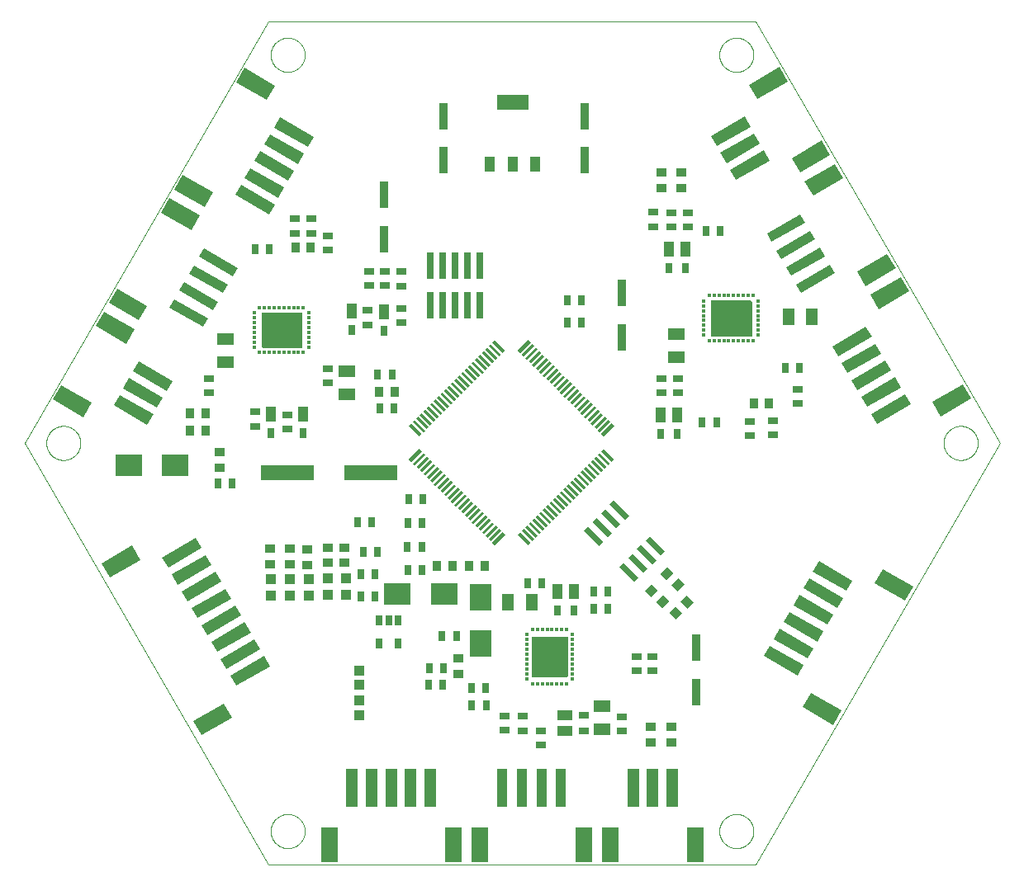
<source format=gtp>
G75*
%MOIN*%
%OFA0B0*%
%FSLAX25Y25*%
%IPPOS*%
%LPD*%
%AMOC8*
5,1,8,0,0,1.08239X$1,22.5*
%
%ADD10C,0.00000*%
%ADD11R,0.04724X0.15748*%
%ADD12R,0.06693X0.14173*%
%ADD13R,0.03937X0.03937*%
%ADD14R,0.03937X0.03543*%
%ADD15R,0.03543X0.03937*%
%ADD16R,0.03150X0.03937*%
%ADD17R,0.01575X0.05906*%
%ADD18R,0.01102X0.05906*%
%ADD19R,0.11024X0.08661*%
%ADD20R,0.03937X0.04331*%
%ADD21R,0.08661X0.11024*%
%ADD22R,0.02900X0.11000*%
%ADD23R,0.08661X0.02362*%
%ADD24R,0.01181X0.01772*%
%ADD25R,0.01772X0.01181*%
%ADD26C,0.00001*%
%ADD27R,0.03937X0.03150*%
%ADD28R,0.07087X0.04724*%
%ADD29R,0.04331X0.06299*%
%ADD30R,0.03150X0.04134*%
%ADD31R,0.04724X0.07087*%
%ADD32R,0.06299X0.04331*%
%ADD33R,0.04134X0.03150*%
%ADD34R,0.21654X0.05906*%
%ADD35R,0.03937X0.15748*%
%ADD36R,0.03543X0.11024*%
%ADD37R,0.02756X0.03937*%
%ADD38R,0.12992X0.05906*%
%ADD39R,0.03937X0.05906*%
D10*
X0099925Y0001500D02*
X0001500Y0171972D01*
X0099925Y0342445D01*
X0296776Y0342445D01*
X0395201Y0171972D01*
X0296776Y0001500D01*
X0099925Y0001500D01*
X0100909Y0015134D02*
X0100911Y0015303D01*
X0100917Y0015472D01*
X0100928Y0015641D01*
X0100942Y0015809D01*
X0100961Y0015977D01*
X0100984Y0016145D01*
X0101010Y0016312D01*
X0101041Y0016478D01*
X0101076Y0016644D01*
X0101115Y0016808D01*
X0101159Y0016972D01*
X0101206Y0017134D01*
X0101257Y0017295D01*
X0101312Y0017455D01*
X0101371Y0017614D01*
X0101433Y0017771D01*
X0101500Y0017926D01*
X0101571Y0018080D01*
X0101645Y0018232D01*
X0101723Y0018382D01*
X0101804Y0018530D01*
X0101889Y0018676D01*
X0101978Y0018820D01*
X0102070Y0018962D01*
X0102166Y0019101D01*
X0102265Y0019238D01*
X0102367Y0019373D01*
X0102473Y0019505D01*
X0102582Y0019634D01*
X0102694Y0019761D01*
X0102809Y0019885D01*
X0102927Y0020006D01*
X0103048Y0020124D01*
X0103172Y0020239D01*
X0103299Y0020351D01*
X0103428Y0020460D01*
X0103560Y0020566D01*
X0103695Y0020668D01*
X0103832Y0020767D01*
X0103971Y0020863D01*
X0104113Y0020955D01*
X0104257Y0021044D01*
X0104403Y0021129D01*
X0104551Y0021210D01*
X0104701Y0021288D01*
X0104853Y0021362D01*
X0105007Y0021433D01*
X0105162Y0021500D01*
X0105319Y0021562D01*
X0105478Y0021621D01*
X0105638Y0021676D01*
X0105799Y0021727D01*
X0105961Y0021774D01*
X0106125Y0021818D01*
X0106289Y0021857D01*
X0106455Y0021892D01*
X0106621Y0021923D01*
X0106788Y0021949D01*
X0106956Y0021972D01*
X0107124Y0021991D01*
X0107292Y0022005D01*
X0107461Y0022016D01*
X0107630Y0022022D01*
X0107799Y0022024D01*
X0107968Y0022022D01*
X0108137Y0022016D01*
X0108306Y0022005D01*
X0108474Y0021991D01*
X0108642Y0021972D01*
X0108810Y0021949D01*
X0108977Y0021923D01*
X0109143Y0021892D01*
X0109309Y0021857D01*
X0109473Y0021818D01*
X0109637Y0021774D01*
X0109799Y0021727D01*
X0109960Y0021676D01*
X0110120Y0021621D01*
X0110279Y0021562D01*
X0110436Y0021500D01*
X0110591Y0021433D01*
X0110745Y0021362D01*
X0110897Y0021288D01*
X0111047Y0021210D01*
X0111195Y0021129D01*
X0111341Y0021044D01*
X0111485Y0020955D01*
X0111627Y0020863D01*
X0111766Y0020767D01*
X0111903Y0020668D01*
X0112038Y0020566D01*
X0112170Y0020460D01*
X0112299Y0020351D01*
X0112426Y0020239D01*
X0112550Y0020124D01*
X0112671Y0020006D01*
X0112789Y0019885D01*
X0112904Y0019761D01*
X0113016Y0019634D01*
X0113125Y0019505D01*
X0113231Y0019373D01*
X0113333Y0019238D01*
X0113432Y0019101D01*
X0113528Y0018962D01*
X0113620Y0018820D01*
X0113709Y0018676D01*
X0113794Y0018530D01*
X0113875Y0018382D01*
X0113953Y0018232D01*
X0114027Y0018080D01*
X0114098Y0017926D01*
X0114165Y0017771D01*
X0114227Y0017614D01*
X0114286Y0017455D01*
X0114341Y0017295D01*
X0114392Y0017134D01*
X0114439Y0016972D01*
X0114483Y0016808D01*
X0114522Y0016644D01*
X0114557Y0016478D01*
X0114588Y0016312D01*
X0114614Y0016145D01*
X0114637Y0015977D01*
X0114656Y0015809D01*
X0114670Y0015641D01*
X0114681Y0015472D01*
X0114687Y0015303D01*
X0114689Y0015134D01*
X0114687Y0014965D01*
X0114681Y0014796D01*
X0114670Y0014627D01*
X0114656Y0014459D01*
X0114637Y0014291D01*
X0114614Y0014123D01*
X0114588Y0013956D01*
X0114557Y0013790D01*
X0114522Y0013624D01*
X0114483Y0013460D01*
X0114439Y0013296D01*
X0114392Y0013134D01*
X0114341Y0012973D01*
X0114286Y0012813D01*
X0114227Y0012654D01*
X0114165Y0012497D01*
X0114098Y0012342D01*
X0114027Y0012188D01*
X0113953Y0012036D01*
X0113875Y0011886D01*
X0113794Y0011738D01*
X0113709Y0011592D01*
X0113620Y0011448D01*
X0113528Y0011306D01*
X0113432Y0011167D01*
X0113333Y0011030D01*
X0113231Y0010895D01*
X0113125Y0010763D01*
X0113016Y0010634D01*
X0112904Y0010507D01*
X0112789Y0010383D01*
X0112671Y0010262D01*
X0112550Y0010144D01*
X0112426Y0010029D01*
X0112299Y0009917D01*
X0112170Y0009808D01*
X0112038Y0009702D01*
X0111903Y0009600D01*
X0111766Y0009501D01*
X0111627Y0009405D01*
X0111485Y0009313D01*
X0111341Y0009224D01*
X0111195Y0009139D01*
X0111047Y0009058D01*
X0110897Y0008980D01*
X0110745Y0008906D01*
X0110591Y0008835D01*
X0110436Y0008768D01*
X0110279Y0008706D01*
X0110120Y0008647D01*
X0109960Y0008592D01*
X0109799Y0008541D01*
X0109637Y0008494D01*
X0109473Y0008450D01*
X0109309Y0008411D01*
X0109143Y0008376D01*
X0108977Y0008345D01*
X0108810Y0008319D01*
X0108642Y0008296D01*
X0108474Y0008277D01*
X0108306Y0008263D01*
X0108137Y0008252D01*
X0107968Y0008246D01*
X0107799Y0008244D01*
X0107630Y0008246D01*
X0107461Y0008252D01*
X0107292Y0008263D01*
X0107124Y0008277D01*
X0106956Y0008296D01*
X0106788Y0008319D01*
X0106621Y0008345D01*
X0106455Y0008376D01*
X0106289Y0008411D01*
X0106125Y0008450D01*
X0105961Y0008494D01*
X0105799Y0008541D01*
X0105638Y0008592D01*
X0105478Y0008647D01*
X0105319Y0008706D01*
X0105162Y0008768D01*
X0105007Y0008835D01*
X0104853Y0008906D01*
X0104701Y0008980D01*
X0104551Y0009058D01*
X0104403Y0009139D01*
X0104257Y0009224D01*
X0104113Y0009313D01*
X0103971Y0009405D01*
X0103832Y0009501D01*
X0103695Y0009600D01*
X0103560Y0009702D01*
X0103428Y0009808D01*
X0103299Y0009917D01*
X0103172Y0010029D01*
X0103048Y0010144D01*
X0102927Y0010262D01*
X0102809Y0010383D01*
X0102694Y0010507D01*
X0102582Y0010634D01*
X0102473Y0010763D01*
X0102367Y0010895D01*
X0102265Y0011030D01*
X0102166Y0011167D01*
X0102070Y0011306D01*
X0101978Y0011448D01*
X0101889Y0011592D01*
X0101804Y0011738D01*
X0101723Y0011886D01*
X0101645Y0012036D01*
X0101571Y0012188D01*
X0101500Y0012342D01*
X0101433Y0012497D01*
X0101371Y0012654D01*
X0101312Y0012813D01*
X0101257Y0012973D01*
X0101206Y0013134D01*
X0101159Y0013296D01*
X0101115Y0013460D01*
X0101076Y0013624D01*
X0101041Y0013790D01*
X0101010Y0013956D01*
X0100984Y0014123D01*
X0100961Y0014291D01*
X0100942Y0014459D01*
X0100928Y0014627D01*
X0100917Y0014796D01*
X0100911Y0014965D01*
X0100909Y0015134D01*
X0206413Y0077551D02*
X0206413Y0093693D01*
X0220587Y0093693D01*
X0220587Y0078142D01*
X0219996Y0077551D01*
X0206413Y0077551D01*
X0282012Y0015134D02*
X0282014Y0015303D01*
X0282020Y0015472D01*
X0282031Y0015641D01*
X0282045Y0015809D01*
X0282064Y0015977D01*
X0282087Y0016145D01*
X0282113Y0016312D01*
X0282144Y0016478D01*
X0282179Y0016644D01*
X0282218Y0016808D01*
X0282262Y0016972D01*
X0282309Y0017134D01*
X0282360Y0017295D01*
X0282415Y0017455D01*
X0282474Y0017614D01*
X0282536Y0017771D01*
X0282603Y0017926D01*
X0282674Y0018080D01*
X0282748Y0018232D01*
X0282826Y0018382D01*
X0282907Y0018530D01*
X0282992Y0018676D01*
X0283081Y0018820D01*
X0283173Y0018962D01*
X0283269Y0019101D01*
X0283368Y0019238D01*
X0283470Y0019373D01*
X0283576Y0019505D01*
X0283685Y0019634D01*
X0283797Y0019761D01*
X0283912Y0019885D01*
X0284030Y0020006D01*
X0284151Y0020124D01*
X0284275Y0020239D01*
X0284402Y0020351D01*
X0284531Y0020460D01*
X0284663Y0020566D01*
X0284798Y0020668D01*
X0284935Y0020767D01*
X0285074Y0020863D01*
X0285216Y0020955D01*
X0285360Y0021044D01*
X0285506Y0021129D01*
X0285654Y0021210D01*
X0285804Y0021288D01*
X0285956Y0021362D01*
X0286110Y0021433D01*
X0286265Y0021500D01*
X0286422Y0021562D01*
X0286581Y0021621D01*
X0286741Y0021676D01*
X0286902Y0021727D01*
X0287064Y0021774D01*
X0287228Y0021818D01*
X0287392Y0021857D01*
X0287558Y0021892D01*
X0287724Y0021923D01*
X0287891Y0021949D01*
X0288059Y0021972D01*
X0288227Y0021991D01*
X0288395Y0022005D01*
X0288564Y0022016D01*
X0288733Y0022022D01*
X0288902Y0022024D01*
X0289071Y0022022D01*
X0289240Y0022016D01*
X0289409Y0022005D01*
X0289577Y0021991D01*
X0289745Y0021972D01*
X0289913Y0021949D01*
X0290080Y0021923D01*
X0290246Y0021892D01*
X0290412Y0021857D01*
X0290576Y0021818D01*
X0290740Y0021774D01*
X0290902Y0021727D01*
X0291063Y0021676D01*
X0291223Y0021621D01*
X0291382Y0021562D01*
X0291539Y0021500D01*
X0291694Y0021433D01*
X0291848Y0021362D01*
X0292000Y0021288D01*
X0292150Y0021210D01*
X0292298Y0021129D01*
X0292444Y0021044D01*
X0292588Y0020955D01*
X0292730Y0020863D01*
X0292869Y0020767D01*
X0293006Y0020668D01*
X0293141Y0020566D01*
X0293273Y0020460D01*
X0293402Y0020351D01*
X0293529Y0020239D01*
X0293653Y0020124D01*
X0293774Y0020006D01*
X0293892Y0019885D01*
X0294007Y0019761D01*
X0294119Y0019634D01*
X0294228Y0019505D01*
X0294334Y0019373D01*
X0294436Y0019238D01*
X0294535Y0019101D01*
X0294631Y0018962D01*
X0294723Y0018820D01*
X0294812Y0018676D01*
X0294897Y0018530D01*
X0294978Y0018382D01*
X0295056Y0018232D01*
X0295130Y0018080D01*
X0295201Y0017926D01*
X0295268Y0017771D01*
X0295330Y0017614D01*
X0295389Y0017455D01*
X0295444Y0017295D01*
X0295495Y0017134D01*
X0295542Y0016972D01*
X0295586Y0016808D01*
X0295625Y0016644D01*
X0295660Y0016478D01*
X0295691Y0016312D01*
X0295717Y0016145D01*
X0295740Y0015977D01*
X0295759Y0015809D01*
X0295773Y0015641D01*
X0295784Y0015472D01*
X0295790Y0015303D01*
X0295792Y0015134D01*
X0295790Y0014965D01*
X0295784Y0014796D01*
X0295773Y0014627D01*
X0295759Y0014459D01*
X0295740Y0014291D01*
X0295717Y0014123D01*
X0295691Y0013956D01*
X0295660Y0013790D01*
X0295625Y0013624D01*
X0295586Y0013460D01*
X0295542Y0013296D01*
X0295495Y0013134D01*
X0295444Y0012973D01*
X0295389Y0012813D01*
X0295330Y0012654D01*
X0295268Y0012497D01*
X0295201Y0012342D01*
X0295130Y0012188D01*
X0295056Y0012036D01*
X0294978Y0011886D01*
X0294897Y0011738D01*
X0294812Y0011592D01*
X0294723Y0011448D01*
X0294631Y0011306D01*
X0294535Y0011167D01*
X0294436Y0011030D01*
X0294334Y0010895D01*
X0294228Y0010763D01*
X0294119Y0010634D01*
X0294007Y0010507D01*
X0293892Y0010383D01*
X0293774Y0010262D01*
X0293653Y0010144D01*
X0293529Y0010029D01*
X0293402Y0009917D01*
X0293273Y0009808D01*
X0293141Y0009702D01*
X0293006Y0009600D01*
X0292869Y0009501D01*
X0292730Y0009405D01*
X0292588Y0009313D01*
X0292444Y0009224D01*
X0292298Y0009139D01*
X0292150Y0009058D01*
X0292000Y0008980D01*
X0291848Y0008906D01*
X0291694Y0008835D01*
X0291539Y0008768D01*
X0291382Y0008706D01*
X0291223Y0008647D01*
X0291063Y0008592D01*
X0290902Y0008541D01*
X0290740Y0008494D01*
X0290576Y0008450D01*
X0290412Y0008411D01*
X0290246Y0008376D01*
X0290080Y0008345D01*
X0289913Y0008319D01*
X0289745Y0008296D01*
X0289577Y0008277D01*
X0289409Y0008263D01*
X0289240Y0008252D01*
X0289071Y0008246D01*
X0288902Y0008244D01*
X0288733Y0008246D01*
X0288564Y0008252D01*
X0288395Y0008263D01*
X0288227Y0008277D01*
X0288059Y0008296D01*
X0287891Y0008319D01*
X0287724Y0008345D01*
X0287558Y0008376D01*
X0287392Y0008411D01*
X0287228Y0008450D01*
X0287064Y0008494D01*
X0286902Y0008541D01*
X0286741Y0008592D01*
X0286581Y0008647D01*
X0286422Y0008706D01*
X0286265Y0008768D01*
X0286110Y0008835D01*
X0285956Y0008906D01*
X0285804Y0008980D01*
X0285654Y0009058D01*
X0285506Y0009139D01*
X0285360Y0009224D01*
X0285216Y0009313D01*
X0285074Y0009405D01*
X0284935Y0009501D01*
X0284798Y0009600D01*
X0284663Y0009702D01*
X0284531Y0009808D01*
X0284402Y0009917D01*
X0284275Y0010029D01*
X0284151Y0010144D01*
X0284030Y0010262D01*
X0283912Y0010383D01*
X0283797Y0010507D01*
X0283685Y0010634D01*
X0283576Y0010763D01*
X0283470Y0010895D01*
X0283368Y0011030D01*
X0283269Y0011167D01*
X0283173Y0011306D01*
X0283081Y0011448D01*
X0282992Y0011592D01*
X0282907Y0011738D01*
X0282826Y0011886D01*
X0282748Y0012036D01*
X0282674Y0012188D01*
X0282603Y0012342D01*
X0282536Y0012497D01*
X0282474Y0012654D01*
X0282415Y0012813D01*
X0282360Y0012973D01*
X0282309Y0013134D01*
X0282262Y0013296D01*
X0282218Y0013460D01*
X0282179Y0013624D01*
X0282144Y0013790D01*
X0282113Y0013956D01*
X0282087Y0014123D01*
X0282064Y0014291D01*
X0282045Y0014459D01*
X0282031Y0014627D01*
X0282020Y0014796D01*
X0282014Y0014965D01*
X0282012Y0015134D01*
X0372563Y0171972D02*
X0372565Y0172141D01*
X0372571Y0172310D01*
X0372582Y0172479D01*
X0372596Y0172647D01*
X0372615Y0172815D01*
X0372638Y0172983D01*
X0372664Y0173150D01*
X0372695Y0173316D01*
X0372730Y0173482D01*
X0372769Y0173646D01*
X0372813Y0173810D01*
X0372860Y0173972D01*
X0372911Y0174133D01*
X0372966Y0174293D01*
X0373025Y0174452D01*
X0373087Y0174609D01*
X0373154Y0174764D01*
X0373225Y0174918D01*
X0373299Y0175070D01*
X0373377Y0175220D01*
X0373458Y0175368D01*
X0373543Y0175514D01*
X0373632Y0175658D01*
X0373724Y0175800D01*
X0373820Y0175939D01*
X0373919Y0176076D01*
X0374021Y0176211D01*
X0374127Y0176343D01*
X0374236Y0176472D01*
X0374348Y0176599D01*
X0374463Y0176723D01*
X0374581Y0176844D01*
X0374702Y0176962D01*
X0374826Y0177077D01*
X0374953Y0177189D01*
X0375082Y0177298D01*
X0375214Y0177404D01*
X0375349Y0177506D01*
X0375486Y0177605D01*
X0375625Y0177701D01*
X0375767Y0177793D01*
X0375911Y0177882D01*
X0376057Y0177967D01*
X0376205Y0178048D01*
X0376355Y0178126D01*
X0376507Y0178200D01*
X0376661Y0178271D01*
X0376816Y0178338D01*
X0376973Y0178400D01*
X0377132Y0178459D01*
X0377292Y0178514D01*
X0377453Y0178565D01*
X0377615Y0178612D01*
X0377779Y0178656D01*
X0377943Y0178695D01*
X0378109Y0178730D01*
X0378275Y0178761D01*
X0378442Y0178787D01*
X0378610Y0178810D01*
X0378778Y0178829D01*
X0378946Y0178843D01*
X0379115Y0178854D01*
X0379284Y0178860D01*
X0379453Y0178862D01*
X0379622Y0178860D01*
X0379791Y0178854D01*
X0379960Y0178843D01*
X0380128Y0178829D01*
X0380296Y0178810D01*
X0380464Y0178787D01*
X0380631Y0178761D01*
X0380797Y0178730D01*
X0380963Y0178695D01*
X0381127Y0178656D01*
X0381291Y0178612D01*
X0381453Y0178565D01*
X0381614Y0178514D01*
X0381774Y0178459D01*
X0381933Y0178400D01*
X0382090Y0178338D01*
X0382245Y0178271D01*
X0382399Y0178200D01*
X0382551Y0178126D01*
X0382701Y0178048D01*
X0382849Y0177967D01*
X0382995Y0177882D01*
X0383139Y0177793D01*
X0383281Y0177701D01*
X0383420Y0177605D01*
X0383557Y0177506D01*
X0383692Y0177404D01*
X0383824Y0177298D01*
X0383953Y0177189D01*
X0384080Y0177077D01*
X0384204Y0176962D01*
X0384325Y0176844D01*
X0384443Y0176723D01*
X0384558Y0176599D01*
X0384670Y0176472D01*
X0384779Y0176343D01*
X0384885Y0176211D01*
X0384987Y0176076D01*
X0385086Y0175939D01*
X0385182Y0175800D01*
X0385274Y0175658D01*
X0385363Y0175514D01*
X0385448Y0175368D01*
X0385529Y0175220D01*
X0385607Y0175070D01*
X0385681Y0174918D01*
X0385752Y0174764D01*
X0385819Y0174609D01*
X0385881Y0174452D01*
X0385940Y0174293D01*
X0385995Y0174133D01*
X0386046Y0173972D01*
X0386093Y0173810D01*
X0386137Y0173646D01*
X0386176Y0173482D01*
X0386211Y0173316D01*
X0386242Y0173150D01*
X0386268Y0172983D01*
X0386291Y0172815D01*
X0386310Y0172647D01*
X0386324Y0172479D01*
X0386335Y0172310D01*
X0386341Y0172141D01*
X0386343Y0171972D01*
X0386341Y0171803D01*
X0386335Y0171634D01*
X0386324Y0171465D01*
X0386310Y0171297D01*
X0386291Y0171129D01*
X0386268Y0170961D01*
X0386242Y0170794D01*
X0386211Y0170628D01*
X0386176Y0170462D01*
X0386137Y0170298D01*
X0386093Y0170134D01*
X0386046Y0169972D01*
X0385995Y0169811D01*
X0385940Y0169651D01*
X0385881Y0169492D01*
X0385819Y0169335D01*
X0385752Y0169180D01*
X0385681Y0169026D01*
X0385607Y0168874D01*
X0385529Y0168724D01*
X0385448Y0168576D01*
X0385363Y0168430D01*
X0385274Y0168286D01*
X0385182Y0168144D01*
X0385086Y0168005D01*
X0384987Y0167868D01*
X0384885Y0167733D01*
X0384779Y0167601D01*
X0384670Y0167472D01*
X0384558Y0167345D01*
X0384443Y0167221D01*
X0384325Y0167100D01*
X0384204Y0166982D01*
X0384080Y0166867D01*
X0383953Y0166755D01*
X0383824Y0166646D01*
X0383692Y0166540D01*
X0383557Y0166438D01*
X0383420Y0166339D01*
X0383281Y0166243D01*
X0383139Y0166151D01*
X0382995Y0166062D01*
X0382849Y0165977D01*
X0382701Y0165896D01*
X0382551Y0165818D01*
X0382399Y0165744D01*
X0382245Y0165673D01*
X0382090Y0165606D01*
X0381933Y0165544D01*
X0381774Y0165485D01*
X0381614Y0165430D01*
X0381453Y0165379D01*
X0381291Y0165332D01*
X0381127Y0165288D01*
X0380963Y0165249D01*
X0380797Y0165214D01*
X0380631Y0165183D01*
X0380464Y0165157D01*
X0380296Y0165134D01*
X0380128Y0165115D01*
X0379960Y0165101D01*
X0379791Y0165090D01*
X0379622Y0165084D01*
X0379453Y0165082D01*
X0379284Y0165084D01*
X0379115Y0165090D01*
X0378946Y0165101D01*
X0378778Y0165115D01*
X0378610Y0165134D01*
X0378442Y0165157D01*
X0378275Y0165183D01*
X0378109Y0165214D01*
X0377943Y0165249D01*
X0377779Y0165288D01*
X0377615Y0165332D01*
X0377453Y0165379D01*
X0377292Y0165430D01*
X0377132Y0165485D01*
X0376973Y0165544D01*
X0376816Y0165606D01*
X0376661Y0165673D01*
X0376507Y0165744D01*
X0376355Y0165818D01*
X0376205Y0165896D01*
X0376057Y0165977D01*
X0375911Y0166062D01*
X0375767Y0166151D01*
X0375625Y0166243D01*
X0375486Y0166339D01*
X0375349Y0166438D01*
X0375214Y0166540D01*
X0375082Y0166646D01*
X0374953Y0166755D01*
X0374826Y0166867D01*
X0374702Y0166982D01*
X0374581Y0167100D01*
X0374463Y0167221D01*
X0374348Y0167345D01*
X0374236Y0167472D01*
X0374127Y0167601D01*
X0374021Y0167733D01*
X0373919Y0167868D01*
X0373820Y0168005D01*
X0373724Y0168144D01*
X0373632Y0168286D01*
X0373543Y0168430D01*
X0373458Y0168576D01*
X0373377Y0168724D01*
X0373299Y0168874D01*
X0373225Y0169026D01*
X0373154Y0169180D01*
X0373087Y0169335D01*
X0373025Y0169492D01*
X0372966Y0169651D01*
X0372911Y0169811D01*
X0372860Y0169972D01*
X0372813Y0170134D01*
X0372769Y0170298D01*
X0372730Y0170462D01*
X0372695Y0170628D01*
X0372664Y0170794D01*
X0372638Y0170961D01*
X0372615Y0171129D01*
X0372596Y0171297D01*
X0372582Y0171465D01*
X0372571Y0171634D01*
X0372565Y0171803D01*
X0372563Y0171972D01*
X0294858Y0215386D02*
X0278717Y0215386D01*
X0278717Y0229559D01*
X0294268Y0229559D01*
X0294858Y0228969D01*
X0294858Y0215386D01*
X0282012Y0328811D02*
X0282014Y0328980D01*
X0282020Y0329149D01*
X0282031Y0329318D01*
X0282045Y0329486D01*
X0282064Y0329654D01*
X0282087Y0329822D01*
X0282113Y0329989D01*
X0282144Y0330155D01*
X0282179Y0330321D01*
X0282218Y0330485D01*
X0282262Y0330649D01*
X0282309Y0330811D01*
X0282360Y0330972D01*
X0282415Y0331132D01*
X0282474Y0331291D01*
X0282536Y0331448D01*
X0282603Y0331603D01*
X0282674Y0331757D01*
X0282748Y0331909D01*
X0282826Y0332059D01*
X0282907Y0332207D01*
X0282992Y0332353D01*
X0283081Y0332497D01*
X0283173Y0332639D01*
X0283269Y0332778D01*
X0283368Y0332915D01*
X0283470Y0333050D01*
X0283576Y0333182D01*
X0283685Y0333311D01*
X0283797Y0333438D01*
X0283912Y0333562D01*
X0284030Y0333683D01*
X0284151Y0333801D01*
X0284275Y0333916D01*
X0284402Y0334028D01*
X0284531Y0334137D01*
X0284663Y0334243D01*
X0284798Y0334345D01*
X0284935Y0334444D01*
X0285074Y0334540D01*
X0285216Y0334632D01*
X0285360Y0334721D01*
X0285506Y0334806D01*
X0285654Y0334887D01*
X0285804Y0334965D01*
X0285956Y0335039D01*
X0286110Y0335110D01*
X0286265Y0335177D01*
X0286422Y0335239D01*
X0286581Y0335298D01*
X0286741Y0335353D01*
X0286902Y0335404D01*
X0287064Y0335451D01*
X0287228Y0335495D01*
X0287392Y0335534D01*
X0287558Y0335569D01*
X0287724Y0335600D01*
X0287891Y0335626D01*
X0288059Y0335649D01*
X0288227Y0335668D01*
X0288395Y0335682D01*
X0288564Y0335693D01*
X0288733Y0335699D01*
X0288902Y0335701D01*
X0289071Y0335699D01*
X0289240Y0335693D01*
X0289409Y0335682D01*
X0289577Y0335668D01*
X0289745Y0335649D01*
X0289913Y0335626D01*
X0290080Y0335600D01*
X0290246Y0335569D01*
X0290412Y0335534D01*
X0290576Y0335495D01*
X0290740Y0335451D01*
X0290902Y0335404D01*
X0291063Y0335353D01*
X0291223Y0335298D01*
X0291382Y0335239D01*
X0291539Y0335177D01*
X0291694Y0335110D01*
X0291848Y0335039D01*
X0292000Y0334965D01*
X0292150Y0334887D01*
X0292298Y0334806D01*
X0292444Y0334721D01*
X0292588Y0334632D01*
X0292730Y0334540D01*
X0292869Y0334444D01*
X0293006Y0334345D01*
X0293141Y0334243D01*
X0293273Y0334137D01*
X0293402Y0334028D01*
X0293529Y0333916D01*
X0293653Y0333801D01*
X0293774Y0333683D01*
X0293892Y0333562D01*
X0294007Y0333438D01*
X0294119Y0333311D01*
X0294228Y0333182D01*
X0294334Y0333050D01*
X0294436Y0332915D01*
X0294535Y0332778D01*
X0294631Y0332639D01*
X0294723Y0332497D01*
X0294812Y0332353D01*
X0294897Y0332207D01*
X0294978Y0332059D01*
X0295056Y0331909D01*
X0295130Y0331757D01*
X0295201Y0331603D01*
X0295268Y0331448D01*
X0295330Y0331291D01*
X0295389Y0331132D01*
X0295444Y0330972D01*
X0295495Y0330811D01*
X0295542Y0330649D01*
X0295586Y0330485D01*
X0295625Y0330321D01*
X0295660Y0330155D01*
X0295691Y0329989D01*
X0295717Y0329822D01*
X0295740Y0329654D01*
X0295759Y0329486D01*
X0295773Y0329318D01*
X0295784Y0329149D01*
X0295790Y0328980D01*
X0295792Y0328811D01*
X0295790Y0328642D01*
X0295784Y0328473D01*
X0295773Y0328304D01*
X0295759Y0328136D01*
X0295740Y0327968D01*
X0295717Y0327800D01*
X0295691Y0327633D01*
X0295660Y0327467D01*
X0295625Y0327301D01*
X0295586Y0327137D01*
X0295542Y0326973D01*
X0295495Y0326811D01*
X0295444Y0326650D01*
X0295389Y0326490D01*
X0295330Y0326331D01*
X0295268Y0326174D01*
X0295201Y0326019D01*
X0295130Y0325865D01*
X0295056Y0325713D01*
X0294978Y0325563D01*
X0294897Y0325415D01*
X0294812Y0325269D01*
X0294723Y0325125D01*
X0294631Y0324983D01*
X0294535Y0324844D01*
X0294436Y0324707D01*
X0294334Y0324572D01*
X0294228Y0324440D01*
X0294119Y0324311D01*
X0294007Y0324184D01*
X0293892Y0324060D01*
X0293774Y0323939D01*
X0293653Y0323821D01*
X0293529Y0323706D01*
X0293402Y0323594D01*
X0293273Y0323485D01*
X0293141Y0323379D01*
X0293006Y0323277D01*
X0292869Y0323178D01*
X0292730Y0323082D01*
X0292588Y0322990D01*
X0292444Y0322901D01*
X0292298Y0322816D01*
X0292150Y0322735D01*
X0292000Y0322657D01*
X0291848Y0322583D01*
X0291694Y0322512D01*
X0291539Y0322445D01*
X0291382Y0322383D01*
X0291223Y0322324D01*
X0291063Y0322269D01*
X0290902Y0322218D01*
X0290740Y0322171D01*
X0290576Y0322127D01*
X0290412Y0322088D01*
X0290246Y0322053D01*
X0290080Y0322022D01*
X0289913Y0321996D01*
X0289745Y0321973D01*
X0289577Y0321954D01*
X0289409Y0321940D01*
X0289240Y0321929D01*
X0289071Y0321923D01*
X0288902Y0321921D01*
X0288733Y0321923D01*
X0288564Y0321929D01*
X0288395Y0321940D01*
X0288227Y0321954D01*
X0288059Y0321973D01*
X0287891Y0321996D01*
X0287724Y0322022D01*
X0287558Y0322053D01*
X0287392Y0322088D01*
X0287228Y0322127D01*
X0287064Y0322171D01*
X0286902Y0322218D01*
X0286741Y0322269D01*
X0286581Y0322324D01*
X0286422Y0322383D01*
X0286265Y0322445D01*
X0286110Y0322512D01*
X0285956Y0322583D01*
X0285804Y0322657D01*
X0285654Y0322735D01*
X0285506Y0322816D01*
X0285360Y0322901D01*
X0285216Y0322990D01*
X0285074Y0323082D01*
X0284935Y0323178D01*
X0284798Y0323277D01*
X0284663Y0323379D01*
X0284531Y0323485D01*
X0284402Y0323594D01*
X0284275Y0323706D01*
X0284151Y0323821D01*
X0284030Y0323939D01*
X0283912Y0324060D01*
X0283797Y0324184D01*
X0283685Y0324311D01*
X0283576Y0324440D01*
X0283470Y0324572D01*
X0283368Y0324707D01*
X0283269Y0324844D01*
X0283173Y0324983D01*
X0283081Y0325125D01*
X0282992Y0325269D01*
X0282907Y0325415D01*
X0282826Y0325563D01*
X0282748Y0325713D01*
X0282674Y0325865D01*
X0282603Y0326019D01*
X0282536Y0326174D01*
X0282474Y0326331D01*
X0282415Y0326490D01*
X0282360Y0326650D01*
X0282309Y0326811D01*
X0282262Y0326973D01*
X0282218Y0327137D01*
X0282179Y0327301D01*
X0282144Y0327467D01*
X0282113Y0327633D01*
X0282087Y0327800D01*
X0282064Y0327968D01*
X0282045Y0328136D01*
X0282031Y0328304D01*
X0282020Y0328473D01*
X0282014Y0328642D01*
X0282012Y0328811D01*
X0113321Y0224709D02*
X0113321Y0210535D01*
X0097770Y0210535D01*
X0097179Y0211126D01*
X0097179Y0224709D01*
X0113321Y0224709D01*
X0010358Y0171972D02*
X0010360Y0172141D01*
X0010366Y0172310D01*
X0010377Y0172479D01*
X0010391Y0172647D01*
X0010410Y0172815D01*
X0010433Y0172983D01*
X0010459Y0173150D01*
X0010490Y0173316D01*
X0010525Y0173482D01*
X0010564Y0173646D01*
X0010608Y0173810D01*
X0010655Y0173972D01*
X0010706Y0174133D01*
X0010761Y0174293D01*
X0010820Y0174452D01*
X0010882Y0174609D01*
X0010949Y0174764D01*
X0011020Y0174918D01*
X0011094Y0175070D01*
X0011172Y0175220D01*
X0011253Y0175368D01*
X0011338Y0175514D01*
X0011427Y0175658D01*
X0011519Y0175800D01*
X0011615Y0175939D01*
X0011714Y0176076D01*
X0011816Y0176211D01*
X0011922Y0176343D01*
X0012031Y0176472D01*
X0012143Y0176599D01*
X0012258Y0176723D01*
X0012376Y0176844D01*
X0012497Y0176962D01*
X0012621Y0177077D01*
X0012748Y0177189D01*
X0012877Y0177298D01*
X0013009Y0177404D01*
X0013144Y0177506D01*
X0013281Y0177605D01*
X0013420Y0177701D01*
X0013562Y0177793D01*
X0013706Y0177882D01*
X0013852Y0177967D01*
X0014000Y0178048D01*
X0014150Y0178126D01*
X0014302Y0178200D01*
X0014456Y0178271D01*
X0014611Y0178338D01*
X0014768Y0178400D01*
X0014927Y0178459D01*
X0015087Y0178514D01*
X0015248Y0178565D01*
X0015410Y0178612D01*
X0015574Y0178656D01*
X0015738Y0178695D01*
X0015904Y0178730D01*
X0016070Y0178761D01*
X0016237Y0178787D01*
X0016405Y0178810D01*
X0016573Y0178829D01*
X0016741Y0178843D01*
X0016910Y0178854D01*
X0017079Y0178860D01*
X0017248Y0178862D01*
X0017417Y0178860D01*
X0017586Y0178854D01*
X0017755Y0178843D01*
X0017923Y0178829D01*
X0018091Y0178810D01*
X0018259Y0178787D01*
X0018426Y0178761D01*
X0018592Y0178730D01*
X0018758Y0178695D01*
X0018922Y0178656D01*
X0019086Y0178612D01*
X0019248Y0178565D01*
X0019409Y0178514D01*
X0019569Y0178459D01*
X0019728Y0178400D01*
X0019885Y0178338D01*
X0020040Y0178271D01*
X0020194Y0178200D01*
X0020346Y0178126D01*
X0020496Y0178048D01*
X0020644Y0177967D01*
X0020790Y0177882D01*
X0020934Y0177793D01*
X0021076Y0177701D01*
X0021215Y0177605D01*
X0021352Y0177506D01*
X0021487Y0177404D01*
X0021619Y0177298D01*
X0021748Y0177189D01*
X0021875Y0177077D01*
X0021999Y0176962D01*
X0022120Y0176844D01*
X0022238Y0176723D01*
X0022353Y0176599D01*
X0022465Y0176472D01*
X0022574Y0176343D01*
X0022680Y0176211D01*
X0022782Y0176076D01*
X0022881Y0175939D01*
X0022977Y0175800D01*
X0023069Y0175658D01*
X0023158Y0175514D01*
X0023243Y0175368D01*
X0023324Y0175220D01*
X0023402Y0175070D01*
X0023476Y0174918D01*
X0023547Y0174764D01*
X0023614Y0174609D01*
X0023676Y0174452D01*
X0023735Y0174293D01*
X0023790Y0174133D01*
X0023841Y0173972D01*
X0023888Y0173810D01*
X0023932Y0173646D01*
X0023971Y0173482D01*
X0024006Y0173316D01*
X0024037Y0173150D01*
X0024063Y0172983D01*
X0024086Y0172815D01*
X0024105Y0172647D01*
X0024119Y0172479D01*
X0024130Y0172310D01*
X0024136Y0172141D01*
X0024138Y0171972D01*
X0024136Y0171803D01*
X0024130Y0171634D01*
X0024119Y0171465D01*
X0024105Y0171297D01*
X0024086Y0171129D01*
X0024063Y0170961D01*
X0024037Y0170794D01*
X0024006Y0170628D01*
X0023971Y0170462D01*
X0023932Y0170298D01*
X0023888Y0170134D01*
X0023841Y0169972D01*
X0023790Y0169811D01*
X0023735Y0169651D01*
X0023676Y0169492D01*
X0023614Y0169335D01*
X0023547Y0169180D01*
X0023476Y0169026D01*
X0023402Y0168874D01*
X0023324Y0168724D01*
X0023243Y0168576D01*
X0023158Y0168430D01*
X0023069Y0168286D01*
X0022977Y0168144D01*
X0022881Y0168005D01*
X0022782Y0167868D01*
X0022680Y0167733D01*
X0022574Y0167601D01*
X0022465Y0167472D01*
X0022353Y0167345D01*
X0022238Y0167221D01*
X0022120Y0167100D01*
X0021999Y0166982D01*
X0021875Y0166867D01*
X0021748Y0166755D01*
X0021619Y0166646D01*
X0021487Y0166540D01*
X0021352Y0166438D01*
X0021215Y0166339D01*
X0021076Y0166243D01*
X0020934Y0166151D01*
X0020790Y0166062D01*
X0020644Y0165977D01*
X0020496Y0165896D01*
X0020346Y0165818D01*
X0020194Y0165744D01*
X0020040Y0165673D01*
X0019885Y0165606D01*
X0019728Y0165544D01*
X0019569Y0165485D01*
X0019409Y0165430D01*
X0019248Y0165379D01*
X0019086Y0165332D01*
X0018922Y0165288D01*
X0018758Y0165249D01*
X0018592Y0165214D01*
X0018426Y0165183D01*
X0018259Y0165157D01*
X0018091Y0165134D01*
X0017923Y0165115D01*
X0017755Y0165101D01*
X0017586Y0165090D01*
X0017417Y0165084D01*
X0017248Y0165082D01*
X0017079Y0165084D01*
X0016910Y0165090D01*
X0016741Y0165101D01*
X0016573Y0165115D01*
X0016405Y0165134D01*
X0016237Y0165157D01*
X0016070Y0165183D01*
X0015904Y0165214D01*
X0015738Y0165249D01*
X0015574Y0165288D01*
X0015410Y0165332D01*
X0015248Y0165379D01*
X0015087Y0165430D01*
X0014927Y0165485D01*
X0014768Y0165544D01*
X0014611Y0165606D01*
X0014456Y0165673D01*
X0014302Y0165744D01*
X0014150Y0165818D01*
X0014000Y0165896D01*
X0013852Y0165977D01*
X0013706Y0166062D01*
X0013562Y0166151D01*
X0013420Y0166243D01*
X0013281Y0166339D01*
X0013144Y0166438D01*
X0013009Y0166540D01*
X0012877Y0166646D01*
X0012748Y0166755D01*
X0012621Y0166867D01*
X0012497Y0166982D01*
X0012376Y0167100D01*
X0012258Y0167221D01*
X0012143Y0167345D01*
X0012031Y0167472D01*
X0011922Y0167601D01*
X0011816Y0167733D01*
X0011714Y0167868D01*
X0011615Y0168005D01*
X0011519Y0168144D01*
X0011427Y0168286D01*
X0011338Y0168430D01*
X0011253Y0168576D01*
X0011172Y0168724D01*
X0011094Y0168874D01*
X0011020Y0169026D01*
X0010949Y0169180D01*
X0010882Y0169335D01*
X0010820Y0169492D01*
X0010761Y0169651D01*
X0010706Y0169811D01*
X0010655Y0169972D01*
X0010608Y0170134D01*
X0010564Y0170298D01*
X0010525Y0170462D01*
X0010490Y0170628D01*
X0010459Y0170794D01*
X0010433Y0170961D01*
X0010410Y0171129D01*
X0010391Y0171297D01*
X0010377Y0171465D01*
X0010366Y0171634D01*
X0010360Y0171803D01*
X0010358Y0171972D01*
X0100909Y0328811D02*
X0100911Y0328980D01*
X0100917Y0329149D01*
X0100928Y0329318D01*
X0100942Y0329486D01*
X0100961Y0329654D01*
X0100984Y0329822D01*
X0101010Y0329989D01*
X0101041Y0330155D01*
X0101076Y0330321D01*
X0101115Y0330485D01*
X0101159Y0330649D01*
X0101206Y0330811D01*
X0101257Y0330972D01*
X0101312Y0331132D01*
X0101371Y0331291D01*
X0101433Y0331448D01*
X0101500Y0331603D01*
X0101571Y0331757D01*
X0101645Y0331909D01*
X0101723Y0332059D01*
X0101804Y0332207D01*
X0101889Y0332353D01*
X0101978Y0332497D01*
X0102070Y0332639D01*
X0102166Y0332778D01*
X0102265Y0332915D01*
X0102367Y0333050D01*
X0102473Y0333182D01*
X0102582Y0333311D01*
X0102694Y0333438D01*
X0102809Y0333562D01*
X0102927Y0333683D01*
X0103048Y0333801D01*
X0103172Y0333916D01*
X0103299Y0334028D01*
X0103428Y0334137D01*
X0103560Y0334243D01*
X0103695Y0334345D01*
X0103832Y0334444D01*
X0103971Y0334540D01*
X0104113Y0334632D01*
X0104257Y0334721D01*
X0104403Y0334806D01*
X0104551Y0334887D01*
X0104701Y0334965D01*
X0104853Y0335039D01*
X0105007Y0335110D01*
X0105162Y0335177D01*
X0105319Y0335239D01*
X0105478Y0335298D01*
X0105638Y0335353D01*
X0105799Y0335404D01*
X0105961Y0335451D01*
X0106125Y0335495D01*
X0106289Y0335534D01*
X0106455Y0335569D01*
X0106621Y0335600D01*
X0106788Y0335626D01*
X0106956Y0335649D01*
X0107124Y0335668D01*
X0107292Y0335682D01*
X0107461Y0335693D01*
X0107630Y0335699D01*
X0107799Y0335701D01*
X0107968Y0335699D01*
X0108137Y0335693D01*
X0108306Y0335682D01*
X0108474Y0335668D01*
X0108642Y0335649D01*
X0108810Y0335626D01*
X0108977Y0335600D01*
X0109143Y0335569D01*
X0109309Y0335534D01*
X0109473Y0335495D01*
X0109637Y0335451D01*
X0109799Y0335404D01*
X0109960Y0335353D01*
X0110120Y0335298D01*
X0110279Y0335239D01*
X0110436Y0335177D01*
X0110591Y0335110D01*
X0110745Y0335039D01*
X0110897Y0334965D01*
X0111047Y0334887D01*
X0111195Y0334806D01*
X0111341Y0334721D01*
X0111485Y0334632D01*
X0111627Y0334540D01*
X0111766Y0334444D01*
X0111903Y0334345D01*
X0112038Y0334243D01*
X0112170Y0334137D01*
X0112299Y0334028D01*
X0112426Y0333916D01*
X0112550Y0333801D01*
X0112671Y0333683D01*
X0112789Y0333562D01*
X0112904Y0333438D01*
X0113016Y0333311D01*
X0113125Y0333182D01*
X0113231Y0333050D01*
X0113333Y0332915D01*
X0113432Y0332778D01*
X0113528Y0332639D01*
X0113620Y0332497D01*
X0113709Y0332353D01*
X0113794Y0332207D01*
X0113875Y0332059D01*
X0113953Y0331909D01*
X0114027Y0331757D01*
X0114098Y0331603D01*
X0114165Y0331448D01*
X0114227Y0331291D01*
X0114286Y0331132D01*
X0114341Y0330972D01*
X0114392Y0330811D01*
X0114439Y0330649D01*
X0114483Y0330485D01*
X0114522Y0330321D01*
X0114557Y0330155D01*
X0114588Y0329989D01*
X0114614Y0329822D01*
X0114637Y0329654D01*
X0114656Y0329486D01*
X0114670Y0329318D01*
X0114681Y0329149D01*
X0114687Y0328980D01*
X0114689Y0328811D01*
X0114687Y0328642D01*
X0114681Y0328473D01*
X0114670Y0328304D01*
X0114656Y0328136D01*
X0114637Y0327968D01*
X0114614Y0327800D01*
X0114588Y0327633D01*
X0114557Y0327467D01*
X0114522Y0327301D01*
X0114483Y0327137D01*
X0114439Y0326973D01*
X0114392Y0326811D01*
X0114341Y0326650D01*
X0114286Y0326490D01*
X0114227Y0326331D01*
X0114165Y0326174D01*
X0114098Y0326019D01*
X0114027Y0325865D01*
X0113953Y0325713D01*
X0113875Y0325563D01*
X0113794Y0325415D01*
X0113709Y0325269D01*
X0113620Y0325125D01*
X0113528Y0324983D01*
X0113432Y0324844D01*
X0113333Y0324707D01*
X0113231Y0324572D01*
X0113125Y0324440D01*
X0113016Y0324311D01*
X0112904Y0324184D01*
X0112789Y0324060D01*
X0112671Y0323939D01*
X0112550Y0323821D01*
X0112426Y0323706D01*
X0112299Y0323594D01*
X0112170Y0323485D01*
X0112038Y0323379D01*
X0111903Y0323277D01*
X0111766Y0323178D01*
X0111627Y0323082D01*
X0111485Y0322990D01*
X0111341Y0322901D01*
X0111195Y0322816D01*
X0111047Y0322735D01*
X0110897Y0322657D01*
X0110745Y0322583D01*
X0110591Y0322512D01*
X0110436Y0322445D01*
X0110279Y0322383D01*
X0110120Y0322324D01*
X0109960Y0322269D01*
X0109799Y0322218D01*
X0109637Y0322171D01*
X0109473Y0322127D01*
X0109309Y0322088D01*
X0109143Y0322053D01*
X0108977Y0322022D01*
X0108810Y0321996D01*
X0108642Y0321973D01*
X0108474Y0321954D01*
X0108306Y0321940D01*
X0108137Y0321929D01*
X0107968Y0321923D01*
X0107799Y0321921D01*
X0107630Y0321923D01*
X0107461Y0321929D01*
X0107292Y0321940D01*
X0107124Y0321954D01*
X0106956Y0321973D01*
X0106788Y0321996D01*
X0106621Y0322022D01*
X0106455Y0322053D01*
X0106289Y0322088D01*
X0106125Y0322127D01*
X0105961Y0322171D01*
X0105799Y0322218D01*
X0105638Y0322269D01*
X0105478Y0322324D01*
X0105319Y0322383D01*
X0105162Y0322445D01*
X0105007Y0322512D01*
X0104853Y0322583D01*
X0104701Y0322657D01*
X0104551Y0322735D01*
X0104403Y0322816D01*
X0104257Y0322901D01*
X0104113Y0322990D01*
X0103971Y0323082D01*
X0103832Y0323178D01*
X0103695Y0323277D01*
X0103560Y0323379D01*
X0103428Y0323485D01*
X0103299Y0323594D01*
X0103172Y0323706D01*
X0103048Y0323821D01*
X0102927Y0323939D01*
X0102809Y0324060D01*
X0102694Y0324184D01*
X0102582Y0324311D01*
X0102473Y0324440D01*
X0102367Y0324572D01*
X0102265Y0324707D01*
X0102166Y0324844D01*
X0102070Y0324983D01*
X0101978Y0325125D01*
X0101889Y0325269D01*
X0101804Y0325415D01*
X0101723Y0325563D01*
X0101645Y0325713D01*
X0101571Y0325865D01*
X0101500Y0326019D01*
X0101433Y0326174D01*
X0101371Y0326331D01*
X0101312Y0326490D01*
X0101257Y0326650D01*
X0101206Y0326811D01*
X0101159Y0326973D01*
X0101115Y0327137D01*
X0101076Y0327301D01*
X0101041Y0327467D01*
X0101010Y0327633D01*
X0100984Y0327800D01*
X0100961Y0327968D01*
X0100942Y0328136D01*
X0100928Y0328304D01*
X0100917Y0328473D01*
X0100911Y0328642D01*
X0100909Y0328811D01*
D11*
G36*
X0118268Y0295674D02*
X0115906Y0291583D01*
X0102268Y0299456D01*
X0104630Y0303547D01*
X0118268Y0295674D01*
G37*
G36*
X0114331Y0288855D02*
X0111969Y0284764D01*
X0098331Y0292637D01*
X0100693Y0296728D01*
X0114331Y0288855D01*
G37*
G36*
X0110394Y0282036D02*
X0108032Y0277945D01*
X0094394Y0285818D01*
X0096756Y0289909D01*
X0110394Y0282036D01*
G37*
G36*
X0106457Y0275217D02*
X0104095Y0271126D01*
X0090457Y0278999D01*
X0092819Y0283090D01*
X0106457Y0275217D01*
G37*
G36*
X0102520Y0268398D02*
X0100158Y0264307D01*
X0086520Y0272180D01*
X0088882Y0276271D01*
X0102520Y0268398D01*
G37*
G36*
X0061378Y0197123D02*
X0059016Y0193032D01*
X0045378Y0200905D01*
X0047740Y0204996D01*
X0061378Y0197123D01*
G37*
G36*
X0057441Y0190304D02*
X0055079Y0186213D01*
X0041441Y0194086D01*
X0043803Y0198177D01*
X0057441Y0190304D01*
G37*
G36*
X0053504Y0183485D02*
X0051142Y0179394D01*
X0037504Y0187267D01*
X0039866Y0191358D01*
X0053504Y0183485D01*
G37*
G36*
X0070791Y0133587D02*
X0073153Y0129496D01*
X0059515Y0121623D01*
X0057153Y0125714D01*
X0070791Y0133587D01*
G37*
G36*
X0074729Y0126768D02*
X0077091Y0122677D01*
X0063453Y0114804D01*
X0061091Y0118895D01*
X0074729Y0126768D01*
G37*
G36*
X0078666Y0119949D02*
X0081028Y0115858D01*
X0067390Y0107985D01*
X0065028Y0112076D01*
X0078666Y0119949D01*
G37*
G36*
X0082603Y0113130D02*
X0084965Y0109039D01*
X0071327Y0101166D01*
X0068965Y0105257D01*
X0082603Y0113130D01*
G37*
G36*
X0086540Y0106311D02*
X0088902Y0102220D01*
X0075264Y0094347D01*
X0072902Y0098438D01*
X0086540Y0106311D01*
G37*
G36*
X0090477Y0099491D02*
X0092839Y0095400D01*
X0079201Y0087527D01*
X0076839Y0091618D01*
X0090477Y0099491D01*
G37*
G36*
X0094414Y0092672D02*
X0096776Y0088581D01*
X0083138Y0080708D01*
X0080776Y0084799D01*
X0094414Y0092672D01*
G37*
G36*
X0098351Y0085853D02*
X0100713Y0081762D01*
X0087075Y0073889D01*
X0084713Y0077980D01*
X0098351Y0085853D01*
G37*
X0133783Y0032799D03*
X0141657Y0032799D03*
X0149531Y0032799D03*
X0157406Y0032799D03*
X0165280Y0032799D03*
X0247169Y0032799D03*
X0255043Y0032799D03*
X0262917Y0032799D03*
G36*
X0300119Y0085965D02*
X0302481Y0090056D01*
X0316119Y0082183D01*
X0313757Y0078092D01*
X0300119Y0085965D01*
G37*
G36*
X0304056Y0092784D02*
X0306418Y0096875D01*
X0320056Y0089002D01*
X0317694Y0084911D01*
X0304056Y0092784D01*
G37*
G36*
X0307993Y0099603D02*
X0310355Y0103694D01*
X0323993Y0095821D01*
X0321631Y0091730D01*
X0307993Y0099603D01*
G37*
G36*
X0311930Y0106422D02*
X0314292Y0110513D01*
X0327930Y0102640D01*
X0325568Y0098549D01*
X0311930Y0106422D01*
G37*
G36*
X0315867Y0113241D02*
X0318229Y0117332D01*
X0331867Y0109459D01*
X0329505Y0105368D01*
X0315867Y0113241D01*
G37*
G36*
X0319804Y0120060D02*
X0322166Y0124151D01*
X0335804Y0116278D01*
X0333442Y0112187D01*
X0319804Y0120060D01*
G37*
G36*
X0345617Y0179714D02*
X0343255Y0183805D01*
X0356893Y0191678D01*
X0359255Y0187587D01*
X0345617Y0179714D01*
G37*
G36*
X0341680Y0186534D02*
X0339318Y0190625D01*
X0352956Y0198498D01*
X0355318Y0194407D01*
X0341680Y0186534D01*
G37*
G36*
X0337743Y0193353D02*
X0335381Y0197444D01*
X0349019Y0205317D01*
X0351381Y0201226D01*
X0337743Y0193353D01*
G37*
G36*
X0333806Y0200172D02*
X0331444Y0204263D01*
X0345082Y0212136D01*
X0347444Y0208045D01*
X0333806Y0200172D01*
G37*
G36*
X0329869Y0206991D02*
X0327507Y0211082D01*
X0341145Y0218955D01*
X0343507Y0214864D01*
X0329869Y0206991D01*
G37*
G36*
X0288777Y0278266D02*
X0286415Y0282357D01*
X0300053Y0290230D01*
X0302415Y0286139D01*
X0288777Y0278266D01*
G37*
G36*
X0284840Y0285085D02*
X0282478Y0289176D01*
X0296116Y0297049D01*
X0298478Y0292958D01*
X0284840Y0285085D01*
G37*
G36*
X0280903Y0291904D02*
X0278541Y0295995D01*
X0292179Y0303868D01*
X0294541Y0299777D01*
X0280903Y0291904D01*
G37*
D12*
G36*
X0081856Y0066783D02*
X0085202Y0060988D01*
X0072930Y0053903D01*
X0069584Y0059698D01*
X0081856Y0066783D01*
G37*
G36*
X0045045Y0130542D02*
X0048391Y0124747D01*
X0036119Y0117662D01*
X0032773Y0123457D01*
X0045045Y0130542D01*
G37*
G36*
X0028741Y0188234D02*
X0025395Y0182439D01*
X0013123Y0189524D01*
X0016469Y0195319D01*
X0028741Y0188234D01*
G37*
G36*
X0045867Y0217897D02*
X0042521Y0212102D01*
X0030249Y0219187D01*
X0033595Y0224982D01*
X0045867Y0217897D01*
G37*
G36*
X0051129Y0227344D02*
X0047783Y0221549D01*
X0035511Y0228634D01*
X0038857Y0234429D01*
X0051129Y0227344D01*
G37*
G36*
X0072192Y0263826D02*
X0068846Y0258031D01*
X0056574Y0265116D01*
X0059920Y0270911D01*
X0072192Y0263826D01*
G37*
G36*
X0077757Y0273147D02*
X0074411Y0267352D01*
X0062139Y0274437D01*
X0065485Y0280232D01*
X0077757Y0273147D01*
G37*
G36*
X0102757Y0316449D02*
X0099411Y0310654D01*
X0087139Y0317739D01*
X0090485Y0323534D01*
X0102757Y0316449D01*
G37*
G36*
X0297398Y0310974D02*
X0294052Y0316769D01*
X0306324Y0323854D01*
X0309670Y0318059D01*
X0297398Y0310974D01*
G37*
G36*
X0314524Y0281311D02*
X0311178Y0287106D01*
X0323450Y0294191D01*
X0326796Y0288396D01*
X0314524Y0281311D01*
G37*
G36*
X0319832Y0271914D02*
X0316486Y0277709D01*
X0328758Y0284794D01*
X0332104Y0278999D01*
X0319832Y0271914D01*
G37*
G36*
X0340895Y0235432D02*
X0337549Y0241227D01*
X0349821Y0248312D01*
X0353167Y0242517D01*
X0340895Y0235432D01*
G37*
G36*
X0346364Y0226061D02*
X0343018Y0231856D01*
X0355290Y0238941D01*
X0358636Y0233146D01*
X0346364Y0226061D01*
G37*
G36*
X0371364Y0182760D02*
X0368018Y0188555D01*
X0380290Y0195640D01*
X0383636Y0189845D01*
X0371364Y0182760D01*
G37*
G36*
X0344567Y0115311D02*
X0347913Y0121106D01*
X0360185Y0114021D01*
X0356839Y0108226D01*
X0344567Y0115311D01*
G37*
G36*
X0315630Y0065191D02*
X0318976Y0070986D01*
X0331248Y0063901D01*
X0327902Y0058106D01*
X0315630Y0065191D01*
G37*
X0272169Y0009768D03*
X0237917Y0009768D03*
X0227287Y0009768D03*
X0185161Y0009768D03*
X0174531Y0009768D03*
X0124531Y0009768D03*
D13*
X0136500Y0062122D03*
X0136500Y0068122D03*
X0136500Y0074372D03*
X0136500Y0080122D03*
D14*
X0176500Y0078722D03*
X0176500Y0085022D03*
X0130555Y0123496D03*
X0123831Y0123478D03*
X0123831Y0129778D03*
X0130555Y0129795D03*
X0115579Y0129063D03*
X0115579Y0122764D03*
X0108787Y0122882D03*
X0108787Y0129181D03*
X0100543Y0129236D03*
X0100543Y0122937D03*
X0080250Y0161876D03*
X0080250Y0168175D03*
X0254250Y0057272D03*
X0254250Y0050972D03*
X0262500Y0050972D03*
X0262500Y0057272D03*
X0258500Y0274972D03*
X0258500Y0281272D03*
X0266500Y0281272D03*
X0266500Y0274972D03*
D15*
X0295850Y0188072D03*
X0302150Y0188072D03*
G36*
X0260726Y0116564D02*
X0258222Y0119068D01*
X0261004Y0121850D01*
X0263508Y0119346D01*
X0260726Y0116564D01*
G37*
G36*
X0265180Y0112109D02*
X0262676Y0114613D01*
X0265458Y0117395D01*
X0267962Y0114891D01*
X0265180Y0112109D01*
G37*
G36*
X0271507Y0107637D02*
X0269003Y0105133D01*
X0266221Y0107915D01*
X0268725Y0110419D01*
X0271507Y0107637D01*
G37*
G36*
X0267052Y0103182D02*
X0264548Y0100678D01*
X0261766Y0103460D01*
X0264270Y0105964D01*
X0267052Y0103182D01*
G37*
G36*
X0259167Y0110522D02*
X0261671Y0108018D01*
X0258889Y0105236D01*
X0256385Y0107740D01*
X0259167Y0110522D01*
G37*
G36*
X0254713Y0114977D02*
X0257217Y0112473D01*
X0254435Y0109691D01*
X0251931Y0112195D01*
X0254713Y0114977D01*
G37*
X0187445Y0122185D03*
X0181146Y0122185D03*
X0174224Y0122445D03*
X0167925Y0122445D03*
X0150844Y0192609D03*
X0144545Y0192609D03*
X0117150Y0250872D03*
X0110850Y0250872D03*
X0074650Y0184122D03*
X0068350Y0184122D03*
X0068350Y0177122D03*
X0074650Y0177122D03*
D16*
X0079596Y0155622D03*
X0085304Y0155622D03*
X0136108Y0139884D03*
X0141817Y0139884D03*
X0143982Y0128122D03*
X0138274Y0128122D03*
X0137220Y0118890D03*
X0142929Y0118890D03*
X0143012Y0109835D03*
X0137303Y0109835D03*
X0156295Y0120555D03*
X0162004Y0120555D03*
X0161839Y0130067D03*
X0156130Y0130067D03*
X0156248Y0139732D03*
X0161957Y0139732D03*
X0162291Y0149244D03*
X0156583Y0149244D03*
X0150593Y0185822D03*
X0144884Y0185822D03*
X0144146Y0199622D03*
X0149854Y0199622D03*
X0100356Y0250325D03*
X0094648Y0250325D03*
X0220553Y0229764D03*
X0226262Y0229764D03*
X0226248Y0220805D03*
X0220539Y0220805D03*
X0276646Y0257622D03*
X0282354Y0257622D03*
X0308618Y0202455D03*
X0314327Y0202455D03*
X0280854Y0180372D03*
X0275146Y0180372D03*
X0210272Y0115333D03*
X0204563Y0115333D03*
X0231396Y0111872D03*
X0237104Y0111872D03*
X0237104Y0105122D03*
X0231396Y0105122D03*
X0187799Y0073059D03*
X0182091Y0073059D03*
X0182128Y0066067D03*
X0187837Y0066067D03*
X0170604Y0080872D03*
X0170354Y0074372D03*
X0164646Y0074372D03*
X0164896Y0080872D03*
X0170146Y0093872D03*
X0175854Y0093872D03*
D17*
G36*
X0191424Y0130671D02*
X0190311Y0131784D01*
X0194486Y0135959D01*
X0195599Y0134846D01*
X0191424Y0130671D01*
G37*
G36*
X0205900Y0131784D02*
X0204787Y0130671D01*
X0200612Y0134846D01*
X0201725Y0135959D01*
X0205900Y0131784D01*
G37*
G36*
X0239585Y0165469D02*
X0238472Y0164356D01*
X0234297Y0168531D01*
X0235410Y0169644D01*
X0239585Y0165469D01*
G37*
G36*
X0238472Y0179945D02*
X0239585Y0178832D01*
X0235410Y0174657D01*
X0234297Y0175770D01*
X0238472Y0179945D01*
G37*
G36*
X0204787Y0213630D02*
X0205900Y0212517D01*
X0201725Y0208342D01*
X0200612Y0209455D01*
X0204787Y0213630D01*
G37*
G36*
X0190311Y0212517D02*
X0191424Y0213630D01*
X0195599Y0209455D01*
X0194486Y0208342D01*
X0190311Y0212517D01*
G37*
G36*
X0156626Y0178832D02*
X0157739Y0179945D01*
X0161914Y0175770D01*
X0160801Y0174657D01*
X0156626Y0178832D01*
G37*
G36*
X0157739Y0164356D02*
X0156626Y0165469D01*
X0160801Y0169644D01*
X0161914Y0168531D01*
X0157739Y0164356D01*
G37*
D18*
G36*
X0159103Y0162992D02*
X0158324Y0163771D01*
X0162499Y0167946D01*
X0163278Y0167167D01*
X0159103Y0162992D01*
G37*
G36*
X0160495Y0161600D02*
X0159716Y0162379D01*
X0163891Y0166554D01*
X0164670Y0165775D01*
X0160495Y0161600D01*
G37*
G36*
X0161887Y0160208D02*
X0161108Y0160987D01*
X0165283Y0165162D01*
X0166062Y0164383D01*
X0161887Y0160208D01*
G37*
G36*
X0163279Y0158816D02*
X0162500Y0159595D01*
X0166675Y0163770D01*
X0167454Y0162991D01*
X0163279Y0158816D01*
G37*
G36*
X0164671Y0157425D02*
X0163892Y0158204D01*
X0168067Y0162379D01*
X0168846Y0161600D01*
X0164671Y0157425D01*
G37*
G36*
X0166063Y0156033D02*
X0165284Y0156812D01*
X0169459Y0160987D01*
X0170238Y0160208D01*
X0166063Y0156033D01*
G37*
G36*
X0167455Y0154641D02*
X0166676Y0155420D01*
X0170851Y0159595D01*
X0171630Y0158816D01*
X0167455Y0154641D01*
G37*
G36*
X0168847Y0153249D02*
X0168068Y0154028D01*
X0172243Y0158203D01*
X0173022Y0157424D01*
X0168847Y0153249D01*
G37*
G36*
X0170239Y0151857D02*
X0169460Y0152636D01*
X0173635Y0156811D01*
X0174414Y0156032D01*
X0170239Y0151857D01*
G37*
G36*
X0171631Y0150465D02*
X0170852Y0151244D01*
X0175027Y0155419D01*
X0175806Y0154640D01*
X0171631Y0150465D01*
G37*
G36*
X0173023Y0149073D02*
X0172244Y0149852D01*
X0176419Y0154027D01*
X0177198Y0153248D01*
X0173023Y0149073D01*
G37*
G36*
X0174415Y0147681D02*
X0173636Y0148460D01*
X0177811Y0152635D01*
X0178590Y0151856D01*
X0174415Y0147681D01*
G37*
G36*
X0175807Y0146289D02*
X0175028Y0147068D01*
X0179203Y0151243D01*
X0179982Y0150464D01*
X0175807Y0146289D01*
G37*
G36*
X0177199Y0144897D02*
X0176420Y0145676D01*
X0180595Y0149851D01*
X0181374Y0149072D01*
X0177199Y0144897D01*
G37*
G36*
X0178591Y0143505D02*
X0177812Y0144284D01*
X0181987Y0148459D01*
X0182766Y0147680D01*
X0178591Y0143505D01*
G37*
G36*
X0179982Y0142113D02*
X0179203Y0142892D01*
X0183378Y0147067D01*
X0184157Y0146288D01*
X0179982Y0142113D01*
G37*
G36*
X0181374Y0140721D02*
X0180595Y0141500D01*
X0184770Y0145675D01*
X0185549Y0144896D01*
X0181374Y0140721D01*
G37*
G36*
X0182766Y0139329D02*
X0181987Y0140108D01*
X0186162Y0144283D01*
X0186941Y0143504D01*
X0182766Y0139329D01*
G37*
G36*
X0184158Y0137937D02*
X0183379Y0138716D01*
X0187554Y0142891D01*
X0188333Y0142112D01*
X0184158Y0137937D01*
G37*
G36*
X0185550Y0136545D02*
X0184771Y0137324D01*
X0188946Y0141499D01*
X0189725Y0140720D01*
X0185550Y0136545D01*
G37*
G36*
X0186942Y0135153D02*
X0186163Y0135932D01*
X0190338Y0140107D01*
X0191117Y0139328D01*
X0186942Y0135153D01*
G37*
G36*
X0188334Y0133761D02*
X0187555Y0134540D01*
X0191730Y0138715D01*
X0192509Y0137936D01*
X0188334Y0133761D01*
G37*
G36*
X0189726Y0132370D02*
X0188947Y0133149D01*
X0193122Y0137324D01*
X0193901Y0136545D01*
X0189726Y0132370D01*
G37*
G36*
X0207264Y0133149D02*
X0206485Y0132370D01*
X0202310Y0136545D01*
X0203089Y0137324D01*
X0207264Y0133149D01*
G37*
G36*
X0208656Y0134540D02*
X0207877Y0133761D01*
X0203702Y0137936D01*
X0204481Y0138715D01*
X0208656Y0134540D01*
G37*
G36*
X0210048Y0135932D02*
X0209269Y0135153D01*
X0205094Y0139328D01*
X0205873Y0140107D01*
X0210048Y0135932D01*
G37*
G36*
X0211440Y0137324D02*
X0210661Y0136545D01*
X0206486Y0140720D01*
X0207265Y0141499D01*
X0211440Y0137324D01*
G37*
G36*
X0212831Y0138716D02*
X0212052Y0137937D01*
X0207877Y0142112D01*
X0208656Y0142891D01*
X0212831Y0138716D01*
G37*
G36*
X0214223Y0140108D02*
X0213444Y0139329D01*
X0209269Y0143504D01*
X0210048Y0144283D01*
X0214223Y0140108D01*
G37*
G36*
X0215615Y0141500D02*
X0214836Y0140721D01*
X0210661Y0144896D01*
X0211440Y0145675D01*
X0215615Y0141500D01*
G37*
G36*
X0217007Y0142892D02*
X0216228Y0142113D01*
X0212053Y0146288D01*
X0212832Y0147067D01*
X0217007Y0142892D01*
G37*
G36*
X0218399Y0144284D02*
X0217620Y0143505D01*
X0213445Y0147680D01*
X0214224Y0148459D01*
X0218399Y0144284D01*
G37*
G36*
X0219791Y0145676D02*
X0219012Y0144897D01*
X0214837Y0149072D01*
X0215616Y0149851D01*
X0219791Y0145676D01*
G37*
G36*
X0221183Y0147068D02*
X0220404Y0146289D01*
X0216229Y0150464D01*
X0217008Y0151243D01*
X0221183Y0147068D01*
G37*
G36*
X0222575Y0148460D02*
X0221796Y0147681D01*
X0217621Y0151856D01*
X0218400Y0152635D01*
X0222575Y0148460D01*
G37*
G36*
X0223967Y0149852D02*
X0223188Y0149073D01*
X0219013Y0153248D01*
X0219792Y0154027D01*
X0223967Y0149852D01*
G37*
G36*
X0225359Y0151244D02*
X0224580Y0150465D01*
X0220405Y0154640D01*
X0221184Y0155419D01*
X0225359Y0151244D01*
G37*
G36*
X0226751Y0152636D02*
X0225972Y0151857D01*
X0221797Y0156032D01*
X0222576Y0156811D01*
X0226751Y0152636D01*
G37*
G36*
X0228143Y0154028D02*
X0227364Y0153249D01*
X0223189Y0157424D01*
X0223968Y0158203D01*
X0228143Y0154028D01*
G37*
G36*
X0229535Y0155420D02*
X0228756Y0154641D01*
X0224581Y0158816D01*
X0225360Y0159595D01*
X0229535Y0155420D01*
G37*
G36*
X0230927Y0156812D02*
X0230148Y0156033D01*
X0225973Y0160208D01*
X0226752Y0160987D01*
X0230927Y0156812D01*
G37*
G36*
X0232319Y0158204D02*
X0231540Y0157425D01*
X0227365Y0161600D01*
X0228144Y0162379D01*
X0232319Y0158204D01*
G37*
G36*
X0233711Y0159595D02*
X0232932Y0158816D01*
X0228757Y0162991D01*
X0229536Y0163770D01*
X0233711Y0159595D01*
G37*
G36*
X0235103Y0160987D02*
X0234324Y0160208D01*
X0230149Y0164383D01*
X0230928Y0165162D01*
X0235103Y0160987D01*
G37*
G36*
X0236495Y0162379D02*
X0235716Y0161600D01*
X0231541Y0165775D01*
X0232320Y0166554D01*
X0236495Y0162379D01*
G37*
G36*
X0237886Y0163771D02*
X0237107Y0162992D01*
X0232932Y0167167D01*
X0233711Y0167946D01*
X0237886Y0163771D01*
G37*
G36*
X0237107Y0181309D02*
X0237886Y0180530D01*
X0233711Y0176355D01*
X0232932Y0177134D01*
X0237107Y0181309D01*
G37*
G36*
X0235716Y0182701D02*
X0236495Y0181922D01*
X0232320Y0177747D01*
X0231541Y0178526D01*
X0235716Y0182701D01*
G37*
G36*
X0234324Y0184093D02*
X0235103Y0183314D01*
X0230928Y0179139D01*
X0230149Y0179918D01*
X0234324Y0184093D01*
G37*
G36*
X0232932Y0185485D02*
X0233711Y0184706D01*
X0229536Y0180531D01*
X0228757Y0181310D01*
X0232932Y0185485D01*
G37*
G36*
X0231540Y0186877D02*
X0232319Y0186098D01*
X0228144Y0181923D01*
X0227365Y0182702D01*
X0231540Y0186877D01*
G37*
G36*
X0230148Y0188269D02*
X0230927Y0187490D01*
X0226752Y0183315D01*
X0225973Y0184094D01*
X0230148Y0188269D01*
G37*
G36*
X0228756Y0189661D02*
X0229535Y0188882D01*
X0225360Y0184707D01*
X0224581Y0185486D01*
X0228756Y0189661D01*
G37*
G36*
X0227364Y0191053D02*
X0228143Y0190274D01*
X0223968Y0186099D01*
X0223189Y0186878D01*
X0227364Y0191053D01*
G37*
G36*
X0225972Y0192444D02*
X0226751Y0191665D01*
X0222576Y0187490D01*
X0221797Y0188269D01*
X0225972Y0192444D01*
G37*
G36*
X0224580Y0193836D02*
X0225359Y0193057D01*
X0221184Y0188882D01*
X0220405Y0189661D01*
X0224580Y0193836D01*
G37*
G36*
X0223188Y0195228D02*
X0223967Y0194449D01*
X0219792Y0190274D01*
X0219013Y0191053D01*
X0223188Y0195228D01*
G37*
G36*
X0221796Y0196620D02*
X0222575Y0195841D01*
X0218400Y0191666D01*
X0217621Y0192445D01*
X0221796Y0196620D01*
G37*
G36*
X0220404Y0198012D02*
X0221183Y0197233D01*
X0217008Y0193058D01*
X0216229Y0193837D01*
X0220404Y0198012D01*
G37*
G36*
X0219012Y0199404D02*
X0219791Y0198625D01*
X0215616Y0194450D01*
X0214837Y0195229D01*
X0219012Y0199404D01*
G37*
G36*
X0217620Y0200796D02*
X0218399Y0200017D01*
X0214224Y0195842D01*
X0213445Y0196621D01*
X0217620Y0200796D01*
G37*
G36*
X0216228Y0202188D02*
X0217007Y0201409D01*
X0212832Y0197234D01*
X0212053Y0198013D01*
X0216228Y0202188D01*
G37*
G36*
X0214836Y0203580D02*
X0215615Y0202801D01*
X0211440Y0198626D01*
X0210661Y0199405D01*
X0214836Y0203580D01*
G37*
G36*
X0213444Y0204972D02*
X0214223Y0204193D01*
X0210048Y0200018D01*
X0209269Y0200797D01*
X0213444Y0204972D01*
G37*
G36*
X0212052Y0206364D02*
X0212831Y0205585D01*
X0208656Y0201410D01*
X0207877Y0202189D01*
X0212052Y0206364D01*
G37*
G36*
X0210661Y0207756D02*
X0211440Y0206977D01*
X0207265Y0202802D01*
X0206486Y0203581D01*
X0210661Y0207756D01*
G37*
G36*
X0209269Y0209148D02*
X0210048Y0208369D01*
X0205873Y0204194D01*
X0205094Y0204973D01*
X0209269Y0209148D01*
G37*
G36*
X0207877Y0210540D02*
X0208656Y0209761D01*
X0204481Y0205586D01*
X0203702Y0206365D01*
X0207877Y0210540D01*
G37*
G36*
X0206485Y0211932D02*
X0207264Y0211153D01*
X0203089Y0206978D01*
X0202310Y0207757D01*
X0206485Y0211932D01*
G37*
G36*
X0188947Y0211153D02*
X0189726Y0211932D01*
X0193901Y0207757D01*
X0193122Y0206978D01*
X0188947Y0211153D01*
G37*
G36*
X0187555Y0209761D02*
X0188334Y0210540D01*
X0192509Y0206365D01*
X0191730Y0205586D01*
X0187555Y0209761D01*
G37*
G36*
X0186163Y0208369D02*
X0186942Y0209148D01*
X0191117Y0204973D01*
X0190338Y0204194D01*
X0186163Y0208369D01*
G37*
G36*
X0184771Y0206977D02*
X0185550Y0207756D01*
X0189725Y0203581D01*
X0188946Y0202802D01*
X0184771Y0206977D01*
G37*
G36*
X0183379Y0205585D02*
X0184158Y0206364D01*
X0188333Y0202189D01*
X0187554Y0201410D01*
X0183379Y0205585D01*
G37*
G36*
X0181987Y0204193D02*
X0182766Y0204972D01*
X0186941Y0200797D01*
X0186162Y0200018D01*
X0181987Y0204193D01*
G37*
G36*
X0180595Y0202801D02*
X0181374Y0203580D01*
X0185549Y0199405D01*
X0184770Y0198626D01*
X0180595Y0202801D01*
G37*
G36*
X0179203Y0201409D02*
X0179982Y0202188D01*
X0184157Y0198013D01*
X0183378Y0197234D01*
X0179203Y0201409D01*
G37*
G36*
X0177812Y0200017D02*
X0178591Y0200796D01*
X0182766Y0196621D01*
X0181987Y0195842D01*
X0177812Y0200017D01*
G37*
G36*
X0176420Y0198625D02*
X0177199Y0199404D01*
X0181374Y0195229D01*
X0180595Y0194450D01*
X0176420Y0198625D01*
G37*
G36*
X0175028Y0197233D02*
X0175807Y0198012D01*
X0179982Y0193837D01*
X0179203Y0193058D01*
X0175028Y0197233D01*
G37*
G36*
X0173636Y0195841D02*
X0174415Y0196620D01*
X0178590Y0192445D01*
X0177811Y0191666D01*
X0173636Y0195841D01*
G37*
G36*
X0172244Y0194449D02*
X0173023Y0195228D01*
X0177198Y0191053D01*
X0176419Y0190274D01*
X0172244Y0194449D01*
G37*
G36*
X0170852Y0193057D02*
X0171631Y0193836D01*
X0175806Y0189661D01*
X0175027Y0188882D01*
X0170852Y0193057D01*
G37*
G36*
X0169460Y0191665D02*
X0170239Y0192444D01*
X0174414Y0188269D01*
X0173635Y0187490D01*
X0169460Y0191665D01*
G37*
G36*
X0168068Y0190274D02*
X0168847Y0191053D01*
X0173022Y0186878D01*
X0172243Y0186099D01*
X0168068Y0190274D01*
G37*
G36*
X0166676Y0188882D02*
X0167455Y0189661D01*
X0171630Y0185486D01*
X0170851Y0184707D01*
X0166676Y0188882D01*
G37*
G36*
X0165284Y0187490D02*
X0166063Y0188269D01*
X0170238Y0184094D01*
X0169459Y0183315D01*
X0165284Y0187490D01*
G37*
G36*
X0163892Y0186098D02*
X0164671Y0186877D01*
X0168846Y0182702D01*
X0168067Y0181923D01*
X0163892Y0186098D01*
G37*
G36*
X0162500Y0184706D02*
X0163279Y0185485D01*
X0167454Y0181310D01*
X0166675Y0180531D01*
X0162500Y0184706D01*
G37*
G36*
X0161108Y0183314D02*
X0161887Y0184093D01*
X0166062Y0179918D01*
X0165283Y0179139D01*
X0161108Y0183314D01*
G37*
G36*
X0159716Y0181922D02*
X0160495Y0182701D01*
X0164670Y0178526D01*
X0163891Y0177747D01*
X0159716Y0181922D01*
G37*
G36*
X0158324Y0180530D02*
X0159103Y0181309D01*
X0163278Y0177134D01*
X0162499Y0176355D01*
X0158324Y0180530D01*
G37*
D19*
X0151986Y0110927D03*
X0170884Y0110927D03*
X0062473Y0162820D03*
X0043575Y0162820D03*
D20*
X0101004Y0116854D03*
X0101004Y0110161D03*
X0108720Y0110185D03*
X0108720Y0116878D03*
X0116445Y0117008D03*
X0116445Y0110315D03*
X0123878Y0110543D03*
X0123878Y0117236D03*
X0131488Y0117319D03*
X0131488Y0110626D03*
D21*
X0185750Y0109721D03*
X0185750Y0090823D03*
D22*
X0185413Y0227658D03*
X0180413Y0227658D03*
X0175413Y0227658D03*
X0170413Y0227658D03*
X0165413Y0227658D03*
X0165413Y0243658D03*
X0170413Y0243658D03*
X0175413Y0243658D03*
X0180413Y0243658D03*
X0185413Y0243658D03*
D23*
G36*
X0243914Y0141073D02*
X0237792Y0147195D01*
X0239462Y0148865D01*
X0245584Y0142743D01*
X0243914Y0141073D01*
G37*
G36*
X0240378Y0137538D02*
X0234256Y0143660D01*
X0235926Y0145330D01*
X0242048Y0139208D01*
X0240378Y0137538D01*
G37*
G36*
X0236843Y0134002D02*
X0230721Y0140124D01*
X0232391Y0141794D01*
X0238513Y0135672D01*
X0236843Y0134002D01*
G37*
G36*
X0233307Y0130467D02*
X0227185Y0136589D01*
X0228855Y0138259D01*
X0234977Y0132137D01*
X0233307Y0130467D01*
G37*
G36*
X0247783Y0115990D02*
X0241661Y0122112D01*
X0243331Y0123782D01*
X0249453Y0117660D01*
X0247783Y0115990D01*
G37*
G36*
X0251319Y0119526D02*
X0245197Y0125648D01*
X0246867Y0127318D01*
X0252989Y0121196D01*
X0251319Y0119526D01*
G37*
G36*
X0254854Y0123061D02*
X0248732Y0129183D01*
X0250402Y0130853D01*
X0256524Y0124731D01*
X0254854Y0123061D01*
G37*
G36*
X0258390Y0126597D02*
X0252268Y0132719D01*
X0253938Y0134389D01*
X0260060Y0128267D01*
X0258390Y0126597D01*
G37*
D24*
X0220390Y0096646D03*
X0218421Y0096646D03*
X0216453Y0096646D03*
X0214484Y0096646D03*
X0212516Y0096646D03*
X0210547Y0096646D03*
X0208579Y0096646D03*
X0206610Y0096646D03*
X0206610Y0074598D03*
X0208579Y0074598D03*
X0210547Y0074598D03*
X0212516Y0074598D03*
X0214484Y0074598D03*
X0216453Y0074598D03*
X0218421Y0074598D03*
X0220390Y0074598D03*
X0114108Y0208567D03*
X0112140Y0208567D03*
X0110171Y0208567D03*
X0108203Y0208567D03*
X0106234Y0208567D03*
X0104266Y0208567D03*
X0102297Y0208567D03*
X0100329Y0208567D03*
X0098360Y0208567D03*
X0096392Y0208567D03*
X0096392Y0226677D03*
X0098360Y0226677D03*
X0100329Y0226677D03*
X0102297Y0226677D03*
X0104266Y0226677D03*
X0106234Y0226677D03*
X0108203Y0226677D03*
X0110171Y0226677D03*
X0112140Y0226677D03*
X0114108Y0226677D03*
X0277929Y0231528D03*
X0279898Y0231528D03*
X0281866Y0231528D03*
X0283835Y0231528D03*
X0285803Y0231528D03*
X0287772Y0231528D03*
X0289740Y0231528D03*
X0291709Y0231528D03*
X0293677Y0231528D03*
X0295646Y0231528D03*
X0295646Y0213417D03*
X0293677Y0213417D03*
X0291709Y0213417D03*
X0289740Y0213417D03*
X0287772Y0213417D03*
X0285803Y0213417D03*
X0283835Y0213417D03*
X0281866Y0213417D03*
X0279898Y0213417D03*
X0277929Y0213417D03*
D25*
X0275764Y0215583D03*
X0275764Y0217551D03*
X0275764Y0219520D03*
X0275764Y0221488D03*
X0275764Y0223457D03*
X0275764Y0225425D03*
X0275764Y0227394D03*
X0275764Y0229362D03*
X0297811Y0229362D03*
X0297811Y0227394D03*
X0297811Y0225425D03*
X0297811Y0223457D03*
X0297811Y0221488D03*
X0297811Y0219520D03*
X0297811Y0217551D03*
X0297811Y0215583D03*
X0222555Y0094480D03*
X0222555Y0092512D03*
X0222555Y0090543D03*
X0222555Y0088575D03*
X0222555Y0086606D03*
X0222555Y0084638D03*
X0222555Y0082669D03*
X0222555Y0080701D03*
X0222555Y0078732D03*
X0222555Y0076764D03*
X0204445Y0076764D03*
X0204445Y0078732D03*
X0204445Y0080701D03*
X0204445Y0082669D03*
X0204445Y0084638D03*
X0204445Y0086606D03*
X0204445Y0088575D03*
X0204445Y0090543D03*
X0204445Y0092512D03*
X0204445Y0094480D03*
X0116274Y0210732D03*
X0116274Y0212701D03*
X0116274Y0214669D03*
X0116274Y0216638D03*
X0116274Y0218606D03*
X0116274Y0220575D03*
X0116274Y0222543D03*
X0116274Y0224512D03*
X0094226Y0224512D03*
X0094226Y0222543D03*
X0094226Y0220575D03*
X0094226Y0218606D03*
X0094226Y0216638D03*
X0094226Y0214669D03*
X0094226Y0212701D03*
X0094226Y0210732D03*
D26*
X0097179Y0211126D02*
X0113321Y0211126D01*
X0113321Y0211127D02*
X0097179Y0211127D01*
X0097179Y0211128D02*
X0113321Y0211128D01*
X0113321Y0211129D02*
X0097179Y0211129D01*
X0097179Y0211130D02*
X0113321Y0211130D01*
X0113321Y0211131D02*
X0097179Y0211131D01*
X0097179Y0211132D02*
X0113321Y0211132D01*
X0113321Y0211133D02*
X0097179Y0211133D01*
X0097179Y0211134D02*
X0113321Y0211134D01*
X0113321Y0211135D02*
X0097179Y0211135D01*
X0097179Y0211136D02*
X0113321Y0211136D01*
X0113321Y0211137D02*
X0097179Y0211137D01*
X0097179Y0211138D02*
X0113321Y0211138D01*
X0113321Y0211139D02*
X0097179Y0211139D01*
X0097179Y0211140D02*
X0113321Y0211140D01*
X0113321Y0211141D02*
X0097179Y0211141D01*
X0097179Y0211142D02*
X0113321Y0211142D01*
X0113321Y0211143D02*
X0097179Y0211143D01*
X0097179Y0211144D02*
X0113321Y0211144D01*
X0113321Y0211145D02*
X0097179Y0211145D01*
X0097179Y0211146D02*
X0113321Y0211146D01*
X0113321Y0211147D02*
X0097179Y0211147D01*
X0097179Y0211148D02*
X0113321Y0211148D01*
X0113321Y0211149D02*
X0097179Y0211149D01*
X0097179Y0211150D02*
X0113321Y0211150D01*
X0113321Y0211151D02*
X0097179Y0211151D01*
X0097179Y0211152D02*
X0113321Y0211152D01*
X0113321Y0211153D02*
X0097179Y0211153D01*
X0097179Y0211154D02*
X0113321Y0211154D01*
X0113321Y0211155D02*
X0097179Y0211155D01*
X0097179Y0211156D02*
X0113321Y0211156D01*
X0097179Y0211156D01*
X0097179Y0211157D02*
X0113321Y0211157D01*
X0113321Y0211158D02*
X0097179Y0211158D01*
X0097179Y0211159D02*
X0113321Y0211159D01*
X0113321Y0211160D02*
X0097179Y0211160D01*
X0097179Y0211161D02*
X0113321Y0211161D01*
X0113321Y0211162D02*
X0097179Y0211162D01*
X0097179Y0211163D02*
X0113321Y0211163D01*
X0113321Y0211164D02*
X0097179Y0211164D01*
X0097179Y0211165D02*
X0113321Y0211165D01*
X0113321Y0211166D02*
X0097179Y0211166D01*
X0097179Y0211167D02*
X0113321Y0211167D01*
X0113321Y0211168D02*
X0097179Y0211168D01*
X0097179Y0211169D02*
X0113321Y0211169D01*
X0113321Y0211170D02*
X0097179Y0211170D01*
X0097179Y0211171D02*
X0113321Y0211171D01*
X0113321Y0211172D02*
X0097179Y0211172D01*
X0097179Y0211173D02*
X0113321Y0211173D01*
X0113321Y0211174D02*
X0097179Y0211174D01*
X0097179Y0211175D02*
X0113321Y0211175D01*
X0113321Y0211176D02*
X0097179Y0211176D01*
X0097179Y0211177D02*
X0113321Y0211177D01*
X0113321Y0211178D02*
X0097179Y0211178D01*
X0097179Y0211179D02*
X0113321Y0211179D01*
X0113321Y0211180D02*
X0097179Y0211180D01*
X0097179Y0211181D02*
X0113321Y0211181D01*
X0113321Y0211182D02*
X0097179Y0211182D01*
X0097179Y0211183D02*
X0113321Y0211183D01*
X0113321Y0211184D02*
X0097179Y0211184D01*
X0097179Y0211185D02*
X0113321Y0211185D01*
X0113321Y0211186D02*
X0097179Y0211186D01*
X0097179Y0211187D02*
X0113321Y0211187D01*
X0113321Y0211188D02*
X0097179Y0211188D01*
X0097179Y0211189D02*
X0113321Y0211189D01*
X0113321Y0211190D02*
X0097179Y0211190D01*
X0097179Y0211191D02*
X0113321Y0211191D01*
X0113321Y0211192D02*
X0097179Y0211192D01*
X0097179Y0211193D02*
X0113321Y0211193D01*
X0113321Y0211194D02*
X0097179Y0211194D01*
X0097179Y0211195D02*
X0113321Y0211195D01*
X0113321Y0211196D02*
X0097179Y0211196D01*
X0097179Y0211197D02*
X0113321Y0211197D01*
X0113321Y0211198D02*
X0097179Y0211198D01*
X0097179Y0211199D02*
X0113321Y0211199D01*
X0113321Y0211200D02*
X0097179Y0211200D01*
X0097179Y0211201D02*
X0113321Y0211201D01*
X0113321Y0211202D02*
X0097179Y0211202D01*
X0097179Y0211203D02*
X0113321Y0211203D01*
X0113321Y0211204D02*
X0097179Y0211204D01*
X0097179Y0211205D02*
X0113321Y0211205D01*
X0113321Y0211206D02*
X0097179Y0211206D01*
X0097179Y0211207D02*
X0113321Y0211207D01*
X0113321Y0211208D02*
X0097179Y0211208D01*
X0097179Y0211209D02*
X0113321Y0211209D01*
X0113321Y0211210D02*
X0097179Y0211210D01*
X0097179Y0211211D02*
X0113321Y0211211D01*
X0113321Y0211212D02*
X0097179Y0211212D01*
X0097179Y0211213D02*
X0113321Y0211213D01*
X0113321Y0211214D02*
X0097179Y0211214D01*
X0097179Y0211215D02*
X0113321Y0211215D01*
X0113321Y0211216D02*
X0097179Y0211216D01*
X0097179Y0211217D02*
X0113321Y0211217D01*
X0113321Y0211218D02*
X0097179Y0211218D01*
X0097179Y0211219D02*
X0113321Y0211219D01*
X0097179Y0211219D01*
X0097179Y0211220D02*
X0113321Y0211220D01*
X0113321Y0211221D02*
X0097179Y0211221D01*
X0097179Y0211222D02*
X0113321Y0211222D01*
X0113321Y0211223D02*
X0097179Y0211223D01*
X0097179Y0211224D02*
X0113321Y0211224D01*
X0113321Y0211225D02*
X0097179Y0211225D01*
X0097179Y0211226D02*
X0113321Y0211226D01*
X0113321Y0211227D02*
X0097179Y0211227D01*
X0097179Y0211228D02*
X0113321Y0211228D01*
X0113321Y0211229D02*
X0097179Y0211229D01*
X0097179Y0211230D02*
X0113321Y0211230D01*
X0113321Y0211231D02*
X0097179Y0211231D01*
X0097179Y0211232D02*
X0113321Y0211232D01*
X0113321Y0211233D02*
X0097179Y0211233D01*
X0097179Y0211234D02*
X0113321Y0211234D01*
X0113321Y0211235D02*
X0097179Y0211235D01*
X0097179Y0211236D02*
X0113321Y0211236D01*
X0113321Y0211237D02*
X0097179Y0211237D01*
X0097179Y0211238D02*
X0113321Y0211238D01*
X0113321Y0211239D02*
X0097179Y0211239D01*
X0097179Y0211240D02*
X0113321Y0211240D01*
X0113321Y0211241D02*
X0097179Y0211241D01*
X0097179Y0211242D02*
X0113321Y0211242D01*
X0113321Y0211243D02*
X0097179Y0211243D01*
X0097179Y0211244D02*
X0113321Y0211244D01*
X0113321Y0211245D02*
X0097179Y0211245D01*
X0097179Y0211246D02*
X0113321Y0211246D01*
X0113321Y0211247D02*
X0097179Y0211247D01*
X0097179Y0211248D02*
X0113321Y0211248D01*
X0113321Y0211249D02*
X0097179Y0211249D01*
X0097179Y0211250D02*
X0113321Y0211250D01*
X0113321Y0211251D02*
X0097179Y0211251D01*
X0097179Y0211252D02*
X0113321Y0211252D01*
X0113321Y0211253D02*
X0097179Y0211253D01*
X0097179Y0211254D02*
X0113321Y0211254D01*
X0113321Y0211255D02*
X0097179Y0211255D01*
X0097179Y0211256D02*
X0113321Y0211256D01*
X0113321Y0211257D02*
X0097179Y0211257D01*
X0097179Y0211258D02*
X0113321Y0211258D01*
X0113321Y0211259D02*
X0097179Y0211259D01*
X0097179Y0211260D02*
X0113321Y0211260D01*
X0113321Y0211261D02*
X0097179Y0211261D01*
X0097179Y0211262D02*
X0113321Y0211262D01*
X0113321Y0211263D02*
X0097179Y0211263D01*
X0097179Y0211264D02*
X0113321Y0211264D01*
X0113321Y0211265D02*
X0097179Y0211265D01*
X0097179Y0211266D02*
X0113321Y0211266D01*
X0113321Y0211267D02*
X0097179Y0211267D01*
X0097179Y0211268D02*
X0113321Y0211268D01*
X0113321Y0211269D02*
X0097179Y0211269D01*
X0097179Y0211270D02*
X0113321Y0211270D01*
X0113321Y0211271D02*
X0097179Y0211271D01*
X0097179Y0211272D02*
X0113321Y0211272D01*
X0113321Y0211273D02*
X0097179Y0211273D01*
X0097179Y0211274D02*
X0113321Y0211274D01*
X0113321Y0211275D02*
X0097179Y0211275D01*
X0097179Y0211276D02*
X0113321Y0211276D01*
X0113321Y0211277D02*
X0097179Y0211277D01*
X0097179Y0211278D02*
X0113321Y0211278D01*
X0113321Y0211279D02*
X0097179Y0211279D01*
X0097179Y0211280D02*
X0113321Y0211280D01*
X0113321Y0211281D02*
X0097179Y0211281D01*
X0113321Y0211281D01*
X0113321Y0211282D02*
X0097179Y0211282D01*
X0097179Y0211283D02*
X0113321Y0211283D01*
X0113321Y0211284D02*
X0097179Y0211284D01*
X0097179Y0211285D02*
X0113321Y0211285D01*
X0113321Y0211286D02*
X0097179Y0211286D01*
X0097179Y0211287D02*
X0113321Y0211287D01*
X0113321Y0211288D02*
X0097179Y0211288D01*
X0097179Y0211289D02*
X0113321Y0211289D01*
X0113321Y0211290D02*
X0097179Y0211290D01*
X0097179Y0211291D02*
X0113321Y0211291D01*
X0113321Y0211292D02*
X0097179Y0211292D01*
X0097179Y0211293D02*
X0113321Y0211293D01*
X0113321Y0211294D02*
X0097179Y0211294D01*
X0097179Y0211295D02*
X0113321Y0211295D01*
X0113321Y0211296D02*
X0097179Y0211296D01*
X0097179Y0211297D02*
X0113321Y0211297D01*
X0113321Y0211298D02*
X0097179Y0211298D01*
X0097179Y0211299D02*
X0113321Y0211299D01*
X0113321Y0211300D02*
X0097179Y0211300D01*
X0097179Y0211301D02*
X0113321Y0211301D01*
X0113321Y0211302D02*
X0097179Y0211302D01*
X0097179Y0211303D02*
X0113321Y0211303D01*
X0113321Y0211304D02*
X0097179Y0211304D01*
X0097179Y0211305D02*
X0113321Y0211305D01*
X0113321Y0211306D02*
X0097179Y0211306D01*
X0097179Y0211307D02*
X0113321Y0211307D01*
X0113321Y0211308D02*
X0097179Y0211308D01*
X0097179Y0211309D02*
X0113321Y0211309D01*
X0113321Y0211310D02*
X0097179Y0211310D01*
X0097179Y0211311D02*
X0113321Y0211311D01*
X0113321Y0211312D02*
X0097179Y0211312D01*
X0097179Y0211313D02*
X0113321Y0211313D01*
X0113321Y0211314D02*
X0097179Y0211314D01*
X0097179Y0211315D02*
X0113321Y0211315D01*
X0113321Y0211316D02*
X0097179Y0211316D01*
X0097179Y0211317D02*
X0113321Y0211317D01*
X0113321Y0211318D02*
X0097179Y0211318D01*
X0097179Y0211319D02*
X0113321Y0211319D01*
X0113321Y0211320D02*
X0097179Y0211320D01*
X0097179Y0211321D02*
X0113321Y0211321D01*
X0113321Y0211322D02*
X0097179Y0211322D01*
X0097179Y0211323D02*
X0113321Y0211323D01*
X0113321Y0211324D02*
X0097179Y0211324D01*
X0097179Y0211325D02*
X0113321Y0211325D01*
X0113321Y0211326D02*
X0097179Y0211326D01*
X0097179Y0211327D02*
X0113321Y0211327D01*
X0113321Y0211328D02*
X0097179Y0211328D01*
X0097179Y0211329D02*
X0113321Y0211329D01*
X0113321Y0211330D02*
X0097179Y0211330D01*
X0097179Y0211331D02*
X0113321Y0211331D01*
X0113321Y0211332D02*
X0097179Y0211332D01*
X0097179Y0211333D02*
X0113321Y0211333D01*
X0113321Y0211334D02*
X0097179Y0211334D01*
X0097179Y0211335D02*
X0113321Y0211335D01*
X0113321Y0211336D02*
X0097179Y0211336D01*
X0097179Y0211337D02*
X0113321Y0211337D01*
X0113321Y0211338D02*
X0097179Y0211338D01*
X0097179Y0211339D02*
X0113321Y0211339D01*
X0113321Y0211340D02*
X0097179Y0211340D01*
X0097179Y0211341D02*
X0113321Y0211341D01*
X0113321Y0211342D02*
X0097179Y0211342D01*
X0097179Y0211343D02*
X0113321Y0211343D01*
X0113321Y0211344D02*
X0097179Y0211344D01*
X0113321Y0211344D01*
X0113321Y0211345D02*
X0097179Y0211345D01*
X0097179Y0211346D02*
X0113321Y0211346D01*
X0113321Y0211347D02*
X0097179Y0211347D01*
X0097179Y0211348D02*
X0113321Y0211348D01*
X0113321Y0211349D02*
X0097179Y0211349D01*
X0097179Y0211350D02*
X0113321Y0211350D01*
X0113321Y0211351D02*
X0097179Y0211351D01*
X0097179Y0211352D02*
X0113321Y0211352D01*
X0113321Y0211353D02*
X0097179Y0211353D01*
X0097179Y0211354D02*
X0113321Y0211354D01*
X0113321Y0211355D02*
X0097179Y0211355D01*
X0097179Y0211356D02*
X0113321Y0211356D01*
X0113321Y0211357D02*
X0097179Y0211357D01*
X0097179Y0211358D02*
X0113321Y0211358D01*
X0113321Y0211359D02*
X0097179Y0211359D01*
X0097179Y0211360D02*
X0113321Y0211360D01*
X0113321Y0211361D02*
X0097179Y0211361D01*
X0097179Y0211362D02*
X0113321Y0211362D01*
X0113321Y0211363D02*
X0097179Y0211363D01*
X0097179Y0211364D02*
X0113321Y0211364D01*
X0113321Y0211365D02*
X0097179Y0211365D01*
X0097179Y0211366D02*
X0113321Y0211366D01*
X0113321Y0211367D02*
X0097179Y0211367D01*
X0097179Y0211368D02*
X0113321Y0211368D01*
X0113321Y0211369D02*
X0097179Y0211369D01*
X0097179Y0211370D02*
X0113321Y0211370D01*
X0113321Y0211371D02*
X0097179Y0211371D01*
X0097179Y0211372D02*
X0113321Y0211372D01*
X0113321Y0211373D02*
X0097179Y0211373D01*
X0097179Y0211374D02*
X0113321Y0211374D01*
X0113321Y0211375D02*
X0097179Y0211375D01*
X0097179Y0211376D02*
X0113321Y0211376D01*
X0113321Y0211377D02*
X0097179Y0211377D01*
X0097179Y0211378D02*
X0113321Y0211378D01*
X0113321Y0211379D02*
X0097179Y0211379D01*
X0097179Y0211380D02*
X0113321Y0211380D01*
X0113321Y0211381D02*
X0097179Y0211381D01*
X0097179Y0211382D02*
X0113321Y0211382D01*
X0113321Y0211383D02*
X0097179Y0211383D01*
X0097179Y0211384D02*
X0113321Y0211384D01*
X0113321Y0211385D02*
X0097179Y0211385D01*
X0097179Y0211386D02*
X0113321Y0211386D01*
X0113321Y0211387D02*
X0097179Y0211387D01*
X0097179Y0211388D02*
X0113321Y0211388D01*
X0113321Y0211389D02*
X0097179Y0211389D01*
X0097179Y0211390D02*
X0113321Y0211390D01*
X0113321Y0211391D02*
X0097179Y0211391D01*
X0097179Y0211392D02*
X0113321Y0211392D01*
X0113321Y0211393D02*
X0097179Y0211393D01*
X0097179Y0211394D02*
X0113321Y0211394D01*
X0113321Y0211395D02*
X0097179Y0211395D01*
X0097179Y0211396D02*
X0113321Y0211396D01*
X0113321Y0211397D02*
X0097179Y0211397D01*
X0097179Y0211398D02*
X0113321Y0211398D01*
X0113321Y0211399D02*
X0097179Y0211399D01*
X0097179Y0211400D02*
X0113321Y0211400D01*
X0113321Y0211401D02*
X0097179Y0211401D01*
X0097179Y0211402D02*
X0113321Y0211402D01*
X0113321Y0211403D02*
X0097179Y0211403D01*
X0097179Y0211404D02*
X0113321Y0211404D01*
X0113321Y0211405D02*
X0097179Y0211405D01*
X0097179Y0211406D02*
X0113321Y0211406D01*
X0097179Y0211406D01*
X0097179Y0211407D02*
X0113321Y0211407D01*
X0113321Y0211408D02*
X0097179Y0211408D01*
X0097179Y0211409D02*
X0113321Y0211409D01*
X0113321Y0211410D02*
X0097179Y0211410D01*
X0097179Y0211411D02*
X0113321Y0211411D01*
X0113321Y0211412D02*
X0097179Y0211412D01*
X0097179Y0211413D02*
X0113321Y0211413D01*
X0113321Y0211414D02*
X0097179Y0211414D01*
X0097179Y0211415D02*
X0113321Y0211415D01*
X0113321Y0211416D02*
X0097179Y0211416D01*
X0097179Y0211417D02*
X0113321Y0211417D01*
X0113321Y0211418D02*
X0097179Y0211418D01*
X0097179Y0211419D02*
X0113321Y0211419D01*
X0113321Y0211420D02*
X0097179Y0211420D01*
X0097179Y0211421D02*
X0113321Y0211421D01*
X0113321Y0211422D02*
X0097179Y0211422D01*
X0097179Y0211423D02*
X0113321Y0211423D01*
X0113321Y0211424D02*
X0097179Y0211424D01*
X0097179Y0211425D02*
X0113321Y0211425D01*
X0113321Y0211426D02*
X0097179Y0211426D01*
X0097179Y0211427D02*
X0113321Y0211427D01*
X0113321Y0211428D02*
X0097179Y0211428D01*
X0097179Y0211429D02*
X0113321Y0211429D01*
X0113321Y0211430D02*
X0097179Y0211430D01*
X0097179Y0211431D02*
X0113321Y0211431D01*
X0113321Y0211432D02*
X0097179Y0211432D01*
X0097179Y0211433D02*
X0113321Y0211433D01*
X0113321Y0211434D02*
X0097179Y0211434D01*
X0097179Y0211435D02*
X0113321Y0211435D01*
X0113321Y0211436D02*
X0097179Y0211436D01*
X0097179Y0211437D02*
X0113321Y0211437D01*
X0113321Y0211438D02*
X0097179Y0211438D01*
X0097179Y0211439D02*
X0113321Y0211439D01*
X0113321Y0211440D02*
X0097179Y0211440D01*
X0097179Y0211441D02*
X0113321Y0211441D01*
X0113321Y0211442D02*
X0097179Y0211442D01*
X0097179Y0211443D02*
X0113321Y0211443D01*
X0113321Y0211444D02*
X0097179Y0211444D01*
X0097179Y0211445D02*
X0113321Y0211445D01*
X0113321Y0211446D02*
X0097179Y0211446D01*
X0097179Y0211447D02*
X0113321Y0211447D01*
X0113321Y0211448D02*
X0097179Y0211448D01*
X0097179Y0211449D02*
X0113321Y0211449D01*
X0113321Y0211450D02*
X0097179Y0211450D01*
X0097179Y0211451D02*
X0113321Y0211451D01*
X0113321Y0211452D02*
X0097179Y0211452D01*
X0097179Y0211453D02*
X0113321Y0211453D01*
X0113321Y0211454D02*
X0097179Y0211454D01*
X0097179Y0211455D02*
X0113321Y0211455D01*
X0113321Y0211456D02*
X0097179Y0211456D01*
X0097179Y0211457D02*
X0113321Y0211457D01*
X0113321Y0211458D02*
X0097179Y0211458D01*
X0097179Y0211459D02*
X0113321Y0211459D01*
X0113321Y0211460D02*
X0097179Y0211460D01*
X0097179Y0211461D02*
X0113321Y0211461D01*
X0113321Y0211462D02*
X0097179Y0211462D01*
X0097179Y0211463D02*
X0113321Y0211463D01*
X0113321Y0211464D02*
X0097179Y0211464D01*
X0097179Y0211465D02*
X0113321Y0211465D01*
X0113321Y0211466D02*
X0097179Y0211466D01*
X0097179Y0211467D02*
X0113321Y0211467D01*
X0113321Y0211468D02*
X0097179Y0211468D01*
X0097179Y0211469D02*
X0113321Y0211469D01*
X0097179Y0211469D01*
X0097179Y0211470D02*
X0113321Y0211470D01*
X0113321Y0211471D02*
X0097179Y0211471D01*
X0097179Y0211472D02*
X0113321Y0211472D01*
X0113321Y0211473D02*
X0097179Y0211473D01*
X0097179Y0211474D02*
X0113321Y0211474D01*
X0113321Y0211475D02*
X0097179Y0211475D01*
X0097179Y0211476D02*
X0113321Y0211476D01*
X0113321Y0211477D02*
X0097179Y0211477D01*
X0097179Y0211478D02*
X0113321Y0211478D01*
X0113321Y0211479D02*
X0097179Y0211479D01*
X0097179Y0211480D02*
X0113321Y0211480D01*
X0113321Y0211481D02*
X0097179Y0211481D01*
X0097179Y0211482D02*
X0113321Y0211482D01*
X0113321Y0211483D02*
X0097179Y0211483D01*
X0097179Y0211484D02*
X0113321Y0211484D01*
X0113321Y0211485D02*
X0097179Y0211485D01*
X0097179Y0211486D02*
X0113321Y0211486D01*
X0113321Y0211487D02*
X0097179Y0211487D01*
X0097179Y0211488D02*
X0113321Y0211488D01*
X0113321Y0211489D02*
X0097179Y0211489D01*
X0097179Y0211490D02*
X0113321Y0211490D01*
X0113321Y0211491D02*
X0097179Y0211491D01*
X0097179Y0211492D02*
X0113321Y0211492D01*
X0113321Y0211493D02*
X0097179Y0211493D01*
X0097179Y0211494D02*
X0113321Y0211494D01*
X0113321Y0211495D02*
X0097179Y0211495D01*
X0097179Y0211496D02*
X0113321Y0211496D01*
X0113321Y0211497D02*
X0097179Y0211497D01*
X0097179Y0211498D02*
X0113321Y0211498D01*
X0113321Y0211499D02*
X0097179Y0211499D01*
X0097179Y0211500D02*
X0113321Y0211500D01*
X0113321Y0211501D02*
X0097179Y0211501D01*
X0097179Y0211502D02*
X0113321Y0211502D01*
X0113321Y0211503D02*
X0097179Y0211503D01*
X0097179Y0211504D02*
X0113321Y0211504D01*
X0113321Y0211505D02*
X0097179Y0211505D01*
X0097179Y0211506D02*
X0113321Y0211506D01*
X0113321Y0211507D02*
X0097179Y0211507D01*
X0097179Y0211508D02*
X0113321Y0211508D01*
X0113321Y0211509D02*
X0097179Y0211509D01*
X0097179Y0211510D02*
X0113321Y0211510D01*
X0113321Y0211511D02*
X0097179Y0211511D01*
X0097179Y0211512D02*
X0113321Y0211512D01*
X0113321Y0211513D02*
X0097179Y0211513D01*
X0097179Y0211514D02*
X0113321Y0211514D01*
X0113321Y0211515D02*
X0097179Y0211515D01*
X0097179Y0211516D02*
X0113321Y0211516D01*
X0113321Y0211517D02*
X0097179Y0211517D01*
X0097179Y0211518D02*
X0113321Y0211518D01*
X0113321Y0211519D02*
X0097179Y0211519D01*
X0097179Y0211520D02*
X0113321Y0211520D01*
X0113321Y0211521D02*
X0097179Y0211521D01*
X0097179Y0211522D02*
X0113321Y0211522D01*
X0113321Y0211523D02*
X0097179Y0211523D01*
X0097179Y0211524D02*
X0113321Y0211524D01*
X0113321Y0211525D02*
X0097179Y0211525D01*
X0097179Y0211526D02*
X0113321Y0211526D01*
X0113321Y0211527D02*
X0097179Y0211527D01*
X0097179Y0211528D02*
X0113321Y0211528D01*
X0113321Y0211529D02*
X0097179Y0211529D01*
X0097179Y0211530D02*
X0113321Y0211530D01*
X0113321Y0211531D02*
X0097179Y0211531D01*
X0113321Y0211531D01*
X0113321Y0211532D02*
X0097179Y0211532D01*
X0097179Y0211533D02*
X0113321Y0211533D01*
X0113321Y0211534D02*
X0097179Y0211534D01*
X0097179Y0211535D02*
X0113321Y0211535D01*
X0113321Y0211536D02*
X0097179Y0211536D01*
X0097179Y0211537D02*
X0113321Y0211537D01*
X0113321Y0211538D02*
X0097179Y0211538D01*
X0097179Y0211539D02*
X0113321Y0211539D01*
X0113321Y0211540D02*
X0097179Y0211540D01*
X0097179Y0211541D02*
X0113321Y0211541D01*
X0113321Y0211542D02*
X0097179Y0211542D01*
X0097179Y0211543D02*
X0113321Y0211543D01*
X0113321Y0211544D02*
X0097179Y0211544D01*
X0097179Y0211545D02*
X0113321Y0211545D01*
X0113321Y0211546D02*
X0097179Y0211546D01*
X0097179Y0211547D02*
X0113321Y0211547D01*
X0113321Y0211548D02*
X0097179Y0211548D01*
X0097179Y0211549D02*
X0113321Y0211549D01*
X0113321Y0211550D02*
X0097179Y0211550D01*
X0097179Y0211551D02*
X0113321Y0211551D01*
X0113321Y0211552D02*
X0097179Y0211552D01*
X0097179Y0211553D02*
X0113321Y0211553D01*
X0113321Y0211554D02*
X0097179Y0211554D01*
X0097179Y0211555D02*
X0113321Y0211555D01*
X0113321Y0211556D02*
X0097179Y0211556D01*
X0097179Y0211557D02*
X0113321Y0211557D01*
X0113321Y0211558D02*
X0097179Y0211558D01*
X0097179Y0211559D02*
X0113321Y0211559D01*
X0113321Y0211560D02*
X0097179Y0211560D01*
X0097179Y0211561D02*
X0113321Y0211561D01*
X0113321Y0211562D02*
X0097179Y0211562D01*
X0097179Y0211563D02*
X0113321Y0211563D01*
X0113321Y0211564D02*
X0097179Y0211564D01*
X0097179Y0211565D02*
X0113321Y0211565D01*
X0113321Y0211566D02*
X0097179Y0211566D01*
X0097179Y0211567D02*
X0113321Y0211567D01*
X0113321Y0211568D02*
X0097179Y0211568D01*
X0097179Y0211569D02*
X0113321Y0211569D01*
X0113321Y0211570D02*
X0097179Y0211570D01*
X0097179Y0211571D02*
X0113321Y0211571D01*
X0113321Y0211572D02*
X0097179Y0211572D01*
X0097179Y0211573D02*
X0113321Y0211573D01*
X0113321Y0211574D02*
X0097179Y0211574D01*
X0097179Y0211575D02*
X0113321Y0211575D01*
X0113321Y0211576D02*
X0097179Y0211576D01*
X0097179Y0211577D02*
X0113321Y0211577D01*
X0113321Y0211578D02*
X0097179Y0211578D01*
X0097179Y0211579D02*
X0113321Y0211579D01*
X0113321Y0211580D02*
X0097179Y0211580D01*
X0097179Y0211581D02*
X0113321Y0211581D01*
X0113321Y0211582D02*
X0097179Y0211582D01*
X0097179Y0211583D02*
X0113321Y0211583D01*
X0113321Y0211584D02*
X0097179Y0211584D01*
X0097179Y0211585D02*
X0113321Y0211585D01*
X0113321Y0211586D02*
X0097179Y0211586D01*
X0097179Y0211587D02*
X0113321Y0211587D01*
X0113321Y0211588D02*
X0097179Y0211588D01*
X0097179Y0211589D02*
X0113321Y0211589D01*
X0113321Y0211590D02*
X0097179Y0211590D01*
X0097179Y0211591D02*
X0113321Y0211591D01*
X0113321Y0211592D02*
X0097179Y0211592D01*
X0097179Y0211593D02*
X0113321Y0211593D01*
X0113321Y0211594D02*
X0097179Y0211594D01*
X0113321Y0211594D01*
X0113321Y0211595D02*
X0097179Y0211595D01*
X0097179Y0211596D02*
X0113321Y0211596D01*
X0113321Y0211597D02*
X0097179Y0211597D01*
X0097179Y0211598D02*
X0113321Y0211598D01*
X0113321Y0211599D02*
X0097179Y0211599D01*
X0097179Y0211600D02*
X0113321Y0211600D01*
X0113321Y0211601D02*
X0097179Y0211601D01*
X0097179Y0211602D02*
X0113321Y0211602D01*
X0113321Y0211603D02*
X0097179Y0211603D01*
X0097179Y0211604D02*
X0113321Y0211604D01*
X0113321Y0211605D02*
X0097179Y0211605D01*
X0097179Y0211606D02*
X0113321Y0211606D01*
X0113321Y0211607D02*
X0097179Y0211607D01*
X0097179Y0211608D02*
X0113321Y0211608D01*
X0113321Y0211609D02*
X0097179Y0211609D01*
X0097179Y0211610D02*
X0113321Y0211610D01*
X0113321Y0211611D02*
X0097179Y0211611D01*
X0097179Y0211612D02*
X0113321Y0211612D01*
X0113321Y0211613D02*
X0097179Y0211613D01*
X0097179Y0211614D02*
X0113321Y0211614D01*
X0113321Y0211615D02*
X0097179Y0211615D01*
X0097179Y0211616D02*
X0113321Y0211616D01*
X0113321Y0211617D02*
X0097179Y0211617D01*
X0097179Y0211618D02*
X0113321Y0211618D01*
X0113321Y0211619D02*
X0097179Y0211619D01*
X0097179Y0211620D02*
X0113321Y0211620D01*
X0113321Y0211621D02*
X0097179Y0211621D01*
X0097179Y0211622D02*
X0113321Y0211622D01*
X0113321Y0211623D02*
X0097179Y0211623D01*
X0097179Y0211624D02*
X0113321Y0211624D01*
X0113321Y0211625D02*
X0097179Y0211625D01*
X0097179Y0211626D02*
X0113321Y0211626D01*
X0113321Y0211627D02*
X0097179Y0211627D01*
X0097179Y0211628D02*
X0113321Y0211628D01*
X0113321Y0211629D02*
X0097179Y0211629D01*
X0097179Y0211630D02*
X0113321Y0211630D01*
X0113321Y0211631D02*
X0097179Y0211631D01*
X0097179Y0211632D02*
X0113321Y0211632D01*
X0113321Y0211633D02*
X0097179Y0211633D01*
X0097179Y0211634D02*
X0113321Y0211634D01*
X0113321Y0211635D02*
X0097179Y0211635D01*
X0097179Y0211636D02*
X0113321Y0211636D01*
X0113321Y0211637D02*
X0097179Y0211637D01*
X0097179Y0211638D02*
X0113321Y0211638D01*
X0113321Y0211639D02*
X0097179Y0211639D01*
X0097179Y0211640D02*
X0113321Y0211640D01*
X0113321Y0211641D02*
X0097179Y0211641D01*
X0097179Y0211642D02*
X0113321Y0211642D01*
X0113321Y0211643D02*
X0097179Y0211643D01*
X0097179Y0211644D02*
X0113321Y0211644D01*
X0113321Y0211645D02*
X0097179Y0211645D01*
X0097179Y0211646D02*
X0113321Y0211646D01*
X0113321Y0211647D02*
X0097179Y0211647D01*
X0097179Y0211648D02*
X0113321Y0211648D01*
X0113321Y0211649D02*
X0097179Y0211649D01*
X0097179Y0211650D02*
X0113321Y0211650D01*
X0113321Y0211651D02*
X0097179Y0211651D01*
X0097179Y0211652D02*
X0113321Y0211652D01*
X0113321Y0211653D02*
X0097179Y0211653D01*
X0097179Y0211654D02*
X0113321Y0211654D01*
X0113321Y0211655D02*
X0097179Y0211655D01*
X0097179Y0211656D02*
X0113321Y0211656D01*
X0097179Y0211656D01*
X0097179Y0211657D02*
X0113321Y0211657D01*
X0113321Y0211658D02*
X0097179Y0211658D01*
X0097179Y0211659D02*
X0113321Y0211659D01*
X0113321Y0211660D02*
X0097179Y0211660D01*
X0097179Y0211661D02*
X0113321Y0211661D01*
X0113321Y0211662D02*
X0097179Y0211662D01*
X0097179Y0211663D02*
X0113321Y0211663D01*
X0113321Y0211664D02*
X0097179Y0211664D01*
X0097179Y0211665D02*
X0113321Y0211665D01*
X0113321Y0211666D02*
X0097179Y0211666D01*
X0097179Y0211667D02*
X0113321Y0211667D01*
X0113321Y0211668D02*
X0097179Y0211668D01*
X0097179Y0211669D02*
X0113321Y0211669D01*
X0113321Y0211670D02*
X0097179Y0211670D01*
X0097179Y0211671D02*
X0113321Y0211671D01*
X0113321Y0211672D02*
X0097179Y0211672D01*
X0097179Y0211673D02*
X0113321Y0211673D01*
X0113321Y0211674D02*
X0097179Y0211674D01*
X0097179Y0211675D02*
X0113321Y0211675D01*
X0113321Y0211676D02*
X0097179Y0211676D01*
X0097179Y0211677D02*
X0113321Y0211677D01*
X0113321Y0211678D02*
X0097179Y0211678D01*
X0097179Y0211679D02*
X0113321Y0211679D01*
X0113321Y0211680D02*
X0097179Y0211680D01*
X0097179Y0211681D02*
X0113321Y0211681D01*
X0113321Y0211682D02*
X0097179Y0211682D01*
X0097179Y0211683D02*
X0113321Y0211683D01*
X0113321Y0211684D02*
X0097179Y0211684D01*
X0097179Y0211685D02*
X0113321Y0211685D01*
X0113321Y0211686D02*
X0097179Y0211686D01*
X0097179Y0211687D02*
X0113321Y0211687D01*
X0113321Y0211688D02*
X0097179Y0211688D01*
X0097179Y0211689D02*
X0113321Y0211689D01*
X0113321Y0211690D02*
X0097179Y0211690D01*
X0097179Y0211691D02*
X0113321Y0211691D01*
X0113321Y0211692D02*
X0097179Y0211692D01*
X0097179Y0211693D02*
X0113321Y0211693D01*
X0113321Y0211694D02*
X0097179Y0211694D01*
X0097179Y0211695D02*
X0113321Y0211695D01*
X0113321Y0211696D02*
X0097179Y0211696D01*
X0097179Y0211697D02*
X0113321Y0211697D01*
X0113321Y0211698D02*
X0097179Y0211698D01*
X0097179Y0211699D02*
X0113321Y0211699D01*
X0113321Y0211700D02*
X0097179Y0211700D01*
X0097179Y0211701D02*
X0113321Y0211701D01*
X0113321Y0211702D02*
X0097179Y0211702D01*
X0097179Y0211703D02*
X0113321Y0211703D01*
X0113321Y0211704D02*
X0097179Y0211704D01*
X0097179Y0211705D02*
X0113321Y0211705D01*
X0113321Y0211706D02*
X0097179Y0211706D01*
X0097179Y0211707D02*
X0113321Y0211707D01*
X0113321Y0211708D02*
X0097179Y0211708D01*
X0097179Y0211709D02*
X0113321Y0211709D01*
X0113321Y0211710D02*
X0097179Y0211710D01*
X0097179Y0211711D02*
X0113321Y0211711D01*
X0113321Y0211712D02*
X0097179Y0211712D01*
X0097179Y0211713D02*
X0113321Y0211713D01*
X0113321Y0211714D02*
X0097179Y0211714D01*
X0097179Y0211715D02*
X0113321Y0211715D01*
X0113321Y0211716D02*
X0097179Y0211716D01*
X0097179Y0211717D02*
X0113321Y0211717D01*
X0113321Y0211718D02*
X0097179Y0211718D01*
X0097179Y0211719D02*
X0113321Y0211719D01*
X0097179Y0211719D01*
X0097179Y0211720D02*
X0113321Y0211720D01*
X0113321Y0211721D02*
X0097179Y0211721D01*
X0097179Y0211722D02*
X0113321Y0211722D01*
X0113321Y0211723D02*
X0097179Y0211723D01*
X0097179Y0211724D02*
X0113321Y0211724D01*
X0113321Y0211725D02*
X0097179Y0211725D01*
X0097179Y0211726D02*
X0113321Y0211726D01*
X0113321Y0211727D02*
X0097179Y0211727D01*
X0097179Y0211728D02*
X0113321Y0211728D01*
X0113321Y0211729D02*
X0097179Y0211729D01*
X0097179Y0211730D02*
X0113321Y0211730D01*
X0113321Y0211731D02*
X0097179Y0211731D01*
X0097179Y0211732D02*
X0113321Y0211732D01*
X0113321Y0211733D02*
X0097179Y0211733D01*
X0097179Y0211734D02*
X0113321Y0211734D01*
X0113321Y0211735D02*
X0097179Y0211735D01*
X0097179Y0211736D02*
X0113321Y0211736D01*
X0113321Y0211737D02*
X0097179Y0211737D01*
X0097179Y0211738D02*
X0113321Y0211738D01*
X0113321Y0211739D02*
X0097179Y0211739D01*
X0097179Y0211740D02*
X0113321Y0211740D01*
X0113321Y0211741D02*
X0097179Y0211741D01*
X0097179Y0211742D02*
X0113321Y0211742D01*
X0113321Y0211743D02*
X0097179Y0211743D01*
X0097179Y0211744D02*
X0113321Y0211744D01*
X0113321Y0211745D02*
X0097179Y0211745D01*
X0097179Y0211746D02*
X0113321Y0211746D01*
X0113321Y0211747D02*
X0097179Y0211747D01*
X0097179Y0211748D02*
X0113321Y0211748D01*
X0113321Y0211749D02*
X0097179Y0211749D01*
X0097179Y0211750D02*
X0113321Y0211750D01*
X0113321Y0211751D02*
X0097179Y0211751D01*
X0097179Y0211752D02*
X0113321Y0211752D01*
X0113321Y0211753D02*
X0097179Y0211753D01*
X0097179Y0211754D02*
X0113321Y0211754D01*
X0113321Y0211755D02*
X0097179Y0211755D01*
X0097179Y0211756D02*
X0113321Y0211756D01*
X0113321Y0211757D02*
X0097179Y0211757D01*
X0097179Y0211758D02*
X0113321Y0211758D01*
X0113321Y0211759D02*
X0097179Y0211759D01*
X0097179Y0211760D02*
X0113321Y0211760D01*
X0113321Y0211761D02*
X0097179Y0211761D01*
X0097179Y0211762D02*
X0113321Y0211762D01*
X0113321Y0211763D02*
X0097179Y0211763D01*
X0097179Y0211764D02*
X0113321Y0211764D01*
X0113321Y0211765D02*
X0097179Y0211765D01*
X0097179Y0211766D02*
X0113321Y0211766D01*
X0113321Y0211767D02*
X0097179Y0211767D01*
X0097179Y0211768D02*
X0113321Y0211768D01*
X0113321Y0211769D02*
X0097179Y0211769D01*
X0097179Y0211770D02*
X0113321Y0211770D01*
X0113321Y0211771D02*
X0097179Y0211771D01*
X0097179Y0211772D02*
X0113321Y0211772D01*
X0113321Y0211773D02*
X0097179Y0211773D01*
X0097179Y0211774D02*
X0113321Y0211774D01*
X0113321Y0211775D02*
X0097179Y0211775D01*
X0097179Y0211776D02*
X0113321Y0211776D01*
X0113321Y0211777D02*
X0097179Y0211777D01*
X0097179Y0211778D02*
X0113321Y0211778D01*
X0113321Y0211779D02*
X0097179Y0211779D01*
X0097179Y0211780D02*
X0113321Y0211780D01*
X0113321Y0211781D02*
X0097179Y0211781D01*
X0113321Y0211781D01*
X0113321Y0211782D02*
X0097179Y0211782D01*
X0097179Y0211783D02*
X0113321Y0211783D01*
X0113321Y0211784D02*
X0097179Y0211784D01*
X0097179Y0211785D02*
X0113321Y0211785D01*
X0113321Y0211786D02*
X0097179Y0211786D01*
X0097179Y0211787D02*
X0113321Y0211787D01*
X0113321Y0211788D02*
X0097179Y0211788D01*
X0097179Y0211789D02*
X0113321Y0211789D01*
X0113321Y0211790D02*
X0097179Y0211790D01*
X0097179Y0211791D02*
X0113321Y0211791D01*
X0113321Y0211792D02*
X0097179Y0211792D01*
X0097179Y0211793D02*
X0113321Y0211793D01*
X0113321Y0211794D02*
X0097179Y0211794D01*
X0097179Y0211795D02*
X0113321Y0211795D01*
X0113321Y0211796D02*
X0097179Y0211796D01*
X0097179Y0211797D02*
X0113321Y0211797D01*
X0113321Y0211798D02*
X0097179Y0211798D01*
X0097179Y0211799D02*
X0113321Y0211799D01*
X0113321Y0211800D02*
X0097179Y0211800D01*
X0097179Y0211801D02*
X0113321Y0211801D01*
X0113321Y0211802D02*
X0097179Y0211802D01*
X0097179Y0211803D02*
X0113321Y0211803D01*
X0113321Y0211804D02*
X0097179Y0211804D01*
X0097179Y0211805D02*
X0113321Y0211805D01*
X0113321Y0211806D02*
X0097179Y0211806D01*
X0097179Y0211807D02*
X0113321Y0211807D01*
X0113321Y0211808D02*
X0097179Y0211808D01*
X0097179Y0211809D02*
X0113321Y0211809D01*
X0113321Y0211810D02*
X0097179Y0211810D01*
X0097179Y0211811D02*
X0113321Y0211811D01*
X0113321Y0211812D02*
X0097179Y0211812D01*
X0097179Y0211813D02*
X0113321Y0211813D01*
X0113321Y0211814D02*
X0097179Y0211814D01*
X0097179Y0211815D02*
X0113321Y0211815D01*
X0113321Y0211816D02*
X0097179Y0211816D01*
X0097179Y0211817D02*
X0113321Y0211817D01*
X0113321Y0211818D02*
X0097179Y0211818D01*
X0097179Y0211819D02*
X0113321Y0211819D01*
X0113321Y0211820D02*
X0097179Y0211820D01*
X0097179Y0211821D02*
X0113321Y0211821D01*
X0113321Y0211822D02*
X0097179Y0211822D01*
X0097179Y0211823D02*
X0113321Y0211823D01*
X0113321Y0211824D02*
X0097179Y0211824D01*
X0097179Y0211825D02*
X0113321Y0211825D01*
X0113321Y0211826D02*
X0097179Y0211826D01*
X0097179Y0211827D02*
X0113321Y0211827D01*
X0113321Y0211828D02*
X0097179Y0211828D01*
X0097179Y0211829D02*
X0113321Y0211829D01*
X0113321Y0211830D02*
X0097179Y0211830D01*
X0097179Y0211831D02*
X0113321Y0211831D01*
X0113321Y0211832D02*
X0097179Y0211832D01*
X0097179Y0211833D02*
X0113321Y0211833D01*
X0113321Y0211834D02*
X0097179Y0211834D01*
X0097179Y0211835D02*
X0113321Y0211835D01*
X0113321Y0211836D02*
X0097179Y0211836D01*
X0097179Y0211837D02*
X0113321Y0211837D01*
X0113321Y0211838D02*
X0097179Y0211838D01*
X0097179Y0211839D02*
X0113321Y0211839D01*
X0113321Y0211840D02*
X0097179Y0211840D01*
X0097179Y0211841D02*
X0113321Y0211841D01*
X0113321Y0211842D02*
X0097179Y0211842D01*
X0097179Y0211843D02*
X0113321Y0211843D01*
X0113321Y0211844D02*
X0097179Y0211844D01*
X0113321Y0211844D01*
X0113321Y0211845D02*
X0097179Y0211845D01*
X0097179Y0211846D02*
X0113321Y0211846D01*
X0113321Y0211847D02*
X0097179Y0211847D01*
X0097179Y0211848D02*
X0113321Y0211848D01*
X0113321Y0211849D02*
X0097179Y0211849D01*
X0097179Y0211850D02*
X0113321Y0211850D01*
X0113321Y0211851D02*
X0097179Y0211851D01*
X0097179Y0211852D02*
X0113321Y0211852D01*
X0113321Y0211853D02*
X0097179Y0211853D01*
X0097179Y0211854D02*
X0113321Y0211854D01*
X0113321Y0211855D02*
X0097179Y0211855D01*
X0097179Y0211856D02*
X0113321Y0211856D01*
X0113321Y0211857D02*
X0097179Y0211857D01*
X0097179Y0211858D02*
X0113321Y0211858D01*
X0113321Y0211859D02*
X0097179Y0211859D01*
X0097179Y0211860D02*
X0113321Y0211860D01*
X0113321Y0211861D02*
X0097179Y0211861D01*
X0097179Y0211862D02*
X0113321Y0211862D01*
X0113321Y0211863D02*
X0097179Y0211863D01*
X0097179Y0211864D02*
X0113321Y0211864D01*
X0113321Y0211865D02*
X0097179Y0211865D01*
X0097179Y0211866D02*
X0113321Y0211866D01*
X0113321Y0211867D02*
X0097179Y0211867D01*
X0097179Y0211868D02*
X0113321Y0211868D01*
X0113321Y0211869D02*
X0097179Y0211869D01*
X0097179Y0211870D02*
X0113321Y0211870D01*
X0113321Y0211871D02*
X0097179Y0211871D01*
X0097179Y0211872D02*
X0113321Y0211872D01*
X0113321Y0211873D02*
X0097179Y0211873D01*
X0097179Y0211874D02*
X0113321Y0211874D01*
X0113321Y0211875D02*
X0097179Y0211875D01*
X0097179Y0211876D02*
X0113321Y0211876D01*
X0113321Y0211877D02*
X0097179Y0211877D01*
X0097179Y0211878D02*
X0113321Y0211878D01*
X0113321Y0211879D02*
X0097179Y0211879D01*
X0097179Y0211880D02*
X0113321Y0211880D01*
X0113321Y0211881D02*
X0097179Y0211881D01*
X0097179Y0211882D02*
X0113321Y0211882D01*
X0113321Y0211883D02*
X0097179Y0211883D01*
X0097179Y0211884D02*
X0113321Y0211884D01*
X0113321Y0211885D02*
X0097179Y0211885D01*
X0097179Y0211886D02*
X0113321Y0211886D01*
X0113321Y0211887D02*
X0097179Y0211887D01*
X0097179Y0211888D02*
X0113321Y0211888D01*
X0113321Y0211889D02*
X0097179Y0211889D01*
X0097179Y0211890D02*
X0113321Y0211890D01*
X0113321Y0211891D02*
X0097179Y0211891D01*
X0097179Y0211892D02*
X0113321Y0211892D01*
X0113321Y0211893D02*
X0097179Y0211893D01*
X0097179Y0211894D02*
X0113321Y0211894D01*
X0113321Y0211895D02*
X0097179Y0211895D01*
X0097179Y0211896D02*
X0113321Y0211896D01*
X0113321Y0211897D02*
X0097179Y0211897D01*
X0097179Y0211898D02*
X0113321Y0211898D01*
X0113321Y0211899D02*
X0097179Y0211899D01*
X0097179Y0211900D02*
X0113321Y0211900D01*
X0113321Y0211901D02*
X0097179Y0211901D01*
X0097179Y0211902D02*
X0113321Y0211902D01*
X0113321Y0211903D02*
X0097179Y0211903D01*
X0097179Y0211904D02*
X0113321Y0211904D01*
X0113321Y0211905D02*
X0097179Y0211905D01*
X0097179Y0211906D02*
X0113321Y0211906D01*
X0097179Y0211906D01*
X0097179Y0211907D02*
X0113321Y0211907D01*
X0113321Y0211908D02*
X0097179Y0211908D01*
X0097179Y0211909D02*
X0113321Y0211909D01*
X0113321Y0211910D02*
X0097179Y0211910D01*
X0097179Y0211911D02*
X0113321Y0211911D01*
X0113321Y0211912D02*
X0097179Y0211912D01*
X0097179Y0211913D02*
X0113321Y0211913D01*
X0113321Y0211914D02*
X0097179Y0211914D01*
X0097179Y0211915D02*
X0113321Y0211915D01*
X0113321Y0211916D02*
X0097179Y0211916D01*
X0097179Y0211917D02*
X0113321Y0211917D01*
X0113321Y0211918D02*
X0097179Y0211918D01*
X0097179Y0211919D02*
X0113321Y0211919D01*
X0113321Y0211920D02*
X0097179Y0211920D01*
X0097179Y0211921D02*
X0113321Y0211921D01*
X0113321Y0211922D02*
X0097179Y0211922D01*
X0097179Y0211923D02*
X0113321Y0211923D01*
X0113321Y0211924D02*
X0097179Y0211924D01*
X0097179Y0211925D02*
X0113321Y0211925D01*
X0113321Y0211926D02*
X0097179Y0211926D01*
X0097179Y0211927D02*
X0113321Y0211927D01*
X0113321Y0211928D02*
X0097179Y0211928D01*
X0097179Y0211929D02*
X0113321Y0211929D01*
X0113321Y0211930D02*
X0097179Y0211930D01*
X0097179Y0211931D02*
X0113321Y0211931D01*
X0113321Y0211932D02*
X0097179Y0211932D01*
X0097179Y0211933D02*
X0113321Y0211933D01*
X0113321Y0211934D02*
X0097179Y0211934D01*
X0097179Y0211935D02*
X0113321Y0211935D01*
X0113321Y0211936D02*
X0097179Y0211936D01*
X0097179Y0211937D02*
X0113321Y0211937D01*
X0113321Y0211938D02*
X0097179Y0211938D01*
X0097179Y0211939D02*
X0113321Y0211939D01*
X0113321Y0211940D02*
X0097179Y0211940D01*
X0097179Y0211941D02*
X0113321Y0211941D01*
X0113321Y0211942D02*
X0097179Y0211942D01*
X0097179Y0211943D02*
X0113321Y0211943D01*
X0113321Y0211944D02*
X0097179Y0211944D01*
X0097179Y0211945D02*
X0113321Y0211945D01*
X0113321Y0211946D02*
X0097179Y0211946D01*
X0097179Y0211947D02*
X0113321Y0211947D01*
X0113321Y0211948D02*
X0097179Y0211948D01*
X0097179Y0211949D02*
X0113321Y0211949D01*
X0113321Y0211950D02*
X0097179Y0211950D01*
X0097179Y0211951D02*
X0113321Y0211951D01*
X0113321Y0211952D02*
X0097179Y0211952D01*
X0097179Y0211953D02*
X0113321Y0211953D01*
X0113321Y0211954D02*
X0097179Y0211954D01*
X0097179Y0211955D02*
X0113321Y0211955D01*
X0113321Y0211956D02*
X0097179Y0211956D01*
X0097179Y0211957D02*
X0113321Y0211957D01*
X0113321Y0211958D02*
X0097179Y0211958D01*
X0097179Y0211959D02*
X0113321Y0211959D01*
X0113321Y0211960D02*
X0097179Y0211960D01*
X0097179Y0211961D02*
X0113321Y0211961D01*
X0113321Y0211962D02*
X0097179Y0211962D01*
X0097179Y0211963D02*
X0113321Y0211963D01*
X0113321Y0211964D02*
X0097179Y0211964D01*
X0097179Y0211965D02*
X0113321Y0211965D01*
X0113321Y0211966D02*
X0097179Y0211966D01*
X0097179Y0211967D02*
X0113321Y0211967D01*
X0113321Y0211968D02*
X0097179Y0211968D01*
X0097179Y0211969D02*
X0113321Y0211969D01*
X0097179Y0211969D01*
X0097179Y0211970D02*
X0113321Y0211970D01*
X0113321Y0211971D02*
X0097179Y0211971D01*
X0097179Y0211972D02*
X0113321Y0211972D01*
X0113321Y0211973D02*
X0097179Y0211973D01*
X0097179Y0211974D02*
X0113321Y0211974D01*
X0113321Y0211975D02*
X0097179Y0211975D01*
X0097179Y0211976D02*
X0113321Y0211976D01*
X0113321Y0211977D02*
X0097179Y0211977D01*
X0097179Y0211978D02*
X0113321Y0211978D01*
X0113321Y0211979D02*
X0097179Y0211979D01*
X0097179Y0211980D02*
X0113321Y0211980D01*
X0113321Y0211981D02*
X0097179Y0211981D01*
X0097179Y0211982D02*
X0113321Y0211982D01*
X0113321Y0211983D02*
X0097179Y0211983D01*
X0097179Y0211984D02*
X0113321Y0211984D01*
X0113321Y0211985D02*
X0097179Y0211985D01*
X0097179Y0211986D02*
X0113321Y0211986D01*
X0113321Y0211987D02*
X0097179Y0211987D01*
X0097179Y0211988D02*
X0113321Y0211988D01*
X0113321Y0211989D02*
X0097179Y0211989D01*
X0097179Y0211990D02*
X0113321Y0211990D01*
X0113321Y0211991D02*
X0097179Y0211991D01*
X0097179Y0211992D02*
X0113321Y0211992D01*
X0113321Y0211993D02*
X0097179Y0211993D01*
X0097179Y0211994D02*
X0113321Y0211994D01*
X0113321Y0211995D02*
X0097179Y0211995D01*
X0097179Y0211996D02*
X0113321Y0211996D01*
X0113321Y0211997D02*
X0097179Y0211997D01*
X0097179Y0211998D02*
X0113321Y0211998D01*
X0113321Y0211999D02*
X0097179Y0211999D01*
X0097179Y0212000D02*
X0113321Y0212000D01*
X0113321Y0212001D02*
X0097179Y0212001D01*
X0097179Y0212002D02*
X0113321Y0212002D01*
X0113321Y0212003D02*
X0097179Y0212003D01*
X0097179Y0212004D02*
X0113321Y0212004D01*
X0113321Y0212005D02*
X0097179Y0212005D01*
X0097179Y0212006D02*
X0113321Y0212006D01*
X0113321Y0212007D02*
X0097179Y0212007D01*
X0097179Y0212008D02*
X0113321Y0212008D01*
X0113321Y0212009D02*
X0097179Y0212009D01*
X0097179Y0212010D02*
X0113321Y0212010D01*
X0113321Y0212011D02*
X0097179Y0212011D01*
X0097179Y0212012D02*
X0113321Y0212012D01*
X0113321Y0212013D02*
X0097179Y0212013D01*
X0097179Y0212014D02*
X0113321Y0212014D01*
X0113321Y0212015D02*
X0097179Y0212015D01*
X0097179Y0212016D02*
X0113321Y0212016D01*
X0113321Y0212017D02*
X0097179Y0212017D01*
X0097179Y0212018D02*
X0113321Y0212018D01*
X0113321Y0212019D02*
X0097179Y0212019D01*
X0097179Y0212020D02*
X0113321Y0212020D01*
X0113321Y0212021D02*
X0097179Y0212021D01*
X0097179Y0212022D02*
X0113321Y0212022D01*
X0113321Y0212023D02*
X0097179Y0212023D01*
X0097179Y0212024D02*
X0113321Y0212024D01*
X0113321Y0212025D02*
X0097179Y0212025D01*
X0097179Y0212026D02*
X0113321Y0212026D01*
X0113321Y0212027D02*
X0097179Y0212027D01*
X0097179Y0212028D02*
X0113321Y0212028D01*
X0113321Y0212029D02*
X0097179Y0212029D01*
X0097179Y0212030D02*
X0113321Y0212030D01*
X0113321Y0212031D02*
X0097179Y0212031D01*
X0113321Y0212031D01*
X0113321Y0212032D02*
X0097179Y0212032D01*
X0097179Y0212033D02*
X0113321Y0212033D01*
X0113321Y0212034D02*
X0097179Y0212034D01*
X0097179Y0212035D02*
X0113321Y0212035D01*
X0113321Y0212036D02*
X0097179Y0212036D01*
X0097179Y0212037D02*
X0113321Y0212037D01*
X0113321Y0212038D02*
X0097179Y0212038D01*
X0097179Y0212039D02*
X0113321Y0212039D01*
X0113321Y0212040D02*
X0097179Y0212040D01*
X0097179Y0212041D02*
X0113321Y0212041D01*
X0113321Y0212042D02*
X0097179Y0212042D01*
X0097179Y0212043D02*
X0113321Y0212043D01*
X0113321Y0212044D02*
X0097179Y0212044D01*
X0097179Y0212045D02*
X0113321Y0212045D01*
X0113321Y0212046D02*
X0097179Y0212046D01*
X0097179Y0212047D02*
X0113321Y0212047D01*
X0113321Y0212048D02*
X0097179Y0212048D01*
X0097179Y0212049D02*
X0113321Y0212049D01*
X0113321Y0212050D02*
X0097179Y0212050D01*
X0097179Y0212051D02*
X0113321Y0212051D01*
X0113321Y0212052D02*
X0097179Y0212052D01*
X0097179Y0212053D02*
X0113321Y0212053D01*
X0113321Y0212054D02*
X0097179Y0212054D01*
X0097179Y0212055D02*
X0113321Y0212055D01*
X0113321Y0212056D02*
X0097179Y0212056D01*
X0097179Y0212057D02*
X0113321Y0212057D01*
X0113321Y0212058D02*
X0097179Y0212058D01*
X0097179Y0212059D02*
X0113321Y0212059D01*
X0113321Y0212060D02*
X0097179Y0212060D01*
X0097179Y0212061D02*
X0113321Y0212061D01*
X0113321Y0212062D02*
X0097179Y0212062D01*
X0097179Y0212063D02*
X0113321Y0212063D01*
X0113321Y0212064D02*
X0097179Y0212064D01*
X0097179Y0212065D02*
X0113321Y0212065D01*
X0113321Y0212066D02*
X0097179Y0212066D01*
X0097179Y0212067D02*
X0113321Y0212067D01*
X0113321Y0212068D02*
X0097179Y0212068D01*
X0097179Y0212069D02*
X0113321Y0212069D01*
X0113321Y0212070D02*
X0097179Y0212070D01*
X0097179Y0212071D02*
X0113321Y0212071D01*
X0113321Y0212072D02*
X0097179Y0212072D01*
X0097179Y0212073D02*
X0113321Y0212073D01*
X0113321Y0212074D02*
X0097179Y0212074D01*
X0097179Y0212075D02*
X0113321Y0212075D01*
X0113321Y0212076D02*
X0097179Y0212076D01*
X0097179Y0212077D02*
X0113321Y0212077D01*
X0113321Y0212078D02*
X0097179Y0212078D01*
X0097179Y0212079D02*
X0113321Y0212079D01*
X0113321Y0212080D02*
X0097179Y0212080D01*
X0097179Y0212081D02*
X0113321Y0212081D01*
X0113321Y0212082D02*
X0097179Y0212082D01*
X0097179Y0212083D02*
X0113321Y0212083D01*
X0113321Y0212084D02*
X0097179Y0212084D01*
X0097179Y0212085D02*
X0113321Y0212085D01*
X0113321Y0212086D02*
X0097179Y0212086D01*
X0097179Y0212087D02*
X0113321Y0212087D01*
X0113321Y0212088D02*
X0097179Y0212088D01*
X0097179Y0212089D02*
X0113321Y0212089D01*
X0113321Y0212090D02*
X0097179Y0212090D01*
X0097179Y0212091D02*
X0113321Y0212091D01*
X0113321Y0212092D02*
X0097179Y0212092D01*
X0097179Y0212093D02*
X0113321Y0212093D01*
X0113321Y0212094D02*
X0097179Y0212094D01*
X0113321Y0212094D01*
X0113321Y0212095D02*
X0097179Y0212095D01*
X0097179Y0212096D02*
X0113321Y0212096D01*
X0113321Y0212097D02*
X0097179Y0212097D01*
X0097179Y0212098D02*
X0113321Y0212098D01*
X0113321Y0212099D02*
X0097179Y0212099D01*
X0097179Y0212100D02*
X0113321Y0212100D01*
X0113321Y0212101D02*
X0097179Y0212101D01*
X0097179Y0212102D02*
X0113321Y0212102D01*
X0113321Y0212103D02*
X0097179Y0212103D01*
X0097179Y0212104D02*
X0113321Y0212104D01*
X0113321Y0212105D02*
X0097179Y0212105D01*
X0097179Y0212106D02*
X0113321Y0212106D01*
X0113321Y0212107D02*
X0097179Y0212107D01*
X0097179Y0212108D02*
X0113321Y0212108D01*
X0113321Y0212109D02*
X0097179Y0212109D01*
X0097179Y0212110D02*
X0113321Y0212110D01*
X0113321Y0212111D02*
X0097179Y0212111D01*
X0097179Y0212112D02*
X0113321Y0212112D01*
X0113321Y0212113D02*
X0097179Y0212113D01*
X0097179Y0212114D02*
X0113321Y0212114D01*
X0113321Y0212115D02*
X0097179Y0212115D01*
X0097179Y0212116D02*
X0113321Y0212116D01*
X0113321Y0212117D02*
X0097179Y0212117D01*
X0097179Y0212118D02*
X0113321Y0212118D01*
X0113321Y0212119D02*
X0097179Y0212119D01*
X0097179Y0212120D02*
X0113321Y0212120D01*
X0113321Y0212121D02*
X0097179Y0212121D01*
X0097179Y0212122D02*
X0113321Y0212122D01*
X0113321Y0212123D02*
X0097179Y0212123D01*
X0097179Y0212124D02*
X0113321Y0212124D01*
X0113321Y0212125D02*
X0097179Y0212125D01*
X0097179Y0212126D02*
X0113321Y0212126D01*
X0113321Y0212127D02*
X0097179Y0212127D01*
X0097179Y0212128D02*
X0113321Y0212128D01*
X0113321Y0212129D02*
X0097179Y0212129D01*
X0097179Y0212130D02*
X0113321Y0212130D01*
X0113321Y0212131D02*
X0097179Y0212131D01*
X0097179Y0212132D02*
X0113321Y0212132D01*
X0113321Y0212133D02*
X0097179Y0212133D01*
X0097179Y0212134D02*
X0113321Y0212134D01*
X0113321Y0212135D02*
X0097179Y0212135D01*
X0097179Y0212136D02*
X0113321Y0212136D01*
X0113321Y0212137D02*
X0097179Y0212137D01*
X0097179Y0212138D02*
X0113321Y0212138D01*
X0113321Y0212139D02*
X0097179Y0212139D01*
X0097179Y0212140D02*
X0113321Y0212140D01*
X0113321Y0212141D02*
X0097179Y0212141D01*
X0097179Y0212142D02*
X0113321Y0212142D01*
X0113321Y0212143D02*
X0097179Y0212143D01*
X0097179Y0212144D02*
X0113321Y0212144D01*
X0113321Y0212145D02*
X0097179Y0212145D01*
X0097179Y0212146D02*
X0113321Y0212146D01*
X0113321Y0212147D02*
X0097179Y0212147D01*
X0097179Y0212148D02*
X0113321Y0212148D01*
X0113321Y0212149D02*
X0097179Y0212149D01*
X0097179Y0212150D02*
X0113321Y0212150D01*
X0113321Y0212151D02*
X0097179Y0212151D01*
X0097179Y0212152D02*
X0113321Y0212152D01*
X0113321Y0212153D02*
X0097179Y0212153D01*
X0097179Y0212154D02*
X0113321Y0212154D01*
X0113321Y0212155D02*
X0097179Y0212155D01*
X0097179Y0212156D02*
X0113321Y0212156D01*
X0097179Y0212156D01*
X0097179Y0212157D02*
X0113321Y0212157D01*
X0113321Y0212158D02*
X0097179Y0212158D01*
X0097179Y0212159D02*
X0113321Y0212159D01*
X0113321Y0212160D02*
X0097179Y0212160D01*
X0097179Y0212161D02*
X0113321Y0212161D01*
X0113321Y0212162D02*
X0097179Y0212162D01*
X0097179Y0212163D02*
X0113321Y0212163D01*
X0113321Y0212164D02*
X0097179Y0212164D01*
X0097179Y0212165D02*
X0113321Y0212165D01*
X0113321Y0212166D02*
X0097179Y0212166D01*
X0097179Y0212167D02*
X0113321Y0212167D01*
X0113321Y0212168D02*
X0097179Y0212168D01*
X0097179Y0212169D02*
X0113321Y0212169D01*
X0113321Y0212170D02*
X0097179Y0212170D01*
X0097179Y0212171D02*
X0113321Y0212171D01*
X0113321Y0212172D02*
X0097179Y0212172D01*
X0097179Y0212173D02*
X0113321Y0212173D01*
X0113321Y0212174D02*
X0097179Y0212174D01*
X0097179Y0212175D02*
X0113321Y0212175D01*
X0113321Y0212176D02*
X0097179Y0212176D01*
X0097179Y0212177D02*
X0113321Y0212177D01*
X0113321Y0212178D02*
X0097179Y0212178D01*
X0097179Y0212179D02*
X0113321Y0212179D01*
X0113321Y0212180D02*
X0097179Y0212180D01*
X0097179Y0212181D02*
X0113321Y0212181D01*
X0113321Y0212182D02*
X0097179Y0212182D01*
X0097179Y0212183D02*
X0113321Y0212183D01*
X0113321Y0212184D02*
X0097179Y0212184D01*
X0097179Y0212185D02*
X0113321Y0212185D01*
X0113321Y0212186D02*
X0097179Y0212186D01*
X0097179Y0212187D02*
X0113321Y0212187D01*
X0113321Y0212188D02*
X0097179Y0212188D01*
X0097179Y0212189D02*
X0113321Y0212189D01*
X0113321Y0212190D02*
X0097179Y0212190D01*
X0097179Y0212191D02*
X0113321Y0212191D01*
X0113321Y0212192D02*
X0097179Y0212192D01*
X0097179Y0212193D02*
X0113321Y0212193D01*
X0113321Y0212194D02*
X0097179Y0212194D01*
X0097179Y0212195D02*
X0113321Y0212195D01*
X0113321Y0212196D02*
X0097179Y0212196D01*
X0097179Y0212197D02*
X0113321Y0212197D01*
X0113321Y0212198D02*
X0097179Y0212198D01*
X0097179Y0212199D02*
X0113321Y0212199D01*
X0113321Y0212200D02*
X0097179Y0212200D01*
X0097179Y0212201D02*
X0113321Y0212201D01*
X0113321Y0212202D02*
X0097179Y0212202D01*
X0097179Y0212203D02*
X0113321Y0212203D01*
X0113321Y0212204D02*
X0097179Y0212204D01*
X0097179Y0212205D02*
X0113321Y0212205D01*
X0113321Y0212206D02*
X0097179Y0212206D01*
X0097179Y0212207D02*
X0113321Y0212207D01*
X0113321Y0212208D02*
X0097179Y0212208D01*
X0097179Y0212209D02*
X0113321Y0212209D01*
X0113321Y0212210D02*
X0097179Y0212210D01*
X0097179Y0212211D02*
X0113321Y0212211D01*
X0113321Y0212212D02*
X0097179Y0212212D01*
X0097179Y0212213D02*
X0113321Y0212213D01*
X0113321Y0212214D02*
X0097179Y0212214D01*
X0097179Y0212215D02*
X0113321Y0212215D01*
X0113321Y0212216D02*
X0097179Y0212216D01*
X0097179Y0212217D02*
X0113321Y0212217D01*
X0113321Y0212218D02*
X0097179Y0212218D01*
X0097179Y0212219D02*
X0113321Y0212219D01*
X0097179Y0212219D01*
X0097179Y0212220D02*
X0113321Y0212220D01*
X0113321Y0212221D02*
X0097179Y0212221D01*
X0097179Y0212222D02*
X0113321Y0212222D01*
X0113321Y0212223D02*
X0097179Y0212223D01*
X0097179Y0212224D02*
X0113321Y0212224D01*
X0113321Y0212225D02*
X0097179Y0212225D01*
X0097179Y0212226D02*
X0113321Y0212226D01*
X0113321Y0212227D02*
X0097179Y0212227D01*
X0097179Y0212228D02*
X0113321Y0212228D01*
X0113321Y0212229D02*
X0097179Y0212229D01*
X0097179Y0212230D02*
X0113321Y0212230D01*
X0113321Y0212231D02*
X0097179Y0212231D01*
X0097179Y0212232D02*
X0113321Y0212232D01*
X0113321Y0212233D02*
X0097179Y0212233D01*
X0097179Y0212234D02*
X0113321Y0212234D01*
X0113321Y0212235D02*
X0097179Y0212235D01*
X0097179Y0212236D02*
X0113321Y0212236D01*
X0113321Y0212237D02*
X0097179Y0212237D01*
X0097179Y0212238D02*
X0113321Y0212238D01*
X0113321Y0212239D02*
X0097179Y0212239D01*
X0097179Y0212240D02*
X0113321Y0212240D01*
X0113321Y0212241D02*
X0097179Y0212241D01*
X0097179Y0212242D02*
X0113321Y0212242D01*
X0113321Y0212243D02*
X0097179Y0212243D01*
X0097179Y0212244D02*
X0113321Y0212244D01*
X0113321Y0212245D02*
X0097179Y0212245D01*
X0097179Y0212246D02*
X0113321Y0212246D01*
X0113321Y0212247D02*
X0097179Y0212247D01*
X0097179Y0212248D02*
X0113321Y0212248D01*
X0113321Y0212249D02*
X0097179Y0212249D01*
X0097179Y0212250D02*
X0113321Y0212250D01*
X0113321Y0212251D02*
X0097179Y0212251D01*
X0097179Y0212252D02*
X0113321Y0212252D01*
X0113321Y0212253D02*
X0097179Y0212253D01*
X0097179Y0212254D02*
X0113321Y0212254D01*
X0113321Y0212255D02*
X0097179Y0212255D01*
X0097179Y0212256D02*
X0113321Y0212256D01*
X0113321Y0212257D02*
X0097179Y0212257D01*
X0097179Y0212258D02*
X0113321Y0212258D01*
X0113321Y0212259D02*
X0097179Y0212259D01*
X0097179Y0212260D02*
X0113321Y0212260D01*
X0113321Y0212261D02*
X0097179Y0212261D01*
X0097179Y0212262D02*
X0113321Y0212262D01*
X0113321Y0212263D02*
X0097179Y0212263D01*
X0097179Y0212264D02*
X0113321Y0212264D01*
X0113321Y0212265D02*
X0097179Y0212265D01*
X0097179Y0212266D02*
X0113321Y0212266D01*
X0113321Y0212267D02*
X0097179Y0212267D01*
X0097179Y0212268D02*
X0113321Y0212268D01*
X0113321Y0212269D02*
X0097179Y0212269D01*
X0097179Y0212270D02*
X0113321Y0212270D01*
X0113321Y0212271D02*
X0097179Y0212271D01*
X0097179Y0212272D02*
X0113321Y0212272D01*
X0113321Y0212273D02*
X0097179Y0212273D01*
X0097179Y0212274D02*
X0113321Y0212274D01*
X0113321Y0212275D02*
X0097179Y0212275D01*
X0097179Y0212276D02*
X0113321Y0212276D01*
X0113321Y0212277D02*
X0097179Y0212277D01*
X0097179Y0212278D02*
X0113321Y0212278D01*
X0113321Y0212279D02*
X0097179Y0212279D01*
X0097179Y0212280D02*
X0113321Y0212280D01*
X0113321Y0212281D02*
X0097179Y0212281D01*
X0113321Y0212281D01*
X0113321Y0212282D02*
X0097179Y0212282D01*
X0097179Y0212283D02*
X0113321Y0212283D01*
X0113321Y0212284D02*
X0097179Y0212284D01*
X0097179Y0212285D02*
X0113321Y0212285D01*
X0113321Y0212286D02*
X0097179Y0212286D01*
X0097179Y0212287D02*
X0113321Y0212287D01*
X0113321Y0212288D02*
X0097179Y0212288D01*
X0097179Y0212289D02*
X0113321Y0212289D01*
X0113321Y0212290D02*
X0097179Y0212290D01*
X0097179Y0212291D02*
X0113321Y0212291D01*
X0113321Y0212292D02*
X0097179Y0212292D01*
X0097179Y0212293D02*
X0113321Y0212293D01*
X0113321Y0212294D02*
X0097179Y0212294D01*
X0097179Y0212295D02*
X0113321Y0212295D01*
X0113321Y0212296D02*
X0097179Y0212296D01*
X0097179Y0212297D02*
X0113321Y0212297D01*
X0113321Y0212298D02*
X0097179Y0212298D01*
X0097179Y0212299D02*
X0113321Y0212299D01*
X0113321Y0212300D02*
X0097179Y0212300D01*
X0097179Y0212301D02*
X0113321Y0212301D01*
X0113321Y0212302D02*
X0097179Y0212302D01*
X0097179Y0212303D02*
X0113321Y0212303D01*
X0113321Y0212304D02*
X0097179Y0212304D01*
X0097179Y0212305D02*
X0113321Y0212305D01*
X0113321Y0212306D02*
X0097179Y0212306D01*
X0097179Y0212307D02*
X0113321Y0212307D01*
X0113321Y0212308D02*
X0097179Y0212308D01*
X0097179Y0212309D02*
X0113321Y0212309D01*
X0113321Y0212310D02*
X0097179Y0212310D01*
X0097179Y0212311D02*
X0113321Y0212311D01*
X0113321Y0212312D02*
X0097179Y0212312D01*
X0097179Y0212313D02*
X0113321Y0212313D01*
X0113321Y0212314D02*
X0097179Y0212314D01*
X0097179Y0212315D02*
X0113321Y0212315D01*
X0113321Y0212316D02*
X0097179Y0212316D01*
X0097179Y0212317D02*
X0113321Y0212317D01*
X0113321Y0212318D02*
X0097179Y0212318D01*
X0097179Y0212319D02*
X0113321Y0212319D01*
X0113321Y0212320D02*
X0097179Y0212320D01*
X0097179Y0212321D02*
X0113321Y0212321D01*
X0113321Y0212322D02*
X0097179Y0212322D01*
X0097179Y0212323D02*
X0113321Y0212323D01*
X0113321Y0212324D02*
X0097179Y0212324D01*
X0097179Y0212325D02*
X0113321Y0212325D01*
X0113321Y0212326D02*
X0097179Y0212326D01*
X0097179Y0212327D02*
X0113321Y0212327D01*
X0113321Y0212328D02*
X0097179Y0212328D01*
X0097179Y0212329D02*
X0113321Y0212329D01*
X0113321Y0212330D02*
X0097179Y0212330D01*
X0097179Y0212331D02*
X0113321Y0212331D01*
X0113321Y0212332D02*
X0097179Y0212332D01*
X0097179Y0212333D02*
X0113321Y0212333D01*
X0113321Y0212334D02*
X0097179Y0212334D01*
X0097179Y0212335D02*
X0113321Y0212335D01*
X0113321Y0212336D02*
X0097179Y0212336D01*
X0097179Y0212337D02*
X0113321Y0212337D01*
X0113321Y0212338D02*
X0097179Y0212338D01*
X0097179Y0212339D02*
X0113321Y0212339D01*
X0113321Y0212340D02*
X0097179Y0212340D01*
X0097179Y0212341D02*
X0113321Y0212341D01*
X0113321Y0212342D02*
X0097179Y0212342D01*
X0097179Y0212343D02*
X0113321Y0212343D01*
X0113321Y0212344D02*
X0097179Y0212344D01*
X0113321Y0212344D01*
X0113321Y0212345D02*
X0097179Y0212345D01*
X0097179Y0212346D02*
X0113321Y0212346D01*
X0113321Y0212347D02*
X0097179Y0212347D01*
X0097179Y0212348D02*
X0113321Y0212348D01*
X0113321Y0212349D02*
X0097179Y0212349D01*
X0097179Y0212350D02*
X0113321Y0212350D01*
X0113321Y0212351D02*
X0097179Y0212351D01*
X0097179Y0212352D02*
X0113321Y0212352D01*
X0113321Y0212353D02*
X0097179Y0212353D01*
X0097179Y0212354D02*
X0113321Y0212354D01*
X0113321Y0212355D02*
X0097179Y0212355D01*
X0097179Y0212356D02*
X0113321Y0212356D01*
X0113321Y0212357D02*
X0097179Y0212357D01*
X0097179Y0212358D02*
X0113321Y0212358D01*
X0113321Y0212359D02*
X0097179Y0212359D01*
X0097179Y0212360D02*
X0113321Y0212360D01*
X0113321Y0212361D02*
X0097179Y0212361D01*
X0097179Y0212362D02*
X0113321Y0212362D01*
X0113321Y0212363D02*
X0097179Y0212363D01*
X0097179Y0212364D02*
X0113321Y0212364D01*
X0113321Y0212365D02*
X0097179Y0212365D01*
X0097179Y0212366D02*
X0113321Y0212366D01*
X0113321Y0212367D02*
X0097179Y0212367D01*
X0097179Y0212368D02*
X0113321Y0212368D01*
X0113321Y0212369D02*
X0097179Y0212369D01*
X0097179Y0212370D02*
X0113321Y0212370D01*
X0113321Y0212371D02*
X0097179Y0212371D01*
X0097179Y0212372D02*
X0113321Y0212372D01*
X0113321Y0212373D02*
X0097179Y0212373D01*
X0097179Y0212374D02*
X0113321Y0212374D01*
X0113321Y0212375D02*
X0097179Y0212375D01*
X0097179Y0212376D02*
X0113321Y0212376D01*
X0113321Y0212377D02*
X0097179Y0212377D01*
X0097179Y0212378D02*
X0113321Y0212378D01*
X0113321Y0212379D02*
X0097179Y0212379D01*
X0097179Y0212380D02*
X0113321Y0212380D01*
X0113321Y0212381D02*
X0097179Y0212381D01*
X0097179Y0212382D02*
X0113321Y0212382D01*
X0113321Y0212383D02*
X0097179Y0212383D01*
X0097179Y0212384D02*
X0113321Y0212384D01*
X0113321Y0212385D02*
X0097179Y0212385D01*
X0097179Y0212386D02*
X0113321Y0212386D01*
X0113321Y0212387D02*
X0097179Y0212387D01*
X0097179Y0212388D02*
X0113321Y0212388D01*
X0113321Y0212389D02*
X0097179Y0212389D01*
X0097179Y0212390D02*
X0113321Y0212390D01*
X0113321Y0212391D02*
X0097179Y0212391D01*
X0097179Y0212392D02*
X0113321Y0212392D01*
X0113321Y0212393D02*
X0097179Y0212393D01*
X0097179Y0212394D02*
X0113321Y0212394D01*
X0113321Y0212395D02*
X0097179Y0212395D01*
X0097179Y0212396D02*
X0113321Y0212396D01*
X0113321Y0212397D02*
X0097179Y0212397D01*
X0097179Y0212398D02*
X0113321Y0212398D01*
X0113321Y0212399D02*
X0097179Y0212399D01*
X0097179Y0212400D02*
X0113321Y0212400D01*
X0113321Y0212401D02*
X0097179Y0212401D01*
X0097179Y0212402D02*
X0113321Y0212402D01*
X0113321Y0212403D02*
X0097179Y0212403D01*
X0097179Y0212404D02*
X0113321Y0212404D01*
X0113321Y0212405D02*
X0097179Y0212405D01*
X0097179Y0212406D02*
X0113321Y0212406D01*
X0097179Y0212406D01*
X0097179Y0212407D02*
X0113321Y0212407D01*
X0113321Y0212408D02*
X0097179Y0212408D01*
X0097179Y0212409D02*
X0113321Y0212409D01*
X0113321Y0212410D02*
X0097179Y0212410D01*
X0097179Y0212411D02*
X0113321Y0212411D01*
X0113321Y0212412D02*
X0097179Y0212412D01*
X0097179Y0212413D02*
X0113321Y0212413D01*
X0113321Y0212414D02*
X0097179Y0212414D01*
X0097179Y0212415D02*
X0113321Y0212415D01*
X0113321Y0212416D02*
X0097179Y0212416D01*
X0097179Y0212417D02*
X0113321Y0212417D01*
X0113321Y0212418D02*
X0097179Y0212418D01*
X0097179Y0212419D02*
X0113321Y0212419D01*
X0113321Y0212420D02*
X0097179Y0212420D01*
X0097179Y0212421D02*
X0113321Y0212421D01*
X0113321Y0212422D02*
X0097179Y0212422D01*
X0097179Y0212423D02*
X0113321Y0212423D01*
X0113321Y0212424D02*
X0097179Y0212424D01*
X0097179Y0212425D02*
X0113321Y0212425D01*
X0113321Y0212426D02*
X0097179Y0212426D01*
X0097179Y0212427D02*
X0113321Y0212427D01*
X0113321Y0212428D02*
X0097179Y0212428D01*
X0097179Y0212429D02*
X0113321Y0212429D01*
X0113321Y0212430D02*
X0097179Y0212430D01*
X0097179Y0212431D02*
X0113321Y0212431D01*
X0113321Y0212432D02*
X0097179Y0212432D01*
X0097179Y0212433D02*
X0113321Y0212433D01*
X0113321Y0212434D02*
X0097179Y0212434D01*
X0097179Y0212435D02*
X0113321Y0212435D01*
X0113321Y0212436D02*
X0097179Y0212436D01*
X0097179Y0212437D02*
X0113321Y0212437D01*
X0113321Y0212438D02*
X0097179Y0212438D01*
X0097179Y0212439D02*
X0113321Y0212439D01*
X0113321Y0212440D02*
X0097179Y0212440D01*
X0097179Y0212441D02*
X0113321Y0212441D01*
X0113321Y0212442D02*
X0097179Y0212442D01*
X0097179Y0212443D02*
X0113321Y0212443D01*
X0113321Y0212444D02*
X0097179Y0212444D01*
X0097179Y0212445D02*
X0113321Y0212445D01*
X0113321Y0212446D02*
X0097179Y0212446D01*
X0097179Y0212447D02*
X0113321Y0212447D01*
X0113321Y0212448D02*
X0097179Y0212448D01*
X0097179Y0212449D02*
X0113321Y0212449D01*
X0113321Y0212450D02*
X0097179Y0212450D01*
X0097179Y0212451D02*
X0113321Y0212451D01*
X0113321Y0212452D02*
X0097179Y0212452D01*
X0097179Y0212453D02*
X0113321Y0212453D01*
X0113321Y0212454D02*
X0097179Y0212454D01*
X0097179Y0212455D02*
X0113321Y0212455D01*
X0113321Y0212456D02*
X0097179Y0212456D01*
X0097179Y0212457D02*
X0113321Y0212457D01*
X0113321Y0212458D02*
X0097179Y0212458D01*
X0097179Y0212459D02*
X0113321Y0212459D01*
X0113321Y0212460D02*
X0097179Y0212460D01*
X0097179Y0212461D02*
X0113321Y0212461D01*
X0113321Y0212462D02*
X0097179Y0212462D01*
X0097179Y0212463D02*
X0113321Y0212463D01*
X0113321Y0212464D02*
X0097179Y0212464D01*
X0097179Y0212465D02*
X0113321Y0212465D01*
X0113321Y0212466D02*
X0097179Y0212466D01*
X0097179Y0212467D02*
X0113321Y0212467D01*
X0113321Y0212468D02*
X0097179Y0212468D01*
X0097179Y0212469D02*
X0113321Y0212469D01*
X0097179Y0212469D01*
X0097179Y0212470D02*
X0113321Y0212470D01*
X0113321Y0212471D02*
X0097179Y0212471D01*
X0097179Y0212472D02*
X0113321Y0212472D01*
X0113321Y0212473D02*
X0097179Y0212473D01*
X0097179Y0212474D02*
X0113321Y0212474D01*
X0113321Y0212475D02*
X0097179Y0212475D01*
X0097179Y0212476D02*
X0113321Y0212476D01*
X0113321Y0212477D02*
X0097179Y0212477D01*
X0097179Y0212478D02*
X0113321Y0212478D01*
X0113321Y0212479D02*
X0097179Y0212479D01*
X0097179Y0212480D02*
X0113321Y0212480D01*
X0113321Y0212481D02*
X0097179Y0212481D01*
X0097179Y0212482D02*
X0113321Y0212482D01*
X0113321Y0212483D02*
X0097179Y0212483D01*
X0097179Y0212484D02*
X0113321Y0212484D01*
X0113321Y0212485D02*
X0097179Y0212485D01*
X0097179Y0212486D02*
X0113321Y0212486D01*
X0113321Y0212487D02*
X0097179Y0212487D01*
X0097179Y0212488D02*
X0113321Y0212488D01*
X0113321Y0212489D02*
X0097179Y0212489D01*
X0097179Y0212490D02*
X0113321Y0212490D01*
X0113321Y0212491D02*
X0097179Y0212491D01*
X0097179Y0212492D02*
X0113321Y0212492D01*
X0113321Y0212493D02*
X0097179Y0212493D01*
X0097179Y0212494D02*
X0113321Y0212494D01*
X0113321Y0212495D02*
X0097179Y0212495D01*
X0097179Y0212496D02*
X0113321Y0212496D01*
X0113321Y0212497D02*
X0097179Y0212497D01*
X0097179Y0212498D02*
X0113321Y0212498D01*
X0113321Y0212499D02*
X0097179Y0212499D01*
X0097179Y0212500D02*
X0113321Y0212500D01*
X0113321Y0212501D02*
X0097179Y0212501D01*
X0097179Y0212502D02*
X0113321Y0212502D01*
X0113321Y0212503D02*
X0097179Y0212503D01*
X0097179Y0212504D02*
X0113321Y0212504D01*
X0113321Y0212505D02*
X0097179Y0212505D01*
X0097179Y0212506D02*
X0113321Y0212506D01*
X0113321Y0212507D02*
X0097179Y0212507D01*
X0097179Y0212508D02*
X0113321Y0212508D01*
X0113321Y0212509D02*
X0097179Y0212509D01*
X0097179Y0212510D02*
X0113321Y0212510D01*
X0113321Y0212511D02*
X0097179Y0212511D01*
X0097179Y0212512D02*
X0113321Y0212512D01*
X0113321Y0212513D02*
X0097179Y0212513D01*
X0097179Y0212514D02*
X0113321Y0212514D01*
X0113321Y0212515D02*
X0097179Y0212515D01*
X0097179Y0212516D02*
X0113321Y0212516D01*
X0113321Y0212517D02*
X0097179Y0212517D01*
X0097179Y0212518D02*
X0113321Y0212518D01*
X0113321Y0212519D02*
X0097179Y0212519D01*
X0097179Y0212520D02*
X0113321Y0212520D01*
X0113321Y0212521D02*
X0097179Y0212521D01*
X0097179Y0212522D02*
X0113321Y0212522D01*
X0113321Y0212523D02*
X0097179Y0212523D01*
X0097179Y0212524D02*
X0113321Y0212524D01*
X0113321Y0212525D02*
X0097179Y0212525D01*
X0097179Y0212526D02*
X0113321Y0212526D01*
X0113321Y0212527D02*
X0097179Y0212527D01*
X0097179Y0212528D02*
X0113321Y0212528D01*
X0113321Y0212529D02*
X0097179Y0212529D01*
X0097179Y0212530D02*
X0113321Y0212530D01*
X0113321Y0212531D02*
X0097179Y0212531D01*
X0113321Y0212531D01*
X0113321Y0212532D02*
X0097179Y0212532D01*
X0097179Y0212533D02*
X0113321Y0212533D01*
X0113321Y0212534D02*
X0097179Y0212534D01*
X0097179Y0212535D02*
X0113321Y0212535D01*
X0113321Y0212536D02*
X0097179Y0212536D01*
X0097179Y0212537D02*
X0113321Y0212537D01*
X0113321Y0212538D02*
X0097179Y0212538D01*
X0097179Y0212539D02*
X0113321Y0212539D01*
X0113321Y0212540D02*
X0097179Y0212540D01*
X0097179Y0212541D02*
X0113321Y0212541D01*
X0113321Y0212542D02*
X0097179Y0212542D01*
X0097179Y0212543D02*
X0113321Y0212543D01*
X0113321Y0212544D02*
X0097179Y0212544D01*
X0097179Y0212545D02*
X0113321Y0212545D01*
X0113321Y0212546D02*
X0097179Y0212546D01*
X0097179Y0212547D02*
X0113321Y0212547D01*
X0113321Y0212548D02*
X0097179Y0212548D01*
X0097179Y0212549D02*
X0113321Y0212549D01*
X0113321Y0212550D02*
X0097179Y0212550D01*
X0097179Y0212551D02*
X0113321Y0212551D01*
X0113321Y0212552D02*
X0097179Y0212552D01*
X0097179Y0212553D02*
X0113321Y0212553D01*
X0113321Y0212554D02*
X0097179Y0212554D01*
X0097179Y0212555D02*
X0113321Y0212555D01*
X0113321Y0212556D02*
X0097179Y0212556D01*
X0097179Y0212557D02*
X0113321Y0212557D01*
X0113321Y0212558D02*
X0097179Y0212558D01*
X0097179Y0212559D02*
X0113321Y0212559D01*
X0113321Y0212560D02*
X0097179Y0212560D01*
X0097179Y0212561D02*
X0113321Y0212561D01*
X0113321Y0212562D02*
X0097179Y0212562D01*
X0097179Y0212563D02*
X0113321Y0212563D01*
X0113321Y0212564D02*
X0097179Y0212564D01*
X0097179Y0212565D02*
X0113321Y0212565D01*
X0113321Y0212566D02*
X0097179Y0212566D01*
X0097179Y0212567D02*
X0113321Y0212567D01*
X0113321Y0212568D02*
X0097179Y0212568D01*
X0097179Y0212569D02*
X0113321Y0212569D01*
X0113321Y0212570D02*
X0097179Y0212570D01*
X0097179Y0212571D02*
X0113321Y0212571D01*
X0113321Y0212572D02*
X0097179Y0212572D01*
X0097179Y0212573D02*
X0113321Y0212573D01*
X0113321Y0212574D02*
X0097179Y0212574D01*
X0097179Y0212575D02*
X0113321Y0212575D01*
X0113321Y0212576D02*
X0097179Y0212576D01*
X0097179Y0212577D02*
X0113321Y0212577D01*
X0113321Y0212578D02*
X0097179Y0212578D01*
X0097179Y0212579D02*
X0113321Y0212579D01*
X0113321Y0212580D02*
X0097179Y0212580D01*
X0097179Y0212581D02*
X0113321Y0212581D01*
X0113321Y0212582D02*
X0097179Y0212582D01*
X0097179Y0212583D02*
X0113321Y0212583D01*
X0113321Y0212584D02*
X0097179Y0212584D01*
X0097179Y0212585D02*
X0113321Y0212585D01*
X0113321Y0212586D02*
X0097179Y0212586D01*
X0097179Y0212587D02*
X0113321Y0212587D01*
X0113321Y0212588D02*
X0097179Y0212588D01*
X0097179Y0212589D02*
X0113321Y0212589D01*
X0113321Y0212590D02*
X0097179Y0212590D01*
X0097179Y0212591D02*
X0113321Y0212591D01*
X0113321Y0212592D02*
X0097179Y0212592D01*
X0097179Y0212593D02*
X0113321Y0212593D01*
X0113321Y0212594D02*
X0097179Y0212594D01*
X0113321Y0212594D01*
X0113321Y0212595D02*
X0097179Y0212595D01*
X0097179Y0212596D02*
X0113321Y0212596D01*
X0113321Y0212597D02*
X0097179Y0212597D01*
X0097179Y0212598D02*
X0113321Y0212598D01*
X0113321Y0212599D02*
X0097179Y0212599D01*
X0097179Y0212600D02*
X0113321Y0212600D01*
X0113321Y0212601D02*
X0097179Y0212601D01*
X0097179Y0212602D02*
X0113321Y0212602D01*
X0113321Y0212603D02*
X0097179Y0212603D01*
X0097179Y0212604D02*
X0113321Y0212604D01*
X0113321Y0212605D02*
X0097179Y0212605D01*
X0097179Y0212606D02*
X0113321Y0212606D01*
X0113321Y0212607D02*
X0097179Y0212607D01*
X0097179Y0212608D02*
X0113321Y0212608D01*
X0113321Y0212609D02*
X0097179Y0212609D01*
X0097179Y0212610D02*
X0113321Y0212610D01*
X0113321Y0212611D02*
X0097179Y0212611D01*
X0097179Y0212612D02*
X0113321Y0212612D01*
X0113321Y0212613D02*
X0097179Y0212613D01*
X0097179Y0212614D02*
X0113321Y0212614D01*
X0113321Y0212615D02*
X0097179Y0212615D01*
X0097179Y0212616D02*
X0113321Y0212616D01*
X0113321Y0212617D02*
X0097179Y0212617D01*
X0097179Y0212618D02*
X0113321Y0212618D01*
X0113321Y0212619D02*
X0097179Y0212619D01*
X0097179Y0212620D02*
X0113321Y0212620D01*
X0113321Y0212621D02*
X0097179Y0212621D01*
X0097179Y0212622D02*
X0113321Y0212622D01*
X0113321Y0212623D02*
X0097179Y0212623D01*
X0097179Y0212624D02*
X0113321Y0212624D01*
X0113321Y0212625D02*
X0097179Y0212625D01*
X0097179Y0212626D02*
X0113321Y0212626D01*
X0113321Y0212627D02*
X0097179Y0212627D01*
X0097179Y0212628D02*
X0113321Y0212628D01*
X0113321Y0212629D02*
X0097179Y0212629D01*
X0097179Y0212630D02*
X0113321Y0212630D01*
X0113321Y0212631D02*
X0097179Y0212631D01*
X0097179Y0212632D02*
X0113321Y0212632D01*
X0113321Y0212633D02*
X0097179Y0212633D01*
X0097179Y0212634D02*
X0113321Y0212634D01*
X0113321Y0212635D02*
X0097179Y0212635D01*
X0097179Y0212636D02*
X0113321Y0212636D01*
X0113321Y0212637D02*
X0097179Y0212637D01*
X0097179Y0212638D02*
X0113321Y0212638D01*
X0113321Y0212639D02*
X0097179Y0212639D01*
X0097179Y0212640D02*
X0113321Y0212640D01*
X0113321Y0212641D02*
X0097179Y0212641D01*
X0097179Y0212642D02*
X0113321Y0212642D01*
X0113321Y0212643D02*
X0097179Y0212643D01*
X0097179Y0212644D02*
X0113321Y0212644D01*
X0113321Y0212645D02*
X0097179Y0212645D01*
X0097179Y0212646D02*
X0113321Y0212646D01*
X0113321Y0212647D02*
X0097179Y0212647D01*
X0097179Y0212648D02*
X0113321Y0212648D01*
X0113321Y0212649D02*
X0097179Y0212649D01*
X0097179Y0212650D02*
X0113321Y0212650D01*
X0113321Y0212651D02*
X0097179Y0212651D01*
X0097179Y0212652D02*
X0113321Y0212652D01*
X0113321Y0212653D02*
X0097179Y0212653D01*
X0097179Y0212654D02*
X0113321Y0212654D01*
X0113321Y0212655D02*
X0097179Y0212655D01*
X0097179Y0212656D02*
X0113321Y0212656D01*
X0097179Y0212656D01*
X0097179Y0212657D02*
X0113321Y0212657D01*
X0113321Y0212658D02*
X0097179Y0212658D01*
X0097179Y0212659D02*
X0113321Y0212659D01*
X0113321Y0212660D02*
X0097179Y0212660D01*
X0097179Y0212661D02*
X0113321Y0212661D01*
X0113321Y0212662D02*
X0097179Y0212662D01*
X0097179Y0212663D02*
X0113321Y0212663D01*
X0113321Y0212664D02*
X0097179Y0212664D01*
X0097179Y0212665D02*
X0113321Y0212665D01*
X0113321Y0212666D02*
X0097179Y0212666D01*
X0097179Y0212667D02*
X0113321Y0212667D01*
X0113321Y0212668D02*
X0097179Y0212668D01*
X0097179Y0212669D02*
X0113321Y0212669D01*
X0113321Y0212670D02*
X0097179Y0212670D01*
X0097179Y0212671D02*
X0113321Y0212671D01*
X0113321Y0212672D02*
X0097179Y0212672D01*
X0097179Y0212673D02*
X0113321Y0212673D01*
X0113321Y0212674D02*
X0097179Y0212674D01*
X0097179Y0212675D02*
X0113321Y0212675D01*
X0113321Y0212676D02*
X0097179Y0212676D01*
X0097179Y0212677D02*
X0113321Y0212677D01*
X0113321Y0212678D02*
X0097179Y0212678D01*
X0097179Y0212679D02*
X0113321Y0212679D01*
X0113321Y0212680D02*
X0097179Y0212680D01*
X0097179Y0212681D02*
X0113321Y0212681D01*
X0113321Y0212682D02*
X0097179Y0212682D01*
X0097179Y0212683D02*
X0113321Y0212683D01*
X0113321Y0212684D02*
X0097179Y0212684D01*
X0097179Y0212685D02*
X0113321Y0212685D01*
X0113321Y0212686D02*
X0097179Y0212686D01*
X0097179Y0212687D02*
X0113321Y0212687D01*
X0113321Y0212688D02*
X0097179Y0212688D01*
X0097179Y0212689D02*
X0113321Y0212689D01*
X0113321Y0212690D02*
X0097179Y0212690D01*
X0097179Y0212691D02*
X0113321Y0212691D01*
X0113321Y0212692D02*
X0097179Y0212692D01*
X0097179Y0212693D02*
X0113321Y0212693D01*
X0113321Y0212694D02*
X0097179Y0212694D01*
X0097179Y0212695D02*
X0113321Y0212695D01*
X0113321Y0212696D02*
X0097179Y0212696D01*
X0097179Y0212697D02*
X0113321Y0212697D01*
X0113321Y0212698D02*
X0097179Y0212698D01*
X0097179Y0212699D02*
X0113321Y0212699D01*
X0113321Y0212700D02*
X0097179Y0212700D01*
X0097179Y0212701D02*
X0113321Y0212701D01*
X0113321Y0212702D02*
X0097179Y0212702D01*
X0097179Y0212703D02*
X0113321Y0212703D01*
X0113321Y0212704D02*
X0097179Y0212704D01*
X0097179Y0212705D02*
X0113321Y0212705D01*
X0113321Y0212706D02*
X0097179Y0212706D01*
X0097179Y0212707D02*
X0113321Y0212707D01*
X0113321Y0212708D02*
X0097179Y0212708D01*
X0097179Y0212709D02*
X0113321Y0212709D01*
X0113321Y0212710D02*
X0097179Y0212710D01*
X0097179Y0212711D02*
X0113321Y0212711D01*
X0113321Y0212712D02*
X0097179Y0212712D01*
X0097179Y0212713D02*
X0113321Y0212713D01*
X0113321Y0212714D02*
X0097179Y0212714D01*
X0097179Y0212715D02*
X0113321Y0212715D01*
X0113321Y0212716D02*
X0097179Y0212716D01*
X0097179Y0212717D02*
X0113321Y0212717D01*
X0113321Y0212718D02*
X0097179Y0212718D01*
X0097179Y0212719D02*
X0113321Y0212719D01*
X0097179Y0212719D01*
X0097179Y0212720D02*
X0113321Y0212720D01*
X0113321Y0212721D02*
X0097179Y0212721D01*
X0097179Y0212722D02*
X0113321Y0212722D01*
X0113321Y0212723D02*
X0097179Y0212723D01*
X0097179Y0212724D02*
X0113321Y0212724D01*
X0113321Y0212725D02*
X0097179Y0212725D01*
X0097179Y0212726D02*
X0113321Y0212726D01*
X0113321Y0212727D02*
X0097179Y0212727D01*
X0097179Y0212728D02*
X0113321Y0212728D01*
X0113321Y0212729D02*
X0097179Y0212729D01*
X0097179Y0212730D02*
X0113321Y0212730D01*
X0113321Y0212731D02*
X0097179Y0212731D01*
X0097179Y0212732D02*
X0113321Y0212732D01*
X0113321Y0212733D02*
X0097179Y0212733D01*
X0097179Y0212734D02*
X0113321Y0212734D01*
X0113321Y0212735D02*
X0097179Y0212735D01*
X0097179Y0212736D02*
X0113321Y0212736D01*
X0113321Y0212737D02*
X0097179Y0212737D01*
X0097179Y0212738D02*
X0113321Y0212738D01*
X0113321Y0212739D02*
X0097179Y0212739D01*
X0097179Y0212740D02*
X0113321Y0212740D01*
X0113321Y0212741D02*
X0097179Y0212741D01*
X0097179Y0212742D02*
X0113321Y0212742D01*
X0113321Y0212743D02*
X0097179Y0212743D01*
X0097179Y0212744D02*
X0113321Y0212744D01*
X0113321Y0212745D02*
X0097179Y0212745D01*
X0097179Y0212746D02*
X0113321Y0212746D01*
X0113321Y0212747D02*
X0097179Y0212747D01*
X0097179Y0212748D02*
X0113321Y0212748D01*
X0113321Y0212749D02*
X0097179Y0212749D01*
X0097179Y0212750D02*
X0113321Y0212750D01*
X0113321Y0212751D02*
X0097179Y0212751D01*
X0097179Y0212752D02*
X0113321Y0212752D01*
X0113321Y0212753D02*
X0097179Y0212753D01*
X0097179Y0212754D02*
X0113321Y0212754D01*
X0113321Y0212755D02*
X0097179Y0212755D01*
X0097179Y0212756D02*
X0113321Y0212756D01*
X0113321Y0212757D02*
X0097179Y0212757D01*
X0097179Y0212758D02*
X0113321Y0212758D01*
X0113321Y0212759D02*
X0097179Y0212759D01*
X0097179Y0212760D02*
X0113321Y0212760D01*
X0113321Y0212761D02*
X0097179Y0212761D01*
X0097179Y0212762D02*
X0113321Y0212762D01*
X0113321Y0212763D02*
X0097179Y0212763D01*
X0097179Y0212764D02*
X0113321Y0212764D01*
X0113321Y0212765D02*
X0097179Y0212765D01*
X0097179Y0212766D02*
X0113321Y0212766D01*
X0113321Y0212767D02*
X0097179Y0212767D01*
X0097179Y0212768D02*
X0113321Y0212768D01*
X0113321Y0212769D02*
X0097179Y0212769D01*
X0097179Y0212770D02*
X0113321Y0212770D01*
X0113321Y0212771D02*
X0097179Y0212771D01*
X0097179Y0212772D02*
X0113321Y0212772D01*
X0113321Y0212773D02*
X0097179Y0212773D01*
X0097179Y0212774D02*
X0113321Y0212774D01*
X0113321Y0212775D02*
X0097179Y0212775D01*
X0097179Y0212776D02*
X0113321Y0212776D01*
X0113321Y0212777D02*
X0097179Y0212777D01*
X0097179Y0212778D02*
X0113321Y0212778D01*
X0113321Y0212779D02*
X0097179Y0212779D01*
X0097179Y0212780D02*
X0113321Y0212780D01*
X0113321Y0212781D02*
X0097179Y0212781D01*
X0113321Y0212781D01*
X0113321Y0212782D02*
X0097179Y0212782D01*
X0097179Y0212783D02*
X0113321Y0212783D01*
X0113321Y0212784D02*
X0097179Y0212784D01*
X0097179Y0212785D02*
X0113321Y0212785D01*
X0113321Y0212786D02*
X0097179Y0212786D01*
X0097179Y0212787D02*
X0113321Y0212787D01*
X0113321Y0212788D02*
X0097179Y0212788D01*
X0097179Y0212789D02*
X0113321Y0212789D01*
X0113321Y0212790D02*
X0097179Y0212790D01*
X0097179Y0212791D02*
X0113321Y0212791D01*
X0113321Y0212792D02*
X0097179Y0212792D01*
X0097179Y0212793D02*
X0113321Y0212793D01*
X0113321Y0212794D02*
X0097179Y0212794D01*
X0097179Y0212795D02*
X0113321Y0212795D01*
X0113321Y0212796D02*
X0097179Y0212796D01*
X0097179Y0212797D02*
X0113321Y0212797D01*
X0113321Y0212798D02*
X0097179Y0212798D01*
X0097179Y0212799D02*
X0113321Y0212799D01*
X0113321Y0212800D02*
X0097179Y0212800D01*
X0097179Y0212801D02*
X0113321Y0212801D01*
X0113321Y0212802D02*
X0097179Y0212802D01*
X0097179Y0212803D02*
X0113321Y0212803D01*
X0113321Y0212804D02*
X0097179Y0212804D01*
X0097179Y0212805D02*
X0113321Y0212805D01*
X0113321Y0212806D02*
X0097179Y0212806D01*
X0097179Y0212807D02*
X0113321Y0212807D01*
X0113321Y0212808D02*
X0097179Y0212808D01*
X0097179Y0212809D02*
X0113321Y0212809D01*
X0113321Y0212810D02*
X0097179Y0212810D01*
X0097179Y0212811D02*
X0113321Y0212811D01*
X0113321Y0212812D02*
X0097179Y0212812D01*
X0097179Y0212813D02*
X0113321Y0212813D01*
X0113321Y0212814D02*
X0097179Y0212814D01*
X0097179Y0212815D02*
X0113321Y0212815D01*
X0113321Y0212816D02*
X0097179Y0212816D01*
X0097179Y0212817D02*
X0113321Y0212817D01*
X0113321Y0212818D02*
X0097179Y0212818D01*
X0097179Y0212819D02*
X0113321Y0212819D01*
X0113321Y0212820D02*
X0097179Y0212820D01*
X0097179Y0212821D02*
X0113321Y0212821D01*
X0113321Y0212822D02*
X0097179Y0212822D01*
X0097179Y0212823D02*
X0113321Y0212823D01*
X0113321Y0212824D02*
X0097179Y0212824D01*
X0097179Y0212825D02*
X0113321Y0212825D01*
X0113321Y0212826D02*
X0097179Y0212826D01*
X0097179Y0212827D02*
X0113321Y0212827D01*
X0113321Y0212828D02*
X0097179Y0212828D01*
X0097179Y0212829D02*
X0113321Y0212829D01*
X0113321Y0212830D02*
X0097179Y0212830D01*
X0097179Y0212831D02*
X0113321Y0212831D01*
X0113321Y0212832D02*
X0097179Y0212832D01*
X0097179Y0212833D02*
X0113321Y0212833D01*
X0113321Y0212834D02*
X0097179Y0212834D01*
X0097179Y0212835D02*
X0113321Y0212835D01*
X0113321Y0212836D02*
X0097179Y0212836D01*
X0097179Y0212837D02*
X0113321Y0212837D01*
X0113321Y0212838D02*
X0097179Y0212838D01*
X0097179Y0212839D02*
X0113321Y0212839D01*
X0113321Y0212840D02*
X0097179Y0212840D01*
X0097179Y0212841D02*
X0113321Y0212841D01*
X0113321Y0212842D02*
X0097179Y0212842D01*
X0097179Y0212843D02*
X0113321Y0212843D01*
X0113321Y0212844D02*
X0097179Y0212844D01*
X0113321Y0212844D01*
X0113321Y0212845D02*
X0097179Y0212845D01*
X0097179Y0212846D02*
X0113321Y0212846D01*
X0113321Y0212847D02*
X0097179Y0212847D01*
X0097179Y0212848D02*
X0113321Y0212848D01*
X0113321Y0212849D02*
X0097179Y0212849D01*
X0097179Y0212850D02*
X0113321Y0212850D01*
X0113321Y0212851D02*
X0097179Y0212851D01*
X0097179Y0212852D02*
X0113321Y0212852D01*
X0113321Y0212853D02*
X0097179Y0212853D01*
X0097179Y0212854D02*
X0113321Y0212854D01*
X0113321Y0212855D02*
X0097179Y0212855D01*
X0097179Y0212856D02*
X0113321Y0212856D01*
X0113321Y0212857D02*
X0097179Y0212857D01*
X0097179Y0212858D02*
X0113321Y0212858D01*
X0113321Y0212859D02*
X0097179Y0212859D01*
X0097179Y0212860D02*
X0113321Y0212860D01*
X0113321Y0212861D02*
X0097179Y0212861D01*
X0097179Y0212862D02*
X0113321Y0212862D01*
X0113321Y0212863D02*
X0097179Y0212863D01*
X0097179Y0212864D02*
X0113321Y0212864D01*
X0113321Y0212865D02*
X0097179Y0212865D01*
X0097179Y0212866D02*
X0113321Y0212866D01*
X0113321Y0212867D02*
X0097179Y0212867D01*
X0097179Y0212868D02*
X0113321Y0212868D01*
X0113321Y0212869D02*
X0097179Y0212869D01*
X0097179Y0212870D02*
X0113321Y0212870D01*
X0113321Y0212871D02*
X0097179Y0212871D01*
X0097179Y0212872D02*
X0113321Y0212872D01*
X0113321Y0212873D02*
X0097179Y0212873D01*
X0097179Y0212874D02*
X0113321Y0212874D01*
X0113321Y0212875D02*
X0097179Y0212875D01*
X0097179Y0212876D02*
X0113321Y0212876D01*
X0113321Y0212877D02*
X0097179Y0212877D01*
X0097179Y0212878D02*
X0113321Y0212878D01*
X0113321Y0212879D02*
X0097179Y0212879D01*
X0097179Y0212880D02*
X0113321Y0212880D01*
X0113321Y0212881D02*
X0097179Y0212881D01*
X0097179Y0212882D02*
X0113321Y0212882D01*
X0113321Y0212883D02*
X0097179Y0212883D01*
X0097179Y0212884D02*
X0113321Y0212884D01*
X0113321Y0212885D02*
X0097179Y0212885D01*
X0097179Y0212886D02*
X0113321Y0212886D01*
X0113321Y0212887D02*
X0097179Y0212887D01*
X0097179Y0212888D02*
X0113321Y0212888D01*
X0113321Y0212889D02*
X0097179Y0212889D01*
X0097179Y0212890D02*
X0113321Y0212890D01*
X0113321Y0212891D02*
X0097179Y0212891D01*
X0097179Y0212892D02*
X0113321Y0212892D01*
X0113321Y0212893D02*
X0097179Y0212893D01*
X0097179Y0212894D02*
X0113321Y0212894D01*
X0113321Y0212895D02*
X0097179Y0212895D01*
X0097179Y0212896D02*
X0113321Y0212896D01*
X0113321Y0212897D02*
X0097179Y0212897D01*
X0097179Y0212898D02*
X0113321Y0212898D01*
X0113321Y0212899D02*
X0097179Y0212899D01*
X0097179Y0212900D02*
X0113321Y0212900D01*
X0113321Y0212901D02*
X0097179Y0212901D01*
X0097179Y0212902D02*
X0113321Y0212902D01*
X0113321Y0212903D02*
X0097179Y0212903D01*
X0097179Y0212904D02*
X0113321Y0212904D01*
X0113321Y0212905D02*
X0097179Y0212905D01*
X0097179Y0212906D02*
X0113321Y0212906D01*
X0097179Y0212906D01*
X0097179Y0212907D02*
X0113321Y0212907D01*
X0113321Y0212908D02*
X0097179Y0212908D01*
X0097179Y0212909D02*
X0113321Y0212909D01*
X0113321Y0212910D02*
X0097179Y0212910D01*
X0097179Y0212911D02*
X0113321Y0212911D01*
X0113321Y0212912D02*
X0097179Y0212912D01*
X0097179Y0212913D02*
X0113321Y0212913D01*
X0113321Y0212914D02*
X0097179Y0212914D01*
X0097179Y0212915D02*
X0113321Y0212915D01*
X0113321Y0212916D02*
X0097179Y0212916D01*
X0097179Y0212917D02*
X0113321Y0212917D01*
X0113321Y0212918D02*
X0097179Y0212918D01*
X0097179Y0212919D02*
X0113321Y0212919D01*
X0113321Y0212920D02*
X0097179Y0212920D01*
X0097179Y0212921D02*
X0113321Y0212921D01*
X0113321Y0212922D02*
X0097179Y0212922D01*
X0097179Y0212923D02*
X0113321Y0212923D01*
X0113321Y0212924D02*
X0097179Y0212924D01*
X0097179Y0212925D02*
X0113321Y0212925D01*
X0113321Y0212926D02*
X0097179Y0212926D01*
X0097179Y0212927D02*
X0113321Y0212927D01*
X0113321Y0212928D02*
X0097179Y0212928D01*
X0097179Y0212929D02*
X0113321Y0212929D01*
X0113321Y0212930D02*
X0097179Y0212930D01*
X0097179Y0212931D02*
X0113321Y0212931D01*
X0113321Y0212932D02*
X0097179Y0212932D01*
X0097179Y0212933D02*
X0113321Y0212933D01*
X0113321Y0212934D02*
X0097179Y0212934D01*
X0097179Y0212935D02*
X0113321Y0212935D01*
X0113321Y0212936D02*
X0097179Y0212936D01*
X0097179Y0212937D02*
X0113321Y0212937D01*
X0113321Y0212938D02*
X0097179Y0212938D01*
X0097179Y0212939D02*
X0113321Y0212939D01*
X0113321Y0212940D02*
X0097179Y0212940D01*
X0097179Y0212941D02*
X0113321Y0212941D01*
X0113321Y0212942D02*
X0097179Y0212942D01*
X0097179Y0212943D02*
X0113321Y0212943D01*
X0113321Y0212944D02*
X0097179Y0212944D01*
X0097179Y0212945D02*
X0113321Y0212945D01*
X0113321Y0212946D02*
X0097179Y0212946D01*
X0097179Y0212947D02*
X0113321Y0212947D01*
X0113321Y0212948D02*
X0097179Y0212948D01*
X0097179Y0212949D02*
X0113321Y0212949D01*
X0113321Y0212950D02*
X0097179Y0212950D01*
X0097179Y0212951D02*
X0113321Y0212951D01*
X0113321Y0212952D02*
X0097179Y0212952D01*
X0097179Y0212953D02*
X0113321Y0212953D01*
X0113321Y0212954D02*
X0097179Y0212954D01*
X0097179Y0212955D02*
X0113321Y0212955D01*
X0113321Y0212956D02*
X0097179Y0212956D01*
X0097179Y0212957D02*
X0113321Y0212957D01*
X0113321Y0212958D02*
X0097179Y0212958D01*
X0097179Y0212959D02*
X0113321Y0212959D01*
X0113321Y0212960D02*
X0097179Y0212960D01*
X0097179Y0212961D02*
X0113321Y0212961D01*
X0113321Y0212962D02*
X0097179Y0212962D01*
X0097179Y0212963D02*
X0113321Y0212963D01*
X0113321Y0212964D02*
X0097179Y0212964D01*
X0097179Y0212965D02*
X0113321Y0212965D01*
X0113321Y0212966D02*
X0097179Y0212966D01*
X0097179Y0212967D02*
X0113321Y0212967D01*
X0113321Y0212968D02*
X0097179Y0212968D01*
X0097179Y0212969D02*
X0113321Y0212969D01*
X0097179Y0212969D01*
X0097179Y0212970D02*
X0113321Y0212970D01*
X0113321Y0212971D02*
X0097179Y0212971D01*
X0097179Y0212972D02*
X0113321Y0212972D01*
X0113321Y0212973D02*
X0097179Y0212973D01*
X0097179Y0212974D02*
X0113321Y0212974D01*
X0113321Y0212975D02*
X0097179Y0212975D01*
X0097179Y0212976D02*
X0113321Y0212976D01*
X0113321Y0212977D02*
X0097179Y0212977D01*
X0097179Y0212978D02*
X0113321Y0212978D01*
X0113321Y0212979D02*
X0097179Y0212979D01*
X0097179Y0212980D02*
X0113321Y0212980D01*
X0113321Y0212981D02*
X0097179Y0212981D01*
X0097179Y0212982D02*
X0113321Y0212982D01*
X0113321Y0212983D02*
X0097179Y0212983D01*
X0097179Y0212984D02*
X0113321Y0212984D01*
X0113321Y0212985D02*
X0097179Y0212985D01*
X0097179Y0212986D02*
X0113321Y0212986D01*
X0113321Y0212987D02*
X0097179Y0212987D01*
X0097179Y0212988D02*
X0113321Y0212988D01*
X0113321Y0212989D02*
X0097179Y0212989D01*
X0097179Y0212990D02*
X0113321Y0212990D01*
X0113321Y0212991D02*
X0097179Y0212991D01*
X0097179Y0212992D02*
X0113321Y0212992D01*
X0113321Y0212993D02*
X0097179Y0212993D01*
X0097179Y0212994D02*
X0113321Y0212994D01*
X0113321Y0212995D02*
X0097179Y0212995D01*
X0097179Y0212996D02*
X0113321Y0212996D01*
X0113321Y0212997D02*
X0097179Y0212997D01*
X0097179Y0212998D02*
X0113321Y0212998D01*
X0113321Y0212999D02*
X0097179Y0212999D01*
X0097179Y0213000D02*
X0113321Y0213000D01*
X0113321Y0213001D02*
X0097179Y0213001D01*
X0097179Y0213002D02*
X0113321Y0213002D01*
X0113321Y0213003D02*
X0097179Y0213003D01*
X0097179Y0213004D02*
X0113321Y0213004D01*
X0113321Y0213005D02*
X0097179Y0213005D01*
X0097179Y0213006D02*
X0113321Y0213006D01*
X0113321Y0213007D02*
X0097179Y0213007D01*
X0097179Y0213008D02*
X0113321Y0213008D01*
X0113321Y0213009D02*
X0097179Y0213009D01*
X0097179Y0213010D02*
X0113321Y0213010D01*
X0113321Y0213011D02*
X0097179Y0213011D01*
X0097179Y0213012D02*
X0113321Y0213012D01*
X0113321Y0213013D02*
X0097179Y0213013D01*
X0097179Y0213014D02*
X0113321Y0213014D01*
X0113321Y0213015D02*
X0097179Y0213015D01*
X0097179Y0213016D02*
X0113321Y0213016D01*
X0113321Y0213017D02*
X0097179Y0213017D01*
X0097179Y0213018D02*
X0113321Y0213018D01*
X0113321Y0213019D02*
X0097179Y0213019D01*
X0097179Y0213020D02*
X0113321Y0213020D01*
X0113321Y0213021D02*
X0097179Y0213021D01*
X0097179Y0213022D02*
X0113321Y0213022D01*
X0113321Y0213023D02*
X0097179Y0213023D01*
X0097179Y0213024D02*
X0113321Y0213024D01*
X0113321Y0213025D02*
X0097179Y0213025D01*
X0097179Y0213026D02*
X0113321Y0213026D01*
X0113321Y0213027D02*
X0097179Y0213027D01*
X0097179Y0213028D02*
X0113321Y0213028D01*
X0113321Y0213029D02*
X0097179Y0213029D01*
X0097179Y0213030D02*
X0113321Y0213030D01*
X0113321Y0213031D02*
X0097179Y0213031D01*
X0113321Y0213031D01*
X0113321Y0213032D02*
X0097179Y0213032D01*
X0097179Y0213033D02*
X0113321Y0213033D01*
X0113321Y0213034D02*
X0097179Y0213034D01*
X0097179Y0213035D02*
X0113321Y0213035D01*
X0113321Y0213036D02*
X0097179Y0213036D01*
X0097179Y0213037D02*
X0113321Y0213037D01*
X0113321Y0213038D02*
X0097179Y0213038D01*
X0097179Y0213039D02*
X0113321Y0213039D01*
X0113321Y0213040D02*
X0097179Y0213040D01*
X0097179Y0213041D02*
X0113321Y0213041D01*
X0113321Y0213042D02*
X0097179Y0213042D01*
X0097179Y0213043D02*
X0113321Y0213043D01*
X0113321Y0213044D02*
X0097179Y0213044D01*
X0097179Y0213045D02*
X0113321Y0213045D01*
X0113321Y0213046D02*
X0097179Y0213046D01*
X0097179Y0213047D02*
X0113321Y0213047D01*
X0113321Y0213048D02*
X0097179Y0213048D01*
X0097179Y0213049D02*
X0113321Y0213049D01*
X0113321Y0213050D02*
X0097179Y0213050D01*
X0097179Y0213051D02*
X0113321Y0213051D01*
X0113321Y0213052D02*
X0097179Y0213052D01*
X0097179Y0213053D02*
X0113321Y0213053D01*
X0113321Y0213054D02*
X0097179Y0213054D01*
X0097179Y0213055D02*
X0113321Y0213055D01*
X0113321Y0213056D02*
X0097179Y0213056D01*
X0097179Y0213057D02*
X0113321Y0213057D01*
X0113321Y0213058D02*
X0097179Y0213058D01*
X0097179Y0213059D02*
X0113321Y0213059D01*
X0113321Y0213060D02*
X0097179Y0213060D01*
X0097179Y0213061D02*
X0113321Y0213061D01*
X0113321Y0213062D02*
X0097179Y0213062D01*
X0097179Y0213063D02*
X0113321Y0213063D01*
X0113321Y0213064D02*
X0097179Y0213064D01*
X0097179Y0213065D02*
X0113321Y0213065D01*
X0113321Y0213066D02*
X0097179Y0213066D01*
X0097179Y0213067D02*
X0113321Y0213067D01*
X0113321Y0213068D02*
X0097179Y0213068D01*
X0097179Y0213069D02*
X0113321Y0213069D01*
X0113321Y0213070D02*
X0097179Y0213070D01*
X0097179Y0213071D02*
X0113321Y0213071D01*
X0113321Y0213072D02*
X0097179Y0213072D01*
X0097179Y0213073D02*
X0113321Y0213073D01*
X0113321Y0213074D02*
X0097179Y0213074D01*
X0097179Y0213075D02*
X0113321Y0213075D01*
X0113321Y0213076D02*
X0097179Y0213076D01*
X0097179Y0213077D02*
X0113321Y0213077D01*
X0113321Y0213078D02*
X0097179Y0213078D01*
X0097179Y0213079D02*
X0113321Y0213079D01*
X0113321Y0213080D02*
X0097179Y0213080D01*
X0097179Y0213081D02*
X0113321Y0213081D01*
X0113321Y0213082D02*
X0097179Y0213082D01*
X0097179Y0213083D02*
X0113321Y0213083D01*
X0113321Y0213084D02*
X0097179Y0213084D01*
X0097179Y0213085D02*
X0113321Y0213085D01*
X0113321Y0213086D02*
X0097179Y0213086D01*
X0097179Y0213087D02*
X0113321Y0213087D01*
X0113321Y0213088D02*
X0097179Y0213088D01*
X0097179Y0213089D02*
X0113321Y0213089D01*
X0113321Y0213090D02*
X0097179Y0213090D01*
X0097179Y0213091D02*
X0113321Y0213091D01*
X0113321Y0213092D02*
X0097179Y0213092D01*
X0097179Y0213093D02*
X0113321Y0213093D01*
X0113321Y0213094D02*
X0097179Y0213094D01*
X0113321Y0213094D01*
X0113321Y0213095D02*
X0097179Y0213095D01*
X0097179Y0213096D02*
X0113321Y0213096D01*
X0113321Y0213097D02*
X0097179Y0213097D01*
X0097179Y0213098D02*
X0113321Y0213098D01*
X0113321Y0213099D02*
X0097179Y0213099D01*
X0097179Y0213100D02*
X0113321Y0213100D01*
X0113321Y0213101D02*
X0097179Y0213101D01*
X0097179Y0213102D02*
X0113321Y0213102D01*
X0113321Y0213103D02*
X0097179Y0213103D01*
X0097179Y0213104D02*
X0113321Y0213104D01*
X0113321Y0213105D02*
X0097179Y0213105D01*
X0097179Y0213106D02*
X0113321Y0213106D01*
X0113321Y0213107D02*
X0097179Y0213107D01*
X0097179Y0213108D02*
X0113321Y0213108D01*
X0113321Y0213109D02*
X0097179Y0213109D01*
X0097179Y0213110D02*
X0113321Y0213110D01*
X0113321Y0213111D02*
X0097179Y0213111D01*
X0097179Y0213112D02*
X0113321Y0213112D01*
X0113321Y0213113D02*
X0097179Y0213113D01*
X0097179Y0213114D02*
X0113321Y0213114D01*
X0113321Y0213115D02*
X0097179Y0213115D01*
X0097179Y0213116D02*
X0113321Y0213116D01*
X0113321Y0213117D02*
X0097179Y0213117D01*
X0097179Y0213118D02*
X0113321Y0213118D01*
X0113321Y0213119D02*
X0097179Y0213119D01*
X0097179Y0213120D02*
X0113321Y0213120D01*
X0113321Y0213121D02*
X0097179Y0213121D01*
X0097179Y0213122D02*
X0113321Y0213122D01*
X0113321Y0213123D02*
X0097179Y0213123D01*
X0097179Y0213124D02*
X0113321Y0213124D01*
X0113321Y0213125D02*
X0097179Y0213125D01*
X0097179Y0213126D02*
X0113321Y0213126D01*
X0113321Y0213127D02*
X0097179Y0213127D01*
X0097179Y0213128D02*
X0113321Y0213128D01*
X0113321Y0213129D02*
X0097179Y0213129D01*
X0097179Y0213130D02*
X0113321Y0213130D01*
X0113321Y0213131D02*
X0097179Y0213131D01*
X0097179Y0213132D02*
X0113321Y0213132D01*
X0113321Y0213133D02*
X0097179Y0213133D01*
X0097179Y0213134D02*
X0113321Y0213134D01*
X0113321Y0213135D02*
X0097179Y0213135D01*
X0097179Y0213136D02*
X0113321Y0213136D01*
X0113321Y0213137D02*
X0097179Y0213137D01*
X0097179Y0213138D02*
X0113321Y0213138D01*
X0113321Y0213139D02*
X0097179Y0213139D01*
X0097179Y0213140D02*
X0113321Y0213140D01*
X0113321Y0213141D02*
X0097179Y0213141D01*
X0097179Y0213142D02*
X0113321Y0213142D01*
X0113321Y0213143D02*
X0097179Y0213143D01*
X0097179Y0213144D02*
X0113321Y0213144D01*
X0113321Y0213145D02*
X0097179Y0213145D01*
X0097179Y0213146D02*
X0113321Y0213146D01*
X0113321Y0213147D02*
X0097179Y0213147D01*
X0097179Y0213148D02*
X0113321Y0213148D01*
X0113321Y0213149D02*
X0097179Y0213149D01*
X0097179Y0213150D02*
X0113321Y0213150D01*
X0113321Y0213151D02*
X0097179Y0213151D01*
X0097179Y0213152D02*
X0113321Y0213152D01*
X0113321Y0213153D02*
X0097179Y0213153D01*
X0097179Y0213154D02*
X0113321Y0213154D01*
X0113321Y0213155D02*
X0097179Y0213155D01*
X0097179Y0213156D02*
X0113321Y0213156D01*
X0097179Y0213156D01*
X0097179Y0213157D02*
X0113321Y0213157D01*
X0113321Y0213158D02*
X0097179Y0213158D01*
X0097179Y0213159D02*
X0113321Y0213159D01*
X0113321Y0213160D02*
X0097179Y0213160D01*
X0097179Y0213161D02*
X0113321Y0213161D01*
X0113321Y0213162D02*
X0097179Y0213162D01*
X0097179Y0213163D02*
X0113321Y0213163D01*
X0113321Y0213164D02*
X0097179Y0213164D01*
X0097179Y0213165D02*
X0113321Y0213165D01*
X0113321Y0213166D02*
X0097179Y0213166D01*
X0097179Y0213167D02*
X0113321Y0213167D01*
X0113321Y0213168D02*
X0097179Y0213168D01*
X0097179Y0213169D02*
X0113321Y0213169D01*
X0113321Y0213170D02*
X0097179Y0213170D01*
X0097179Y0213171D02*
X0113321Y0213171D01*
X0113321Y0213172D02*
X0097179Y0213172D01*
X0097179Y0213173D02*
X0113321Y0213173D01*
X0113321Y0213174D02*
X0097179Y0213174D01*
X0097179Y0213175D02*
X0113321Y0213175D01*
X0113321Y0213176D02*
X0097179Y0213176D01*
X0097179Y0213177D02*
X0113321Y0213177D01*
X0113321Y0213178D02*
X0097179Y0213178D01*
X0097179Y0213179D02*
X0113321Y0213179D01*
X0113321Y0213180D02*
X0097179Y0213180D01*
X0097179Y0213181D02*
X0113321Y0213181D01*
X0113321Y0213182D02*
X0097179Y0213182D01*
X0097179Y0213183D02*
X0113321Y0213183D01*
X0113321Y0213184D02*
X0097179Y0213184D01*
X0097179Y0213185D02*
X0113321Y0213185D01*
X0113321Y0213186D02*
X0097179Y0213186D01*
X0097179Y0213187D02*
X0113321Y0213187D01*
X0113321Y0213188D02*
X0097179Y0213188D01*
X0097179Y0213189D02*
X0113321Y0213189D01*
X0113321Y0213190D02*
X0097179Y0213190D01*
X0097179Y0213191D02*
X0113321Y0213191D01*
X0113321Y0213192D02*
X0097179Y0213192D01*
X0097179Y0213193D02*
X0113321Y0213193D01*
X0113321Y0213194D02*
X0097179Y0213194D01*
X0097179Y0213195D02*
X0113321Y0213195D01*
X0113321Y0213196D02*
X0097179Y0213196D01*
X0097179Y0213197D02*
X0113321Y0213197D01*
X0113321Y0213198D02*
X0097179Y0213198D01*
X0097179Y0213199D02*
X0113321Y0213199D01*
X0113321Y0213200D02*
X0097179Y0213200D01*
X0097179Y0213201D02*
X0113321Y0213201D01*
X0113321Y0213202D02*
X0097179Y0213202D01*
X0097179Y0213203D02*
X0113321Y0213203D01*
X0113321Y0213204D02*
X0097179Y0213204D01*
X0097179Y0213205D02*
X0113321Y0213205D01*
X0113321Y0213206D02*
X0097179Y0213206D01*
X0097179Y0213207D02*
X0113321Y0213207D01*
X0113321Y0213208D02*
X0097179Y0213208D01*
X0097179Y0213209D02*
X0113321Y0213209D01*
X0113321Y0213210D02*
X0097179Y0213210D01*
X0097179Y0213211D02*
X0113321Y0213211D01*
X0113321Y0213212D02*
X0097179Y0213212D01*
X0097179Y0213213D02*
X0113321Y0213213D01*
X0113321Y0213214D02*
X0097179Y0213214D01*
X0097179Y0213215D02*
X0113321Y0213215D01*
X0113321Y0213216D02*
X0097179Y0213216D01*
X0097179Y0213217D02*
X0113321Y0213217D01*
X0113321Y0213218D02*
X0097179Y0213218D01*
X0097179Y0213219D02*
X0113321Y0213219D01*
X0097179Y0213219D01*
X0097179Y0213220D02*
X0113321Y0213220D01*
X0113321Y0213221D02*
X0097179Y0213221D01*
X0097179Y0213222D02*
X0113321Y0213222D01*
X0113321Y0213223D02*
X0097179Y0213223D01*
X0097179Y0213224D02*
X0113321Y0213224D01*
X0113321Y0213225D02*
X0097179Y0213225D01*
X0097179Y0213226D02*
X0113321Y0213226D01*
X0113321Y0213227D02*
X0097179Y0213227D01*
X0097179Y0213228D02*
X0113321Y0213228D01*
X0113321Y0213229D02*
X0097179Y0213229D01*
X0097179Y0213230D02*
X0113321Y0213230D01*
X0113321Y0213231D02*
X0097179Y0213231D01*
X0097179Y0213232D02*
X0113321Y0213232D01*
X0113321Y0213233D02*
X0097179Y0213233D01*
X0097179Y0213234D02*
X0113321Y0213234D01*
X0113321Y0213235D02*
X0097179Y0213235D01*
X0097179Y0213236D02*
X0113321Y0213236D01*
X0113321Y0213237D02*
X0097179Y0213237D01*
X0097179Y0213238D02*
X0113321Y0213238D01*
X0113321Y0213239D02*
X0097179Y0213239D01*
X0097179Y0213240D02*
X0113321Y0213240D01*
X0113321Y0213241D02*
X0097179Y0213241D01*
X0097179Y0213242D02*
X0113321Y0213242D01*
X0113321Y0213243D02*
X0097179Y0213243D01*
X0097179Y0213244D02*
X0113321Y0213244D01*
X0113321Y0213245D02*
X0097179Y0213245D01*
X0097179Y0213246D02*
X0113321Y0213246D01*
X0113321Y0213247D02*
X0097179Y0213247D01*
X0097179Y0213248D02*
X0113321Y0213248D01*
X0113321Y0213249D02*
X0097179Y0213249D01*
X0097179Y0213250D02*
X0113321Y0213250D01*
X0113321Y0213251D02*
X0097179Y0213251D01*
X0097179Y0213252D02*
X0113321Y0213252D01*
X0113321Y0213253D02*
X0097179Y0213253D01*
X0097179Y0213254D02*
X0113321Y0213254D01*
X0113321Y0213255D02*
X0097179Y0213255D01*
X0097179Y0213256D02*
X0113321Y0213256D01*
X0113321Y0213257D02*
X0097179Y0213257D01*
X0097179Y0213258D02*
X0113321Y0213258D01*
X0113321Y0213259D02*
X0097179Y0213259D01*
X0097179Y0213260D02*
X0113321Y0213260D01*
X0113321Y0213261D02*
X0097179Y0213261D01*
X0097179Y0213262D02*
X0113321Y0213262D01*
X0113321Y0213263D02*
X0097179Y0213263D01*
X0097179Y0213264D02*
X0113321Y0213264D01*
X0113321Y0213265D02*
X0097179Y0213265D01*
X0097179Y0213266D02*
X0113321Y0213266D01*
X0113321Y0213267D02*
X0097179Y0213267D01*
X0097179Y0213268D02*
X0113321Y0213268D01*
X0113321Y0213269D02*
X0097179Y0213269D01*
X0097179Y0213270D02*
X0113321Y0213270D01*
X0113321Y0213271D02*
X0097179Y0213271D01*
X0097179Y0213272D02*
X0113321Y0213272D01*
X0113321Y0213273D02*
X0097179Y0213273D01*
X0097179Y0213274D02*
X0113321Y0213274D01*
X0113321Y0213275D02*
X0097179Y0213275D01*
X0097179Y0213276D02*
X0113321Y0213276D01*
X0113321Y0213277D02*
X0097179Y0213277D01*
X0097179Y0213278D02*
X0113321Y0213278D01*
X0113321Y0213279D02*
X0097179Y0213279D01*
X0097179Y0213280D02*
X0113321Y0213280D01*
X0113321Y0213281D02*
X0097179Y0213281D01*
X0113321Y0213281D01*
X0113321Y0213282D02*
X0097179Y0213282D01*
X0097179Y0213283D02*
X0113321Y0213283D01*
X0113321Y0213284D02*
X0097179Y0213284D01*
X0097179Y0213285D02*
X0113321Y0213285D01*
X0113321Y0213286D02*
X0097179Y0213286D01*
X0097179Y0213287D02*
X0113321Y0213287D01*
X0113321Y0213288D02*
X0097179Y0213288D01*
X0097179Y0213289D02*
X0113321Y0213289D01*
X0113321Y0213290D02*
X0097179Y0213290D01*
X0097179Y0213291D02*
X0113321Y0213291D01*
X0113321Y0213292D02*
X0097179Y0213292D01*
X0097179Y0213293D02*
X0113321Y0213293D01*
X0113321Y0213294D02*
X0097179Y0213294D01*
X0097179Y0213295D02*
X0113321Y0213295D01*
X0113321Y0213296D02*
X0097179Y0213296D01*
X0097179Y0213297D02*
X0113321Y0213297D01*
X0113321Y0213298D02*
X0097179Y0213298D01*
X0097179Y0213299D02*
X0113321Y0213299D01*
X0113321Y0213300D02*
X0097179Y0213300D01*
X0097179Y0213301D02*
X0113321Y0213301D01*
X0113321Y0213302D02*
X0097179Y0213302D01*
X0097179Y0213303D02*
X0113321Y0213303D01*
X0113321Y0213304D02*
X0097179Y0213304D01*
X0097179Y0213305D02*
X0113321Y0213305D01*
X0113321Y0213306D02*
X0097179Y0213306D01*
X0097179Y0213307D02*
X0113321Y0213307D01*
X0113321Y0213308D02*
X0097179Y0213308D01*
X0097179Y0213309D02*
X0113321Y0213309D01*
X0113321Y0213310D02*
X0097179Y0213310D01*
X0097179Y0213311D02*
X0113321Y0213311D01*
X0113321Y0213312D02*
X0097179Y0213312D01*
X0097179Y0213313D02*
X0113321Y0213313D01*
X0113321Y0213314D02*
X0097179Y0213314D01*
X0097179Y0213315D02*
X0113321Y0213315D01*
X0113321Y0213316D02*
X0097179Y0213316D01*
X0097179Y0213317D02*
X0113321Y0213317D01*
X0113321Y0213318D02*
X0097179Y0213318D01*
X0097179Y0213319D02*
X0113321Y0213319D01*
X0113321Y0213320D02*
X0097179Y0213320D01*
X0097179Y0213321D02*
X0113321Y0213321D01*
X0113321Y0213322D02*
X0097179Y0213322D01*
X0097179Y0213323D02*
X0113321Y0213323D01*
X0113321Y0213324D02*
X0097179Y0213324D01*
X0097179Y0213325D02*
X0113321Y0213325D01*
X0113321Y0213326D02*
X0097179Y0213326D01*
X0097179Y0213327D02*
X0113321Y0213327D01*
X0113321Y0213328D02*
X0097179Y0213328D01*
X0097179Y0213329D02*
X0113321Y0213329D01*
X0113321Y0213330D02*
X0097179Y0213330D01*
X0097179Y0213331D02*
X0113321Y0213331D01*
X0113321Y0213332D02*
X0097179Y0213332D01*
X0097179Y0213333D02*
X0113321Y0213333D01*
X0113321Y0213334D02*
X0097179Y0213334D01*
X0097179Y0213335D02*
X0113321Y0213335D01*
X0113321Y0213336D02*
X0097179Y0213336D01*
X0097179Y0213337D02*
X0113321Y0213337D01*
X0113321Y0213338D02*
X0097179Y0213338D01*
X0097179Y0213339D02*
X0113321Y0213339D01*
X0113321Y0213340D02*
X0097179Y0213340D01*
X0097179Y0213341D02*
X0113321Y0213341D01*
X0113321Y0213342D02*
X0097179Y0213342D01*
X0097179Y0213343D02*
X0113321Y0213343D01*
X0113321Y0213344D02*
X0097179Y0213344D01*
X0113321Y0213344D01*
X0113321Y0213345D02*
X0097179Y0213345D01*
X0097179Y0213346D02*
X0113321Y0213346D01*
X0113321Y0213347D02*
X0097179Y0213347D01*
X0097179Y0213348D02*
X0113321Y0213348D01*
X0113321Y0213349D02*
X0097179Y0213349D01*
X0097179Y0213350D02*
X0113321Y0213350D01*
X0113321Y0213351D02*
X0097179Y0213351D01*
X0097179Y0213352D02*
X0113321Y0213352D01*
X0113321Y0213353D02*
X0097179Y0213353D01*
X0097179Y0213354D02*
X0113321Y0213354D01*
X0113321Y0213355D02*
X0097179Y0213355D01*
X0097179Y0213356D02*
X0113321Y0213356D01*
X0113321Y0213357D02*
X0097179Y0213357D01*
X0097179Y0213358D02*
X0113321Y0213358D01*
X0113321Y0213359D02*
X0097179Y0213359D01*
X0097179Y0213360D02*
X0113321Y0213360D01*
X0113321Y0213361D02*
X0097179Y0213361D01*
X0097179Y0213362D02*
X0113321Y0213362D01*
X0113321Y0213363D02*
X0097179Y0213363D01*
X0097179Y0213364D02*
X0113321Y0213364D01*
X0113321Y0213365D02*
X0097179Y0213365D01*
X0097179Y0213366D02*
X0113321Y0213366D01*
X0113321Y0213367D02*
X0097179Y0213367D01*
X0097179Y0213368D02*
X0113321Y0213368D01*
X0113321Y0213369D02*
X0097179Y0213369D01*
X0097179Y0213370D02*
X0113321Y0213370D01*
X0113321Y0213371D02*
X0097179Y0213371D01*
X0097179Y0213372D02*
X0113321Y0213372D01*
X0113321Y0213373D02*
X0097179Y0213373D01*
X0097179Y0213374D02*
X0113321Y0213374D01*
X0113321Y0213375D02*
X0097179Y0213375D01*
X0097179Y0213376D02*
X0113321Y0213376D01*
X0113321Y0213377D02*
X0097179Y0213377D01*
X0097179Y0213378D02*
X0113321Y0213378D01*
X0113321Y0213379D02*
X0097179Y0213379D01*
X0097179Y0213380D02*
X0113321Y0213380D01*
X0113321Y0213381D02*
X0097179Y0213381D01*
X0097179Y0213382D02*
X0113321Y0213382D01*
X0113321Y0213383D02*
X0097179Y0213383D01*
X0097179Y0213384D02*
X0113321Y0213384D01*
X0113321Y0213385D02*
X0097179Y0213385D01*
X0097179Y0213386D02*
X0113321Y0213386D01*
X0113321Y0213387D02*
X0097179Y0213387D01*
X0097179Y0213388D02*
X0113321Y0213388D01*
X0113321Y0213389D02*
X0097179Y0213389D01*
X0097179Y0213390D02*
X0113321Y0213390D01*
X0113321Y0213391D02*
X0097179Y0213391D01*
X0097179Y0213392D02*
X0113321Y0213392D01*
X0113321Y0213393D02*
X0097179Y0213393D01*
X0097179Y0213394D02*
X0113321Y0213394D01*
X0113321Y0213395D02*
X0097179Y0213395D01*
X0097179Y0213396D02*
X0113321Y0213396D01*
X0113321Y0213397D02*
X0097179Y0213397D01*
X0097179Y0213398D02*
X0113321Y0213398D01*
X0113321Y0213399D02*
X0097179Y0213399D01*
X0097179Y0213400D02*
X0113321Y0213400D01*
X0113321Y0213401D02*
X0097179Y0213401D01*
X0097179Y0213402D02*
X0113321Y0213402D01*
X0113321Y0213403D02*
X0097179Y0213403D01*
X0097179Y0213404D02*
X0113321Y0213404D01*
X0113321Y0213405D02*
X0097179Y0213405D01*
X0097179Y0213406D02*
X0113321Y0213406D01*
X0097179Y0213406D01*
X0097179Y0213407D02*
X0113321Y0213407D01*
X0113321Y0213408D02*
X0097179Y0213408D01*
X0097179Y0213409D02*
X0113321Y0213409D01*
X0113321Y0213410D02*
X0097179Y0213410D01*
X0097179Y0213411D02*
X0113321Y0213411D01*
X0113321Y0213412D02*
X0097179Y0213412D01*
X0097179Y0213413D02*
X0113321Y0213413D01*
X0113321Y0213414D02*
X0097179Y0213414D01*
X0097179Y0213415D02*
X0113321Y0213415D01*
X0113321Y0213416D02*
X0097179Y0213416D01*
X0097179Y0213417D02*
X0113321Y0213417D01*
X0113321Y0213418D02*
X0097179Y0213418D01*
X0097179Y0213419D02*
X0113321Y0213419D01*
X0113321Y0213420D02*
X0097179Y0213420D01*
X0097179Y0213421D02*
X0113321Y0213421D01*
X0113321Y0213422D02*
X0097179Y0213422D01*
X0097179Y0213423D02*
X0113321Y0213423D01*
X0113321Y0213424D02*
X0097179Y0213424D01*
X0097179Y0213425D02*
X0113321Y0213425D01*
X0113321Y0213426D02*
X0097179Y0213426D01*
X0097179Y0213427D02*
X0113321Y0213427D01*
X0113321Y0213428D02*
X0097179Y0213428D01*
X0097179Y0213429D02*
X0113321Y0213429D01*
X0113321Y0213430D02*
X0097179Y0213430D01*
X0097179Y0213431D02*
X0113321Y0213431D01*
X0113321Y0213432D02*
X0097179Y0213432D01*
X0097179Y0213433D02*
X0113321Y0213433D01*
X0113321Y0213434D02*
X0097179Y0213434D01*
X0097179Y0213435D02*
X0113321Y0213435D01*
X0113321Y0213436D02*
X0097179Y0213436D01*
X0097179Y0213437D02*
X0113321Y0213437D01*
X0113321Y0213438D02*
X0097179Y0213438D01*
X0097179Y0213439D02*
X0113321Y0213439D01*
X0113321Y0213440D02*
X0097179Y0213440D01*
X0097179Y0213441D02*
X0113321Y0213441D01*
X0113321Y0213442D02*
X0097179Y0213442D01*
X0097179Y0213443D02*
X0113321Y0213443D01*
X0113321Y0213444D02*
X0097179Y0213444D01*
X0097179Y0213445D02*
X0113321Y0213445D01*
X0113321Y0213446D02*
X0097179Y0213446D01*
X0097179Y0213447D02*
X0113321Y0213447D01*
X0113321Y0213448D02*
X0097179Y0213448D01*
X0097179Y0213449D02*
X0113321Y0213449D01*
X0113321Y0213450D02*
X0097179Y0213450D01*
X0097179Y0213451D02*
X0113321Y0213451D01*
X0113321Y0213452D02*
X0097179Y0213452D01*
X0097179Y0213453D02*
X0113321Y0213453D01*
X0113321Y0213454D02*
X0097179Y0213454D01*
X0097179Y0213455D02*
X0113321Y0213455D01*
X0113321Y0213456D02*
X0097179Y0213456D01*
X0097179Y0213457D02*
X0113321Y0213457D01*
X0113321Y0213458D02*
X0097179Y0213458D01*
X0097179Y0213459D02*
X0113321Y0213459D01*
X0113321Y0213460D02*
X0097179Y0213460D01*
X0097179Y0213461D02*
X0113321Y0213461D01*
X0113321Y0213462D02*
X0097179Y0213462D01*
X0097179Y0213463D02*
X0113321Y0213463D01*
X0113321Y0213464D02*
X0097179Y0213464D01*
X0097179Y0213465D02*
X0113321Y0213465D01*
X0113321Y0213466D02*
X0097179Y0213466D01*
X0097179Y0213467D02*
X0113321Y0213467D01*
X0113321Y0213468D02*
X0097179Y0213468D01*
X0097179Y0213469D02*
X0113321Y0213469D01*
X0097179Y0213469D01*
X0097179Y0213470D02*
X0113321Y0213470D01*
X0113321Y0213471D02*
X0097179Y0213471D01*
X0097179Y0213472D02*
X0113321Y0213472D01*
X0113321Y0213473D02*
X0097179Y0213473D01*
X0097179Y0213474D02*
X0113321Y0213474D01*
X0113321Y0213475D02*
X0097179Y0213475D01*
X0097179Y0213476D02*
X0113321Y0213476D01*
X0113321Y0213477D02*
X0097179Y0213477D01*
X0097179Y0213478D02*
X0113321Y0213478D01*
X0113321Y0213479D02*
X0097179Y0213479D01*
X0097179Y0213480D02*
X0113321Y0213480D01*
X0113321Y0213481D02*
X0097179Y0213481D01*
X0097179Y0213482D02*
X0113321Y0213482D01*
X0113321Y0213483D02*
X0097179Y0213483D01*
X0097179Y0213484D02*
X0113321Y0213484D01*
X0113321Y0213485D02*
X0097179Y0213485D01*
X0097179Y0213486D02*
X0113321Y0213486D01*
X0113321Y0213487D02*
X0097179Y0213487D01*
X0097179Y0213488D02*
X0113321Y0213488D01*
X0113321Y0213489D02*
X0097179Y0213489D01*
X0097179Y0213490D02*
X0113321Y0213490D01*
X0113321Y0213491D02*
X0097179Y0213491D01*
X0097179Y0213492D02*
X0113321Y0213492D01*
X0113321Y0213493D02*
X0097179Y0213493D01*
X0097179Y0213494D02*
X0113321Y0213494D01*
X0113321Y0213495D02*
X0097179Y0213495D01*
X0097179Y0213496D02*
X0113321Y0213496D01*
X0113321Y0213497D02*
X0097179Y0213497D01*
X0097179Y0213498D02*
X0113321Y0213498D01*
X0113321Y0213499D02*
X0097179Y0213499D01*
X0097179Y0213500D02*
X0113321Y0213500D01*
X0113321Y0213501D02*
X0097179Y0213501D01*
X0097179Y0213502D02*
X0113321Y0213502D01*
X0113321Y0213503D02*
X0097179Y0213503D01*
X0097179Y0213504D02*
X0113321Y0213504D01*
X0113321Y0213505D02*
X0097179Y0213505D01*
X0097179Y0213506D02*
X0113321Y0213506D01*
X0113321Y0213507D02*
X0097179Y0213507D01*
X0097179Y0213508D02*
X0113321Y0213508D01*
X0113321Y0213509D02*
X0097179Y0213509D01*
X0097179Y0213510D02*
X0113321Y0213510D01*
X0113321Y0213511D02*
X0097179Y0213511D01*
X0097179Y0213512D02*
X0113321Y0213512D01*
X0113321Y0213513D02*
X0097179Y0213513D01*
X0097179Y0213514D02*
X0113321Y0213514D01*
X0113321Y0213515D02*
X0097179Y0213515D01*
X0097179Y0213516D02*
X0113321Y0213516D01*
X0113321Y0213517D02*
X0097179Y0213517D01*
X0097179Y0213518D02*
X0113321Y0213518D01*
X0113321Y0213519D02*
X0097179Y0213519D01*
X0097179Y0213520D02*
X0113321Y0213520D01*
X0113321Y0213521D02*
X0097179Y0213521D01*
X0097179Y0213522D02*
X0113321Y0213522D01*
X0113321Y0213523D02*
X0097179Y0213523D01*
X0097179Y0213524D02*
X0113321Y0213524D01*
X0113321Y0213525D02*
X0097179Y0213525D01*
X0097179Y0213526D02*
X0113321Y0213526D01*
X0113321Y0213527D02*
X0097179Y0213527D01*
X0097179Y0213528D02*
X0113321Y0213528D01*
X0113321Y0213529D02*
X0097179Y0213529D01*
X0097179Y0213530D02*
X0113321Y0213530D01*
X0113321Y0213531D02*
X0097179Y0213531D01*
X0113321Y0213531D01*
X0113321Y0213532D02*
X0097179Y0213532D01*
X0097179Y0213533D02*
X0113321Y0213533D01*
X0113321Y0213534D02*
X0097179Y0213534D01*
X0097179Y0213535D02*
X0113321Y0213535D01*
X0113321Y0213536D02*
X0097179Y0213536D01*
X0097179Y0213537D02*
X0113321Y0213537D01*
X0113321Y0213538D02*
X0097179Y0213538D01*
X0097179Y0213539D02*
X0113321Y0213539D01*
X0113321Y0213540D02*
X0097179Y0213540D01*
X0097179Y0213541D02*
X0113321Y0213541D01*
X0113321Y0213542D02*
X0097179Y0213542D01*
X0097179Y0213543D02*
X0113321Y0213543D01*
X0113321Y0213544D02*
X0097179Y0213544D01*
X0097179Y0213545D02*
X0113321Y0213545D01*
X0113321Y0213546D02*
X0097179Y0213546D01*
X0097179Y0213547D02*
X0113321Y0213547D01*
X0113321Y0213548D02*
X0097179Y0213548D01*
X0097179Y0213549D02*
X0113321Y0213549D01*
X0113321Y0213550D02*
X0097179Y0213550D01*
X0097179Y0213551D02*
X0113321Y0213551D01*
X0113321Y0213552D02*
X0097179Y0213552D01*
X0097179Y0213553D02*
X0113321Y0213553D01*
X0113321Y0213554D02*
X0097179Y0213554D01*
X0097179Y0213555D02*
X0113321Y0213555D01*
X0113321Y0213556D02*
X0097179Y0213556D01*
X0097179Y0213557D02*
X0113321Y0213557D01*
X0113321Y0213558D02*
X0097179Y0213558D01*
X0097179Y0213559D02*
X0113321Y0213559D01*
X0113321Y0213560D02*
X0097179Y0213560D01*
X0097179Y0213561D02*
X0113321Y0213561D01*
X0113321Y0213562D02*
X0097179Y0213562D01*
X0097179Y0213563D02*
X0113321Y0213563D01*
X0113321Y0213564D02*
X0097179Y0213564D01*
X0097179Y0213565D02*
X0113321Y0213565D01*
X0113321Y0213566D02*
X0097179Y0213566D01*
X0097179Y0213567D02*
X0113321Y0213567D01*
X0113321Y0213568D02*
X0097179Y0213568D01*
X0097179Y0213569D02*
X0113321Y0213569D01*
X0113321Y0213570D02*
X0097179Y0213570D01*
X0097179Y0213571D02*
X0113321Y0213571D01*
X0113321Y0213572D02*
X0097179Y0213572D01*
X0097179Y0213573D02*
X0113321Y0213573D01*
X0113321Y0213574D02*
X0097179Y0213574D01*
X0097179Y0213575D02*
X0113321Y0213575D01*
X0113321Y0213576D02*
X0097179Y0213576D01*
X0097179Y0213577D02*
X0113321Y0213577D01*
X0113321Y0213578D02*
X0097179Y0213578D01*
X0097179Y0213579D02*
X0113321Y0213579D01*
X0113321Y0213580D02*
X0097179Y0213580D01*
X0097179Y0213581D02*
X0113321Y0213581D01*
X0113321Y0213582D02*
X0097179Y0213582D01*
X0097179Y0213583D02*
X0113321Y0213583D01*
X0113321Y0213584D02*
X0097179Y0213584D01*
X0097179Y0213585D02*
X0113321Y0213585D01*
X0113321Y0213586D02*
X0097179Y0213586D01*
X0097179Y0213587D02*
X0113321Y0213587D01*
X0113321Y0213588D02*
X0097179Y0213588D01*
X0097179Y0213589D02*
X0113321Y0213589D01*
X0113321Y0213590D02*
X0097179Y0213590D01*
X0097179Y0213591D02*
X0113321Y0213591D01*
X0113321Y0213592D02*
X0097179Y0213592D01*
X0097179Y0213593D02*
X0113321Y0213593D01*
X0113321Y0213594D02*
X0097179Y0213594D01*
X0113321Y0213594D01*
X0113321Y0213595D02*
X0097179Y0213595D01*
X0097179Y0213596D02*
X0113321Y0213596D01*
X0113321Y0213597D02*
X0097179Y0213597D01*
X0097179Y0213598D02*
X0113321Y0213598D01*
X0113321Y0213599D02*
X0097179Y0213599D01*
X0097179Y0213600D02*
X0113321Y0213600D01*
X0113321Y0213601D02*
X0097179Y0213601D01*
X0097179Y0213602D02*
X0113321Y0213602D01*
X0113321Y0213603D02*
X0097179Y0213603D01*
X0097179Y0213604D02*
X0113321Y0213604D01*
X0113321Y0213605D02*
X0097179Y0213605D01*
X0097179Y0213606D02*
X0113321Y0213606D01*
X0113321Y0213607D02*
X0097179Y0213607D01*
X0097179Y0213608D02*
X0113321Y0213608D01*
X0113321Y0213609D02*
X0097179Y0213609D01*
X0097179Y0213610D02*
X0113321Y0213610D01*
X0113321Y0213611D02*
X0097179Y0213611D01*
X0097179Y0213612D02*
X0113321Y0213612D01*
X0113321Y0213613D02*
X0097179Y0213613D01*
X0097179Y0213614D02*
X0113321Y0213614D01*
X0113321Y0213615D02*
X0097179Y0213615D01*
X0097179Y0213616D02*
X0113321Y0213616D01*
X0113321Y0213617D02*
X0097179Y0213617D01*
X0097179Y0213618D02*
X0113321Y0213618D01*
X0113321Y0213619D02*
X0097179Y0213619D01*
X0097179Y0213620D02*
X0113321Y0213620D01*
X0113321Y0213621D02*
X0097179Y0213621D01*
X0097179Y0213622D02*
X0113321Y0213622D01*
X0113321Y0213623D02*
X0097179Y0213623D01*
X0097179Y0213624D02*
X0113321Y0213624D01*
X0113321Y0213625D02*
X0097179Y0213625D01*
X0097179Y0213626D02*
X0113321Y0213626D01*
X0113321Y0213627D02*
X0097179Y0213627D01*
X0097179Y0213628D02*
X0113321Y0213628D01*
X0113321Y0213629D02*
X0097179Y0213629D01*
X0097179Y0213630D02*
X0113321Y0213630D01*
X0113321Y0213631D02*
X0097179Y0213631D01*
X0097179Y0213632D02*
X0113321Y0213632D01*
X0113321Y0213633D02*
X0097179Y0213633D01*
X0097179Y0213634D02*
X0113321Y0213634D01*
X0113321Y0213635D02*
X0097179Y0213635D01*
X0097179Y0213636D02*
X0113321Y0213636D01*
X0113321Y0213637D02*
X0097179Y0213637D01*
X0097179Y0213638D02*
X0113321Y0213638D01*
X0113321Y0213639D02*
X0097179Y0213639D01*
X0097179Y0213640D02*
X0113321Y0213640D01*
X0113321Y0213641D02*
X0097179Y0213641D01*
X0097179Y0213642D02*
X0113321Y0213642D01*
X0113321Y0213643D02*
X0097179Y0213643D01*
X0097179Y0213644D02*
X0113321Y0213644D01*
X0113321Y0213645D02*
X0097179Y0213645D01*
X0097179Y0213646D02*
X0113321Y0213646D01*
X0113321Y0213647D02*
X0097179Y0213647D01*
X0097179Y0213648D02*
X0113321Y0213648D01*
X0113321Y0213649D02*
X0097179Y0213649D01*
X0097179Y0213650D02*
X0113321Y0213650D01*
X0113321Y0213651D02*
X0097179Y0213651D01*
X0097179Y0213652D02*
X0113321Y0213652D01*
X0113321Y0213653D02*
X0097179Y0213653D01*
X0097179Y0213654D02*
X0113321Y0213654D01*
X0113321Y0213655D02*
X0097179Y0213655D01*
X0097179Y0213656D02*
X0113321Y0213656D01*
X0097179Y0213656D01*
X0097179Y0213657D02*
X0113321Y0213657D01*
X0113321Y0213658D02*
X0097179Y0213658D01*
X0097179Y0213659D02*
X0113321Y0213659D01*
X0113321Y0213660D02*
X0097179Y0213660D01*
X0097179Y0213661D02*
X0113321Y0213661D01*
X0113321Y0213662D02*
X0097179Y0213662D01*
X0097179Y0213663D02*
X0113321Y0213663D01*
X0113321Y0213664D02*
X0097179Y0213664D01*
X0097179Y0213665D02*
X0113321Y0213665D01*
X0113321Y0213666D02*
X0097179Y0213666D01*
X0097179Y0213667D02*
X0113321Y0213667D01*
X0113321Y0213668D02*
X0097179Y0213668D01*
X0097179Y0213669D02*
X0113321Y0213669D01*
X0113321Y0213670D02*
X0097179Y0213670D01*
X0097179Y0213671D02*
X0113321Y0213671D01*
X0113321Y0213672D02*
X0097179Y0213672D01*
X0097179Y0213673D02*
X0113321Y0213673D01*
X0113321Y0213674D02*
X0097179Y0213674D01*
X0097179Y0213675D02*
X0113321Y0213675D01*
X0113321Y0213676D02*
X0097179Y0213676D01*
X0097179Y0213677D02*
X0113321Y0213677D01*
X0113321Y0213678D02*
X0097179Y0213678D01*
X0097179Y0213679D02*
X0113321Y0213679D01*
X0113321Y0213680D02*
X0097179Y0213680D01*
X0097179Y0213681D02*
X0113321Y0213681D01*
X0113321Y0213682D02*
X0097179Y0213682D01*
X0097179Y0213683D02*
X0113321Y0213683D01*
X0113321Y0213684D02*
X0097179Y0213684D01*
X0097179Y0213685D02*
X0113321Y0213685D01*
X0113321Y0213686D02*
X0097179Y0213686D01*
X0097179Y0213687D02*
X0113321Y0213687D01*
X0113321Y0213688D02*
X0097179Y0213688D01*
X0097179Y0213689D02*
X0113321Y0213689D01*
X0113321Y0213690D02*
X0097179Y0213690D01*
X0097179Y0213691D02*
X0113321Y0213691D01*
X0113321Y0213692D02*
X0097179Y0213692D01*
X0097179Y0213693D02*
X0113321Y0213693D01*
X0113321Y0213694D02*
X0097179Y0213694D01*
X0097179Y0213695D02*
X0113321Y0213695D01*
X0113321Y0213696D02*
X0097179Y0213696D01*
X0097179Y0213697D02*
X0113321Y0213697D01*
X0113321Y0213698D02*
X0097179Y0213698D01*
X0097179Y0213699D02*
X0113321Y0213699D01*
X0113321Y0213700D02*
X0097179Y0213700D01*
X0097179Y0213701D02*
X0113321Y0213701D01*
X0113321Y0213702D02*
X0097179Y0213702D01*
X0097179Y0213703D02*
X0113321Y0213703D01*
X0113321Y0213704D02*
X0097179Y0213704D01*
X0097179Y0213705D02*
X0113321Y0213705D01*
X0113321Y0213706D02*
X0097179Y0213706D01*
X0097179Y0213707D02*
X0113321Y0213707D01*
X0113321Y0213708D02*
X0097179Y0213708D01*
X0097179Y0213709D02*
X0113321Y0213709D01*
X0113321Y0213710D02*
X0097179Y0213710D01*
X0097179Y0213711D02*
X0113321Y0213711D01*
X0113321Y0213712D02*
X0097179Y0213712D01*
X0097179Y0213713D02*
X0113321Y0213713D01*
X0113321Y0213714D02*
X0097179Y0213714D01*
X0097179Y0213715D02*
X0113321Y0213715D01*
X0113321Y0213716D02*
X0097179Y0213716D01*
X0097179Y0213717D02*
X0113321Y0213717D01*
X0113321Y0213718D02*
X0097179Y0213718D01*
X0097179Y0213719D02*
X0113321Y0213719D01*
X0097179Y0213719D01*
X0097179Y0213720D02*
X0113321Y0213720D01*
X0113321Y0213721D02*
X0097179Y0213721D01*
X0097179Y0213722D02*
X0113321Y0213722D01*
X0113321Y0213723D02*
X0097179Y0213723D01*
X0097179Y0213724D02*
X0113321Y0213724D01*
X0113321Y0213725D02*
X0097179Y0213725D01*
X0097179Y0213726D02*
X0113321Y0213726D01*
X0113321Y0213727D02*
X0097179Y0213727D01*
X0097179Y0213728D02*
X0113321Y0213728D01*
X0113321Y0213729D02*
X0097179Y0213729D01*
X0097179Y0213730D02*
X0113321Y0213730D01*
X0113321Y0213731D02*
X0097179Y0213731D01*
X0097179Y0213732D02*
X0113321Y0213732D01*
X0113321Y0213733D02*
X0097179Y0213733D01*
X0097179Y0213734D02*
X0113321Y0213734D01*
X0113321Y0213735D02*
X0097179Y0213735D01*
X0097179Y0213736D02*
X0113321Y0213736D01*
X0113321Y0213737D02*
X0097179Y0213737D01*
X0097179Y0213738D02*
X0113321Y0213738D01*
X0113321Y0213739D02*
X0097179Y0213739D01*
X0097179Y0213740D02*
X0113321Y0213740D01*
X0113321Y0213741D02*
X0097179Y0213741D01*
X0097179Y0213742D02*
X0113321Y0213742D01*
X0113321Y0213743D02*
X0097179Y0213743D01*
X0097179Y0213744D02*
X0113321Y0213744D01*
X0113321Y0213745D02*
X0097179Y0213745D01*
X0097179Y0213746D02*
X0113321Y0213746D01*
X0113321Y0213747D02*
X0097179Y0213747D01*
X0097179Y0213748D02*
X0113321Y0213748D01*
X0113321Y0213749D02*
X0097179Y0213749D01*
X0097179Y0213750D02*
X0113321Y0213750D01*
X0113321Y0213751D02*
X0097179Y0213751D01*
X0097179Y0213752D02*
X0113321Y0213752D01*
X0113321Y0213753D02*
X0097179Y0213753D01*
X0097179Y0213754D02*
X0113321Y0213754D01*
X0113321Y0213755D02*
X0097179Y0213755D01*
X0097179Y0213756D02*
X0113321Y0213756D01*
X0113321Y0213757D02*
X0097179Y0213757D01*
X0097179Y0213758D02*
X0113321Y0213758D01*
X0113321Y0213759D02*
X0097179Y0213759D01*
X0097179Y0213760D02*
X0113321Y0213760D01*
X0113321Y0213761D02*
X0097179Y0213761D01*
X0097179Y0213762D02*
X0113321Y0213762D01*
X0113321Y0213763D02*
X0097179Y0213763D01*
X0097179Y0213764D02*
X0113321Y0213764D01*
X0113321Y0213765D02*
X0097179Y0213765D01*
X0097179Y0213766D02*
X0113321Y0213766D01*
X0113321Y0213767D02*
X0097179Y0213767D01*
X0097179Y0213768D02*
X0113321Y0213768D01*
X0113321Y0213769D02*
X0097179Y0213769D01*
X0097179Y0213770D02*
X0113321Y0213770D01*
X0113321Y0213771D02*
X0097179Y0213771D01*
X0097179Y0213772D02*
X0113321Y0213772D01*
X0113321Y0213773D02*
X0097179Y0213773D01*
X0097179Y0213774D02*
X0113321Y0213774D01*
X0113321Y0213775D02*
X0097179Y0213775D01*
X0097179Y0213776D02*
X0113321Y0213776D01*
X0113321Y0213777D02*
X0097179Y0213777D01*
X0097179Y0213778D02*
X0113321Y0213778D01*
X0113321Y0213779D02*
X0097179Y0213779D01*
X0097179Y0213780D02*
X0113321Y0213780D01*
X0113321Y0213781D02*
X0097179Y0213781D01*
X0113321Y0213781D01*
X0113321Y0213782D02*
X0097179Y0213782D01*
X0097179Y0213783D02*
X0113321Y0213783D01*
X0113321Y0213784D02*
X0097179Y0213784D01*
X0097179Y0213785D02*
X0113321Y0213785D01*
X0113321Y0213786D02*
X0097179Y0213786D01*
X0097179Y0213787D02*
X0113321Y0213787D01*
X0113321Y0213788D02*
X0097179Y0213788D01*
X0097179Y0213789D02*
X0113321Y0213789D01*
X0113321Y0213790D02*
X0097179Y0213790D01*
X0097179Y0213791D02*
X0113321Y0213791D01*
X0113321Y0213792D02*
X0097179Y0213792D01*
X0097179Y0213793D02*
X0113321Y0213793D01*
X0113321Y0213794D02*
X0097179Y0213794D01*
X0097179Y0213795D02*
X0113321Y0213795D01*
X0113321Y0213796D02*
X0097179Y0213796D01*
X0097179Y0213797D02*
X0113321Y0213797D01*
X0113321Y0213798D02*
X0097179Y0213798D01*
X0097179Y0213799D02*
X0113321Y0213799D01*
X0113321Y0213800D02*
X0097179Y0213800D01*
X0097179Y0213801D02*
X0113321Y0213801D01*
X0113321Y0213802D02*
X0097179Y0213802D01*
X0097179Y0213803D02*
X0113321Y0213803D01*
X0113321Y0213804D02*
X0097179Y0213804D01*
X0097179Y0213805D02*
X0113321Y0213805D01*
X0113321Y0213806D02*
X0097179Y0213806D01*
X0097179Y0213807D02*
X0113321Y0213807D01*
X0113321Y0213808D02*
X0097179Y0213808D01*
X0097179Y0213809D02*
X0113321Y0213809D01*
X0113321Y0213810D02*
X0097179Y0213810D01*
X0097179Y0213811D02*
X0113321Y0213811D01*
X0113321Y0213812D02*
X0097179Y0213812D01*
X0097179Y0213813D02*
X0113321Y0213813D01*
X0113321Y0213814D02*
X0097179Y0213814D01*
X0097179Y0213815D02*
X0113321Y0213815D01*
X0113321Y0213816D02*
X0097179Y0213816D01*
X0097179Y0213817D02*
X0113321Y0213817D01*
X0113321Y0213818D02*
X0097179Y0213818D01*
X0097179Y0213819D02*
X0113321Y0213819D01*
X0113321Y0213820D02*
X0097179Y0213820D01*
X0097179Y0213821D02*
X0113321Y0213821D01*
X0113321Y0213822D02*
X0097179Y0213822D01*
X0097179Y0213823D02*
X0113321Y0213823D01*
X0113321Y0213824D02*
X0097179Y0213824D01*
X0097179Y0213825D02*
X0113321Y0213825D01*
X0113321Y0213826D02*
X0097179Y0213826D01*
X0097179Y0213827D02*
X0113321Y0213827D01*
X0113321Y0213828D02*
X0097179Y0213828D01*
X0097179Y0213829D02*
X0113321Y0213829D01*
X0113321Y0213830D02*
X0097179Y0213830D01*
X0097179Y0213831D02*
X0113321Y0213831D01*
X0113321Y0213832D02*
X0097179Y0213832D01*
X0097179Y0213833D02*
X0113321Y0213833D01*
X0113321Y0213834D02*
X0097179Y0213834D01*
X0097179Y0213835D02*
X0113321Y0213835D01*
X0113321Y0213836D02*
X0097179Y0213836D01*
X0097179Y0213837D02*
X0113321Y0213837D01*
X0113321Y0213838D02*
X0097179Y0213838D01*
X0097179Y0213839D02*
X0113321Y0213839D01*
X0113321Y0213840D02*
X0097179Y0213840D01*
X0097179Y0213841D02*
X0113321Y0213841D01*
X0113321Y0213842D02*
X0097179Y0213842D01*
X0097179Y0213843D02*
X0113321Y0213843D01*
X0113321Y0213844D02*
X0097179Y0213844D01*
X0113321Y0213844D01*
X0113321Y0213845D02*
X0097179Y0213845D01*
X0097179Y0213846D02*
X0113321Y0213846D01*
X0113321Y0213847D02*
X0097179Y0213847D01*
X0097179Y0213848D02*
X0113321Y0213848D01*
X0113321Y0213849D02*
X0097179Y0213849D01*
X0097179Y0213850D02*
X0113321Y0213850D01*
X0113321Y0213851D02*
X0097179Y0213851D01*
X0097179Y0213852D02*
X0113321Y0213852D01*
X0113321Y0213853D02*
X0097179Y0213853D01*
X0097179Y0213854D02*
X0113321Y0213854D01*
X0113321Y0213855D02*
X0097179Y0213855D01*
X0097179Y0213856D02*
X0113321Y0213856D01*
X0113321Y0213857D02*
X0097179Y0213857D01*
X0097179Y0213858D02*
X0113321Y0213858D01*
X0113321Y0213859D02*
X0097179Y0213859D01*
X0097179Y0213860D02*
X0113321Y0213860D01*
X0113321Y0213861D02*
X0097179Y0213861D01*
X0097179Y0213862D02*
X0113321Y0213862D01*
X0113321Y0213863D02*
X0097179Y0213863D01*
X0097179Y0213864D02*
X0113321Y0213864D01*
X0113321Y0213865D02*
X0097179Y0213865D01*
X0097179Y0213866D02*
X0113321Y0213866D01*
X0113321Y0213867D02*
X0097179Y0213867D01*
X0097179Y0213868D02*
X0113321Y0213868D01*
X0113321Y0213869D02*
X0097179Y0213869D01*
X0097179Y0213870D02*
X0113321Y0213870D01*
X0113321Y0213871D02*
X0097179Y0213871D01*
X0097179Y0213872D02*
X0113321Y0213872D01*
X0113321Y0213873D02*
X0097179Y0213873D01*
X0097179Y0213874D02*
X0113321Y0213874D01*
X0113321Y0213875D02*
X0097179Y0213875D01*
X0097179Y0213876D02*
X0113321Y0213876D01*
X0113321Y0213877D02*
X0097179Y0213877D01*
X0097179Y0213878D02*
X0113321Y0213878D01*
X0113321Y0213879D02*
X0097179Y0213879D01*
X0097179Y0213880D02*
X0113321Y0213880D01*
X0113321Y0213881D02*
X0097179Y0213881D01*
X0097179Y0213882D02*
X0113321Y0213882D01*
X0113321Y0213883D02*
X0097179Y0213883D01*
X0097179Y0213884D02*
X0113321Y0213884D01*
X0113321Y0213885D02*
X0097179Y0213885D01*
X0097179Y0213886D02*
X0113321Y0213886D01*
X0113321Y0213887D02*
X0097179Y0213887D01*
X0097179Y0213888D02*
X0113321Y0213888D01*
X0113321Y0213889D02*
X0097179Y0213889D01*
X0097179Y0213890D02*
X0113321Y0213890D01*
X0113321Y0213891D02*
X0097179Y0213891D01*
X0097179Y0213892D02*
X0113321Y0213892D01*
X0113321Y0213893D02*
X0097179Y0213893D01*
X0097179Y0213894D02*
X0113321Y0213894D01*
X0113321Y0213895D02*
X0097179Y0213895D01*
X0097179Y0213896D02*
X0113321Y0213896D01*
X0113321Y0213897D02*
X0097179Y0213897D01*
X0097179Y0213898D02*
X0113321Y0213898D01*
X0113321Y0213899D02*
X0097179Y0213899D01*
X0097179Y0213900D02*
X0113321Y0213900D01*
X0113321Y0213901D02*
X0097179Y0213901D01*
X0097179Y0213902D02*
X0113321Y0213902D01*
X0113321Y0213903D02*
X0097179Y0213903D01*
X0097179Y0213904D02*
X0113321Y0213904D01*
X0113321Y0213905D02*
X0097179Y0213905D01*
X0097179Y0213906D02*
X0113321Y0213906D01*
X0097179Y0213906D01*
X0097179Y0213907D02*
X0113321Y0213907D01*
X0113321Y0213908D02*
X0097179Y0213908D01*
X0097179Y0213909D02*
X0113321Y0213909D01*
X0113321Y0213910D02*
X0097179Y0213910D01*
X0097179Y0213911D02*
X0113321Y0213911D01*
X0113321Y0213912D02*
X0097179Y0213912D01*
X0097179Y0213913D02*
X0113321Y0213913D01*
X0113321Y0213914D02*
X0097179Y0213914D01*
X0097179Y0213915D02*
X0113321Y0213915D01*
X0113321Y0213916D02*
X0097179Y0213916D01*
X0097179Y0213917D02*
X0113321Y0213917D01*
X0113321Y0213918D02*
X0097179Y0213918D01*
X0097179Y0213919D02*
X0113321Y0213919D01*
X0113321Y0213920D02*
X0097179Y0213920D01*
X0097179Y0213921D02*
X0113321Y0213921D01*
X0113321Y0213922D02*
X0097179Y0213922D01*
X0097179Y0213923D02*
X0113321Y0213923D01*
X0113321Y0213924D02*
X0097179Y0213924D01*
X0097179Y0213925D02*
X0113321Y0213925D01*
X0113321Y0213926D02*
X0097179Y0213926D01*
X0097179Y0213927D02*
X0113321Y0213927D01*
X0113321Y0213928D02*
X0097179Y0213928D01*
X0097179Y0213929D02*
X0113321Y0213929D01*
X0113321Y0213930D02*
X0097179Y0213930D01*
X0097179Y0213931D02*
X0113321Y0213931D01*
X0113321Y0213932D02*
X0097179Y0213932D01*
X0097179Y0213933D02*
X0113321Y0213933D01*
X0113321Y0213934D02*
X0097179Y0213934D01*
X0097179Y0213935D02*
X0113321Y0213935D01*
X0113321Y0213936D02*
X0097179Y0213936D01*
X0097179Y0213937D02*
X0113321Y0213937D01*
X0113321Y0213938D02*
X0097179Y0213938D01*
X0097179Y0213939D02*
X0113321Y0213939D01*
X0113321Y0213940D02*
X0097179Y0213940D01*
X0097179Y0213941D02*
X0113321Y0213941D01*
X0113321Y0213942D02*
X0097179Y0213942D01*
X0097179Y0213943D02*
X0113321Y0213943D01*
X0113321Y0213944D02*
X0097179Y0213944D01*
X0097179Y0213945D02*
X0113321Y0213945D01*
X0113321Y0213946D02*
X0097179Y0213946D01*
X0097179Y0213947D02*
X0113321Y0213947D01*
X0113321Y0213948D02*
X0097179Y0213948D01*
X0097179Y0213949D02*
X0113321Y0213949D01*
X0113321Y0213950D02*
X0097179Y0213950D01*
X0097179Y0213951D02*
X0113321Y0213951D01*
X0113321Y0213952D02*
X0097179Y0213952D01*
X0097179Y0213953D02*
X0113321Y0213953D01*
X0113321Y0213954D02*
X0097179Y0213954D01*
X0097179Y0213955D02*
X0113321Y0213955D01*
X0113321Y0213956D02*
X0097179Y0213956D01*
X0097179Y0213957D02*
X0113321Y0213957D01*
X0113321Y0213958D02*
X0097179Y0213958D01*
X0097179Y0213959D02*
X0113321Y0213959D01*
X0113321Y0213960D02*
X0097179Y0213960D01*
X0097179Y0213961D02*
X0113321Y0213961D01*
X0113321Y0213962D02*
X0097179Y0213962D01*
X0097179Y0213963D02*
X0113321Y0213963D01*
X0113321Y0213964D02*
X0097179Y0213964D01*
X0097179Y0213965D02*
X0113321Y0213965D01*
X0113321Y0213966D02*
X0097179Y0213966D01*
X0097179Y0213967D02*
X0113321Y0213967D01*
X0113321Y0213968D02*
X0097179Y0213968D01*
X0097179Y0213969D02*
X0113321Y0213969D01*
X0097179Y0213969D01*
X0097179Y0213970D02*
X0113321Y0213970D01*
X0113321Y0213971D02*
X0097179Y0213971D01*
X0097179Y0213972D02*
X0113321Y0213972D01*
X0113321Y0213973D02*
X0097179Y0213973D01*
X0097179Y0213974D02*
X0113321Y0213974D01*
X0113321Y0213975D02*
X0097179Y0213975D01*
X0097179Y0213976D02*
X0113321Y0213976D01*
X0113321Y0213977D02*
X0097179Y0213977D01*
X0097179Y0213978D02*
X0113321Y0213978D01*
X0113321Y0213979D02*
X0097179Y0213979D01*
X0097179Y0213980D02*
X0113321Y0213980D01*
X0113321Y0213981D02*
X0097179Y0213981D01*
X0097179Y0213982D02*
X0113321Y0213982D01*
X0113321Y0213983D02*
X0097179Y0213983D01*
X0097179Y0213984D02*
X0113321Y0213984D01*
X0113321Y0213985D02*
X0097179Y0213985D01*
X0097179Y0213986D02*
X0113321Y0213986D01*
X0113321Y0213987D02*
X0097179Y0213987D01*
X0097179Y0213988D02*
X0113321Y0213988D01*
X0113321Y0213989D02*
X0097179Y0213989D01*
X0097179Y0213990D02*
X0113321Y0213990D01*
X0113321Y0213991D02*
X0097179Y0213991D01*
X0097179Y0213992D02*
X0113321Y0213992D01*
X0113321Y0213993D02*
X0097179Y0213993D01*
X0097179Y0213994D02*
X0113321Y0213994D01*
X0113321Y0213995D02*
X0097179Y0213995D01*
X0097179Y0213996D02*
X0113321Y0213996D01*
X0113321Y0213997D02*
X0097179Y0213997D01*
X0097179Y0213998D02*
X0113321Y0213998D01*
X0113321Y0213999D02*
X0097179Y0213999D01*
X0097179Y0214000D02*
X0113321Y0214000D01*
X0113321Y0214001D02*
X0097179Y0214001D01*
X0097179Y0214002D02*
X0113321Y0214002D01*
X0113321Y0214003D02*
X0097179Y0214003D01*
X0097179Y0214004D02*
X0113321Y0214004D01*
X0113321Y0214005D02*
X0097179Y0214005D01*
X0097179Y0214006D02*
X0113321Y0214006D01*
X0113321Y0214007D02*
X0097179Y0214007D01*
X0097179Y0214008D02*
X0113321Y0214008D01*
X0113321Y0214009D02*
X0097179Y0214009D01*
X0097179Y0214010D02*
X0113321Y0214010D01*
X0113321Y0214011D02*
X0097179Y0214011D01*
X0097179Y0214012D02*
X0113321Y0214012D01*
X0113321Y0214013D02*
X0097179Y0214013D01*
X0097179Y0214014D02*
X0113321Y0214014D01*
X0113321Y0214015D02*
X0097179Y0214015D01*
X0097179Y0214016D02*
X0113321Y0214016D01*
X0113321Y0214017D02*
X0097179Y0214017D01*
X0097179Y0214018D02*
X0113321Y0214018D01*
X0113321Y0214019D02*
X0097179Y0214019D01*
X0097179Y0214020D02*
X0113321Y0214020D01*
X0113321Y0214021D02*
X0097179Y0214021D01*
X0097179Y0214022D02*
X0113321Y0214022D01*
X0113321Y0214023D02*
X0097179Y0214023D01*
X0097179Y0214024D02*
X0113321Y0214024D01*
X0113321Y0214025D02*
X0097179Y0214025D01*
X0097179Y0214026D02*
X0113321Y0214026D01*
X0113321Y0214027D02*
X0097179Y0214027D01*
X0097179Y0214028D02*
X0113321Y0214028D01*
X0113321Y0214029D02*
X0097179Y0214029D01*
X0097179Y0214030D02*
X0113321Y0214030D01*
X0113321Y0214031D02*
X0097179Y0214031D01*
X0113321Y0214031D01*
X0113321Y0214032D02*
X0097179Y0214032D01*
X0097179Y0214033D02*
X0113321Y0214033D01*
X0113321Y0214034D02*
X0097179Y0214034D01*
X0097179Y0214035D02*
X0113321Y0214035D01*
X0113321Y0214036D02*
X0097179Y0214036D01*
X0097179Y0214037D02*
X0113321Y0214037D01*
X0113321Y0214038D02*
X0097179Y0214038D01*
X0097179Y0214039D02*
X0113321Y0214039D01*
X0113321Y0214040D02*
X0097179Y0214040D01*
X0097179Y0214041D02*
X0113321Y0214041D01*
X0113321Y0214042D02*
X0097179Y0214042D01*
X0097179Y0214043D02*
X0113321Y0214043D01*
X0113321Y0214044D02*
X0097179Y0214044D01*
X0097179Y0214045D02*
X0113321Y0214045D01*
X0113321Y0214046D02*
X0097179Y0214046D01*
X0097179Y0214047D02*
X0113321Y0214047D01*
X0113321Y0214048D02*
X0097179Y0214048D01*
X0097179Y0214049D02*
X0113321Y0214049D01*
X0113321Y0214050D02*
X0097179Y0214050D01*
X0097179Y0214051D02*
X0113321Y0214051D01*
X0113321Y0214052D02*
X0097179Y0214052D01*
X0097179Y0214053D02*
X0113321Y0214053D01*
X0113321Y0214054D02*
X0097179Y0214054D01*
X0097179Y0214055D02*
X0113321Y0214055D01*
X0113321Y0214056D02*
X0097179Y0214056D01*
X0097179Y0214057D02*
X0113321Y0214057D01*
X0113321Y0214058D02*
X0097179Y0214058D01*
X0097179Y0214059D02*
X0113321Y0214059D01*
X0113321Y0214060D02*
X0097179Y0214060D01*
X0097179Y0214061D02*
X0113321Y0214061D01*
X0113321Y0214062D02*
X0097179Y0214062D01*
X0097179Y0214063D02*
X0113321Y0214063D01*
X0113321Y0214064D02*
X0097179Y0214064D01*
X0097179Y0214065D02*
X0113321Y0214065D01*
X0113321Y0214066D02*
X0097179Y0214066D01*
X0097179Y0214067D02*
X0113321Y0214067D01*
X0113321Y0214068D02*
X0097179Y0214068D01*
X0097179Y0214069D02*
X0113321Y0214069D01*
X0113321Y0214070D02*
X0097179Y0214070D01*
X0097179Y0214071D02*
X0113321Y0214071D01*
X0113321Y0214072D02*
X0097179Y0214072D01*
X0097179Y0214073D02*
X0113321Y0214073D01*
X0113321Y0214074D02*
X0097179Y0214074D01*
X0097179Y0214075D02*
X0113321Y0214075D01*
X0113321Y0214076D02*
X0097179Y0214076D01*
X0097179Y0214077D02*
X0113321Y0214077D01*
X0113321Y0214078D02*
X0097179Y0214078D01*
X0097179Y0214079D02*
X0113321Y0214079D01*
X0113321Y0214080D02*
X0097179Y0214080D01*
X0097179Y0214081D02*
X0113321Y0214081D01*
X0113321Y0214082D02*
X0097179Y0214082D01*
X0097179Y0214083D02*
X0113321Y0214083D01*
X0113321Y0214084D02*
X0097179Y0214084D01*
X0097179Y0214085D02*
X0113321Y0214085D01*
X0113321Y0214086D02*
X0097179Y0214086D01*
X0097179Y0214087D02*
X0113321Y0214087D01*
X0113321Y0214088D02*
X0097179Y0214088D01*
X0097179Y0214089D02*
X0113321Y0214089D01*
X0113321Y0214090D02*
X0097179Y0214090D01*
X0097179Y0214091D02*
X0113321Y0214091D01*
X0113321Y0214092D02*
X0097179Y0214092D01*
X0097179Y0214093D02*
X0113321Y0214093D01*
X0113321Y0214094D02*
X0097179Y0214094D01*
X0113321Y0214094D01*
X0113321Y0214095D02*
X0097179Y0214095D01*
X0097179Y0214096D02*
X0113321Y0214096D01*
X0113321Y0214097D02*
X0097179Y0214097D01*
X0097179Y0214098D02*
X0113321Y0214098D01*
X0113321Y0214099D02*
X0097179Y0214099D01*
X0097179Y0214100D02*
X0113321Y0214100D01*
X0113321Y0214101D02*
X0097179Y0214101D01*
X0097179Y0214102D02*
X0113321Y0214102D01*
X0113321Y0214103D02*
X0097179Y0214103D01*
X0097179Y0214104D02*
X0113321Y0214104D01*
X0113321Y0214105D02*
X0097179Y0214105D01*
X0097179Y0214106D02*
X0113321Y0214106D01*
X0113321Y0214107D02*
X0097179Y0214107D01*
X0097179Y0214108D02*
X0113321Y0214108D01*
X0113321Y0214109D02*
X0097179Y0214109D01*
X0097179Y0214110D02*
X0113321Y0214110D01*
X0113321Y0214111D02*
X0097179Y0214111D01*
X0097179Y0214112D02*
X0113321Y0214112D01*
X0113321Y0214113D02*
X0097179Y0214113D01*
X0097179Y0214114D02*
X0113321Y0214114D01*
X0113321Y0214115D02*
X0097179Y0214115D01*
X0097179Y0214116D02*
X0113321Y0214116D01*
X0113321Y0214117D02*
X0097179Y0214117D01*
X0097179Y0214118D02*
X0113321Y0214118D01*
X0113321Y0214119D02*
X0097179Y0214119D01*
X0097179Y0214120D02*
X0113321Y0214120D01*
X0113321Y0214121D02*
X0097179Y0214121D01*
X0097179Y0214122D02*
X0113321Y0214122D01*
X0113321Y0214123D02*
X0097179Y0214123D01*
X0097179Y0214124D02*
X0113321Y0214124D01*
X0113321Y0214125D02*
X0097179Y0214125D01*
X0097179Y0214126D02*
X0113321Y0214126D01*
X0113321Y0214127D02*
X0097179Y0214127D01*
X0097179Y0214128D02*
X0113321Y0214128D01*
X0113321Y0214129D02*
X0097179Y0214129D01*
X0097179Y0214130D02*
X0113321Y0214130D01*
X0113321Y0214131D02*
X0097179Y0214131D01*
X0097179Y0214132D02*
X0113321Y0214132D01*
X0113321Y0214133D02*
X0097179Y0214133D01*
X0097179Y0214134D02*
X0113321Y0214134D01*
X0113321Y0214135D02*
X0097179Y0214135D01*
X0097179Y0214136D02*
X0113321Y0214136D01*
X0113321Y0214137D02*
X0097179Y0214137D01*
X0097179Y0214138D02*
X0113321Y0214138D01*
X0113321Y0214139D02*
X0097179Y0214139D01*
X0097179Y0214140D02*
X0113321Y0214140D01*
X0113321Y0214141D02*
X0097179Y0214141D01*
X0097179Y0214142D02*
X0113321Y0214142D01*
X0113321Y0214143D02*
X0097179Y0214143D01*
X0097179Y0214144D02*
X0113321Y0214144D01*
X0113321Y0214145D02*
X0097179Y0214145D01*
X0097179Y0214146D02*
X0113321Y0214146D01*
X0113321Y0214147D02*
X0097179Y0214147D01*
X0097179Y0214148D02*
X0113321Y0214148D01*
X0113321Y0214149D02*
X0097179Y0214149D01*
X0097179Y0214150D02*
X0113321Y0214150D01*
X0113321Y0214151D02*
X0097179Y0214151D01*
X0097179Y0214152D02*
X0113321Y0214152D01*
X0113321Y0214153D02*
X0097179Y0214153D01*
X0097179Y0214154D02*
X0113321Y0214154D01*
X0113321Y0214155D02*
X0097179Y0214155D01*
X0097179Y0214156D02*
X0113321Y0214156D01*
X0097179Y0214156D01*
X0097179Y0214157D02*
X0113321Y0214157D01*
X0113321Y0214158D02*
X0097179Y0214158D01*
X0097179Y0214159D02*
X0113321Y0214159D01*
X0113321Y0214160D02*
X0097179Y0214160D01*
X0097179Y0214161D02*
X0113321Y0214161D01*
X0113321Y0214162D02*
X0097179Y0214162D01*
X0097179Y0214163D02*
X0113321Y0214163D01*
X0113321Y0214164D02*
X0097179Y0214164D01*
X0097179Y0214165D02*
X0113321Y0214165D01*
X0113321Y0214166D02*
X0097179Y0214166D01*
X0097179Y0214167D02*
X0113321Y0214167D01*
X0113321Y0214168D02*
X0097179Y0214168D01*
X0097179Y0214169D02*
X0113321Y0214169D01*
X0113321Y0214170D02*
X0097179Y0214170D01*
X0097179Y0214171D02*
X0113321Y0214171D01*
X0113321Y0214172D02*
X0097179Y0214172D01*
X0097179Y0214173D02*
X0113321Y0214173D01*
X0113321Y0214174D02*
X0097179Y0214174D01*
X0097179Y0214175D02*
X0113321Y0214175D01*
X0113321Y0214176D02*
X0097179Y0214176D01*
X0097179Y0214177D02*
X0113321Y0214177D01*
X0113321Y0214178D02*
X0097179Y0214178D01*
X0097179Y0214179D02*
X0113321Y0214179D01*
X0113321Y0214180D02*
X0097179Y0214180D01*
X0097179Y0214181D02*
X0113321Y0214181D01*
X0113321Y0214182D02*
X0097179Y0214182D01*
X0097179Y0214183D02*
X0113321Y0214183D01*
X0113321Y0214184D02*
X0097179Y0214184D01*
X0097179Y0214185D02*
X0113321Y0214185D01*
X0113321Y0214186D02*
X0097179Y0214186D01*
X0097179Y0214187D02*
X0113321Y0214187D01*
X0113321Y0214188D02*
X0097179Y0214188D01*
X0097179Y0214189D02*
X0113321Y0214189D01*
X0113321Y0214190D02*
X0097179Y0214190D01*
X0097179Y0214191D02*
X0113321Y0214191D01*
X0113321Y0214192D02*
X0097179Y0214192D01*
X0097179Y0214193D02*
X0113321Y0214193D01*
X0113321Y0214194D02*
X0097179Y0214194D01*
X0097179Y0214195D02*
X0113321Y0214195D01*
X0113321Y0214196D02*
X0097179Y0214196D01*
X0097179Y0214197D02*
X0113321Y0214197D01*
X0113321Y0214198D02*
X0097179Y0214198D01*
X0097179Y0214199D02*
X0113321Y0214199D01*
X0113321Y0214200D02*
X0097179Y0214200D01*
X0097179Y0214201D02*
X0113321Y0214201D01*
X0113321Y0214202D02*
X0097179Y0214202D01*
X0097179Y0214203D02*
X0113321Y0214203D01*
X0113321Y0214204D02*
X0097179Y0214204D01*
X0097179Y0214205D02*
X0113321Y0214205D01*
X0113321Y0214206D02*
X0097179Y0214206D01*
X0097179Y0214207D02*
X0113321Y0214207D01*
X0113321Y0214208D02*
X0097179Y0214208D01*
X0097179Y0214209D02*
X0113321Y0214209D01*
X0113321Y0214210D02*
X0097179Y0214210D01*
X0097179Y0214211D02*
X0113321Y0214211D01*
X0113321Y0214212D02*
X0097179Y0214212D01*
X0097179Y0214213D02*
X0113321Y0214213D01*
X0113321Y0214214D02*
X0097179Y0214214D01*
X0097179Y0214215D02*
X0113321Y0214215D01*
X0113321Y0214216D02*
X0097179Y0214216D01*
X0097179Y0214217D02*
X0113321Y0214217D01*
X0113321Y0214218D02*
X0097179Y0214218D01*
X0097179Y0214219D02*
X0113321Y0214219D01*
X0097179Y0214219D01*
X0097179Y0214220D02*
X0113321Y0214220D01*
X0113321Y0214221D02*
X0097179Y0214221D01*
X0097179Y0214222D02*
X0113321Y0214222D01*
X0113321Y0214223D02*
X0097179Y0214223D01*
X0097179Y0214224D02*
X0113321Y0214224D01*
X0113321Y0214225D02*
X0097179Y0214225D01*
X0097179Y0214226D02*
X0113321Y0214226D01*
X0113321Y0214227D02*
X0097179Y0214227D01*
X0097179Y0214228D02*
X0113321Y0214228D01*
X0113321Y0214229D02*
X0097179Y0214229D01*
X0097179Y0214230D02*
X0113321Y0214230D01*
X0113321Y0214231D02*
X0097179Y0214231D01*
X0097179Y0214232D02*
X0113321Y0214232D01*
X0113321Y0214233D02*
X0097179Y0214233D01*
X0097179Y0214234D02*
X0113321Y0214234D01*
X0113321Y0214235D02*
X0097179Y0214235D01*
X0097179Y0214236D02*
X0113321Y0214236D01*
X0113321Y0214237D02*
X0097179Y0214237D01*
X0097179Y0214238D02*
X0113321Y0214238D01*
X0113321Y0214239D02*
X0097179Y0214239D01*
X0097179Y0214240D02*
X0113321Y0214240D01*
X0113321Y0214241D02*
X0097179Y0214241D01*
X0097179Y0214242D02*
X0113321Y0214242D01*
X0113321Y0214243D02*
X0097179Y0214243D01*
X0097179Y0214244D02*
X0113321Y0214244D01*
X0113321Y0214245D02*
X0097179Y0214245D01*
X0097179Y0214246D02*
X0113321Y0214246D01*
X0113321Y0214247D02*
X0097179Y0214247D01*
X0097179Y0214248D02*
X0113321Y0214248D01*
X0113321Y0214249D02*
X0097179Y0214249D01*
X0097179Y0214250D02*
X0113321Y0214250D01*
X0113321Y0214251D02*
X0097179Y0214251D01*
X0097179Y0214252D02*
X0113321Y0214252D01*
X0113321Y0214253D02*
X0097179Y0214253D01*
X0097179Y0214254D02*
X0113321Y0214254D01*
X0113321Y0214255D02*
X0097179Y0214255D01*
X0097179Y0214256D02*
X0113321Y0214256D01*
X0113321Y0214257D02*
X0097179Y0214257D01*
X0097179Y0214258D02*
X0113321Y0214258D01*
X0113321Y0214259D02*
X0097179Y0214259D01*
X0097179Y0214260D02*
X0113321Y0214260D01*
X0113321Y0214261D02*
X0097179Y0214261D01*
X0097179Y0214262D02*
X0113321Y0214262D01*
X0113321Y0214263D02*
X0097179Y0214263D01*
X0097179Y0214264D02*
X0113321Y0214264D01*
X0113321Y0214265D02*
X0097179Y0214265D01*
X0097179Y0214266D02*
X0113321Y0214266D01*
X0113321Y0214267D02*
X0097179Y0214267D01*
X0097179Y0214268D02*
X0113321Y0214268D01*
X0113321Y0214269D02*
X0097179Y0214269D01*
X0097179Y0214270D02*
X0113321Y0214270D01*
X0113321Y0214271D02*
X0097179Y0214271D01*
X0097179Y0214272D02*
X0113321Y0214272D01*
X0113321Y0214273D02*
X0097179Y0214273D01*
X0097179Y0214274D02*
X0113321Y0214274D01*
X0113321Y0214275D02*
X0097179Y0214275D01*
X0097179Y0214276D02*
X0113321Y0214276D01*
X0113321Y0214277D02*
X0097179Y
... [1837237 chars truncated]
</source>
